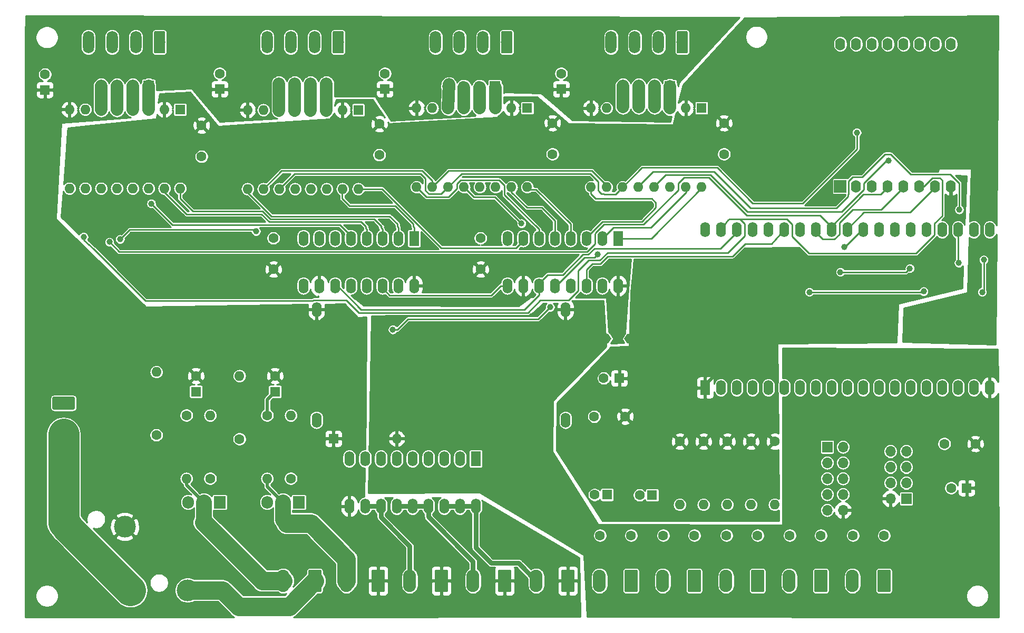
<source format=gbr>
G04 #@! TF.GenerationSoftware,KiCad,Pcbnew,(5.1.2)-2*
G04 #@! TF.CreationDate,2020-02-28T11:58:50-10:00*
G04 #@! TF.ProjectId,Esp32PrinterController,45737033-3250-4726-996e-746572436f6e,rev?*
G04 #@! TF.SameCoordinates,Original*
G04 #@! TF.FileFunction,Copper,L1,Top*
G04 #@! TF.FilePolarity,Positive*
%FSLAX46Y46*%
G04 Gerber Fmt 4.6, Leading zero omitted, Abs format (unit mm)*
G04 Created by KiCad (PCBNEW (5.1.2)-2) date 2020-02-28 11:58:50*
%MOMM*%
%LPD*%
G04 APERTURE LIST*
%ADD10C,0.100000*%
%ADD11C,2.080000*%
%ADD12O,2.080000X3.600000*%
%ADD13O,3.600000X2.080000*%
%ADD14O,1.600000X2.400000*%
%ADD15R,1.600000X2.400000*%
%ADD16O,1.700000X1.700000*%
%ADD17R,1.700000X1.700000*%
%ADD18O,1.905000X2.000000*%
%ADD19R,1.905000X2.000000*%
%ADD20R,1.600000X1.600000*%
%ADD21O,1.600000X1.600000*%
%ADD22C,1.600000*%
%ADD23C,1.800000*%
%ADD24O,1.800000X3.600000*%
%ADD25C,0.300000*%
%ADD26O,1.600000X2.000000*%
%ADD27R,2.000000X2.000000*%
%ADD28C,3.500000*%
%ADD29C,1.000000*%
%ADD30C,0.254000*%
%ADD31C,2.000000*%
%ADD32C,3.000000*%
%ADD33C,0.500000*%
%ADD34C,2.500000*%
%ADD35C,0.762000*%
%ADD36C,5.000000*%
G04 APERTURE END LIST*
D10*
G36*
X73265505Y-118787704D02*
G01*
X73289773Y-118791304D01*
X73313572Y-118797265D01*
X73336671Y-118805530D01*
X73358850Y-118816020D01*
X73379893Y-118828632D01*
X73399599Y-118843247D01*
X73417777Y-118859723D01*
X73434253Y-118877901D01*
X73448868Y-118897607D01*
X73461480Y-118918650D01*
X73471970Y-118940829D01*
X73480235Y-118963928D01*
X73486196Y-118987727D01*
X73489796Y-119011995D01*
X73491000Y-119036499D01*
X73491000Y-122136501D01*
X73489796Y-122161005D01*
X73486196Y-122185273D01*
X73480235Y-122209072D01*
X73471970Y-122232171D01*
X73461480Y-122254350D01*
X73448868Y-122275393D01*
X73434253Y-122295099D01*
X73417777Y-122313277D01*
X73399599Y-122329753D01*
X73379893Y-122344368D01*
X73358850Y-122356980D01*
X73336671Y-122367470D01*
X73313572Y-122375735D01*
X73289773Y-122381696D01*
X73265505Y-122385296D01*
X73241001Y-122386500D01*
X71660999Y-122386500D01*
X71636495Y-122385296D01*
X71612227Y-122381696D01*
X71588428Y-122375735D01*
X71565329Y-122367470D01*
X71543150Y-122356980D01*
X71522107Y-122344368D01*
X71502401Y-122329753D01*
X71484223Y-122313277D01*
X71467747Y-122295099D01*
X71453132Y-122275393D01*
X71440520Y-122254350D01*
X71430030Y-122232171D01*
X71421765Y-122209072D01*
X71415804Y-122185273D01*
X71412204Y-122161005D01*
X71411000Y-122136501D01*
X71411000Y-119036499D01*
X71412204Y-119011995D01*
X71415804Y-118987727D01*
X71421765Y-118963928D01*
X71430030Y-118940829D01*
X71440520Y-118918650D01*
X71453132Y-118897607D01*
X71467747Y-118877901D01*
X71484223Y-118859723D01*
X71502401Y-118843247D01*
X71522107Y-118828632D01*
X71543150Y-118816020D01*
X71565329Y-118805530D01*
X71588428Y-118797265D01*
X71612227Y-118791304D01*
X71636495Y-118787704D01*
X71660999Y-118786500D01*
X73241001Y-118786500D01*
X73265505Y-118787704D01*
X73265505Y-118787704D01*
G37*
D11*
X72451000Y-120586500D03*
D12*
X67371000Y-120586500D03*
D10*
G36*
X33642005Y-90972704D02*
G01*
X33666273Y-90976304D01*
X33690072Y-90982265D01*
X33713171Y-90990530D01*
X33735350Y-91001020D01*
X33756393Y-91013632D01*
X33776099Y-91028247D01*
X33794277Y-91044723D01*
X33810753Y-91062901D01*
X33825368Y-91082607D01*
X33837980Y-91103650D01*
X33848470Y-91125829D01*
X33856735Y-91148928D01*
X33862696Y-91172727D01*
X33866296Y-91196995D01*
X33867500Y-91221499D01*
X33867500Y-92801501D01*
X33866296Y-92826005D01*
X33862696Y-92850273D01*
X33856735Y-92874072D01*
X33848470Y-92897171D01*
X33837980Y-92919350D01*
X33825368Y-92940393D01*
X33810753Y-92960099D01*
X33794277Y-92978277D01*
X33776099Y-92994753D01*
X33756393Y-93009368D01*
X33735350Y-93021980D01*
X33713171Y-93032470D01*
X33690072Y-93040735D01*
X33666273Y-93046696D01*
X33642005Y-93050296D01*
X33617501Y-93051500D01*
X30517499Y-93051500D01*
X30492995Y-93050296D01*
X30468727Y-93046696D01*
X30444928Y-93040735D01*
X30421829Y-93032470D01*
X30399650Y-93021980D01*
X30378607Y-93009368D01*
X30358901Y-92994753D01*
X30340723Y-92978277D01*
X30324247Y-92960099D01*
X30309632Y-92940393D01*
X30297020Y-92919350D01*
X30286530Y-92897171D01*
X30278265Y-92874072D01*
X30272304Y-92850273D01*
X30268704Y-92826005D01*
X30267500Y-92801501D01*
X30267500Y-91221499D01*
X30268704Y-91196995D01*
X30272304Y-91172727D01*
X30278265Y-91148928D01*
X30286530Y-91125829D01*
X30297020Y-91103650D01*
X30309632Y-91082607D01*
X30324247Y-91062901D01*
X30340723Y-91044723D01*
X30358901Y-91028247D01*
X30378607Y-91013632D01*
X30399650Y-91001020D01*
X30421829Y-90990530D01*
X30444928Y-90982265D01*
X30468727Y-90976304D01*
X30492995Y-90972704D01*
X30517499Y-90971500D01*
X33617501Y-90971500D01*
X33642005Y-90972704D01*
X33642005Y-90972704D01*
G37*
D11*
X32067500Y-92011500D03*
D13*
X32067500Y-97091500D03*
D10*
G36*
X124065505Y-118787704D02*
G01*
X124089773Y-118791304D01*
X124113572Y-118797265D01*
X124136671Y-118805530D01*
X124158850Y-118816020D01*
X124179893Y-118828632D01*
X124199599Y-118843247D01*
X124217777Y-118859723D01*
X124234253Y-118877901D01*
X124248868Y-118897607D01*
X124261480Y-118918650D01*
X124271970Y-118940829D01*
X124280235Y-118963928D01*
X124286196Y-118987727D01*
X124289796Y-119011995D01*
X124291000Y-119036499D01*
X124291000Y-122136501D01*
X124289796Y-122161005D01*
X124286196Y-122185273D01*
X124280235Y-122209072D01*
X124271970Y-122232171D01*
X124261480Y-122254350D01*
X124248868Y-122275393D01*
X124234253Y-122295099D01*
X124217777Y-122313277D01*
X124199599Y-122329753D01*
X124179893Y-122344368D01*
X124158850Y-122356980D01*
X124136671Y-122367470D01*
X124113572Y-122375735D01*
X124089773Y-122381696D01*
X124065505Y-122385296D01*
X124041001Y-122386500D01*
X122460999Y-122386500D01*
X122436495Y-122385296D01*
X122412227Y-122381696D01*
X122388428Y-122375735D01*
X122365329Y-122367470D01*
X122343150Y-122356980D01*
X122322107Y-122344368D01*
X122302401Y-122329753D01*
X122284223Y-122313277D01*
X122267747Y-122295099D01*
X122253132Y-122275393D01*
X122240520Y-122254350D01*
X122230030Y-122232171D01*
X122221765Y-122209072D01*
X122215804Y-122185273D01*
X122212204Y-122161005D01*
X122211000Y-122136501D01*
X122211000Y-119036499D01*
X122212204Y-119011995D01*
X122215804Y-118987727D01*
X122221765Y-118963928D01*
X122230030Y-118940829D01*
X122240520Y-118918650D01*
X122253132Y-118897607D01*
X122267747Y-118877901D01*
X122284223Y-118859723D01*
X122302401Y-118843247D01*
X122322107Y-118828632D01*
X122343150Y-118816020D01*
X122365329Y-118805530D01*
X122388428Y-118797265D01*
X122412227Y-118791304D01*
X122436495Y-118787704D01*
X122460999Y-118786500D01*
X124041001Y-118786500D01*
X124065505Y-118787704D01*
X124065505Y-118787704D01*
G37*
D11*
X123251000Y-120586500D03*
D12*
X118171000Y-120586500D03*
D10*
G36*
X134225505Y-118787704D02*
G01*
X134249773Y-118791304D01*
X134273572Y-118797265D01*
X134296671Y-118805530D01*
X134318850Y-118816020D01*
X134339893Y-118828632D01*
X134359599Y-118843247D01*
X134377777Y-118859723D01*
X134394253Y-118877901D01*
X134408868Y-118897607D01*
X134421480Y-118918650D01*
X134431970Y-118940829D01*
X134440235Y-118963928D01*
X134446196Y-118987727D01*
X134449796Y-119011995D01*
X134451000Y-119036499D01*
X134451000Y-122136501D01*
X134449796Y-122161005D01*
X134446196Y-122185273D01*
X134440235Y-122209072D01*
X134431970Y-122232171D01*
X134421480Y-122254350D01*
X134408868Y-122275393D01*
X134394253Y-122295099D01*
X134377777Y-122313277D01*
X134359599Y-122329753D01*
X134339893Y-122344368D01*
X134318850Y-122356980D01*
X134296671Y-122367470D01*
X134273572Y-122375735D01*
X134249773Y-122381696D01*
X134225505Y-122385296D01*
X134201001Y-122386500D01*
X132620999Y-122386500D01*
X132596495Y-122385296D01*
X132572227Y-122381696D01*
X132548428Y-122375735D01*
X132525329Y-122367470D01*
X132503150Y-122356980D01*
X132482107Y-122344368D01*
X132462401Y-122329753D01*
X132444223Y-122313277D01*
X132427747Y-122295099D01*
X132413132Y-122275393D01*
X132400520Y-122254350D01*
X132390030Y-122232171D01*
X132381765Y-122209072D01*
X132375804Y-122185273D01*
X132372204Y-122161005D01*
X132371000Y-122136501D01*
X132371000Y-119036499D01*
X132372204Y-119011995D01*
X132375804Y-118987727D01*
X132381765Y-118963928D01*
X132390030Y-118940829D01*
X132400520Y-118918650D01*
X132413132Y-118897607D01*
X132427747Y-118877901D01*
X132444223Y-118859723D01*
X132462401Y-118843247D01*
X132482107Y-118828632D01*
X132503150Y-118816020D01*
X132525329Y-118805530D01*
X132548428Y-118797265D01*
X132572227Y-118791304D01*
X132596495Y-118787704D01*
X132620999Y-118786500D01*
X134201001Y-118786500D01*
X134225505Y-118787704D01*
X134225505Y-118787704D01*
G37*
D11*
X133411000Y-120586500D03*
D12*
X128331000Y-120586500D03*
D10*
G36*
X144385505Y-118787704D02*
G01*
X144409773Y-118791304D01*
X144433572Y-118797265D01*
X144456671Y-118805530D01*
X144478850Y-118816020D01*
X144499893Y-118828632D01*
X144519599Y-118843247D01*
X144537777Y-118859723D01*
X144554253Y-118877901D01*
X144568868Y-118897607D01*
X144581480Y-118918650D01*
X144591970Y-118940829D01*
X144600235Y-118963928D01*
X144606196Y-118987727D01*
X144609796Y-119011995D01*
X144611000Y-119036499D01*
X144611000Y-122136501D01*
X144609796Y-122161005D01*
X144606196Y-122185273D01*
X144600235Y-122209072D01*
X144591970Y-122232171D01*
X144581480Y-122254350D01*
X144568868Y-122275393D01*
X144554253Y-122295099D01*
X144537777Y-122313277D01*
X144519599Y-122329753D01*
X144499893Y-122344368D01*
X144478850Y-122356980D01*
X144456671Y-122367470D01*
X144433572Y-122375735D01*
X144409773Y-122381696D01*
X144385505Y-122385296D01*
X144361001Y-122386500D01*
X142780999Y-122386500D01*
X142756495Y-122385296D01*
X142732227Y-122381696D01*
X142708428Y-122375735D01*
X142685329Y-122367470D01*
X142663150Y-122356980D01*
X142642107Y-122344368D01*
X142622401Y-122329753D01*
X142604223Y-122313277D01*
X142587747Y-122295099D01*
X142573132Y-122275393D01*
X142560520Y-122254350D01*
X142550030Y-122232171D01*
X142541765Y-122209072D01*
X142535804Y-122185273D01*
X142532204Y-122161005D01*
X142531000Y-122136501D01*
X142531000Y-119036499D01*
X142532204Y-119011995D01*
X142535804Y-118987727D01*
X142541765Y-118963928D01*
X142550030Y-118940829D01*
X142560520Y-118918650D01*
X142573132Y-118897607D01*
X142587747Y-118877901D01*
X142604223Y-118859723D01*
X142622401Y-118843247D01*
X142642107Y-118828632D01*
X142663150Y-118816020D01*
X142685329Y-118805530D01*
X142708428Y-118797265D01*
X142732227Y-118791304D01*
X142756495Y-118787704D01*
X142780999Y-118786500D01*
X144361001Y-118786500D01*
X144385505Y-118787704D01*
X144385505Y-118787704D01*
G37*
D11*
X143571000Y-120586500D03*
D12*
X138491000Y-120586500D03*
D10*
G36*
X154545505Y-118787704D02*
G01*
X154569773Y-118791304D01*
X154593572Y-118797265D01*
X154616671Y-118805530D01*
X154638850Y-118816020D01*
X154659893Y-118828632D01*
X154679599Y-118843247D01*
X154697777Y-118859723D01*
X154714253Y-118877901D01*
X154728868Y-118897607D01*
X154741480Y-118918650D01*
X154751970Y-118940829D01*
X154760235Y-118963928D01*
X154766196Y-118987727D01*
X154769796Y-119011995D01*
X154771000Y-119036499D01*
X154771000Y-122136501D01*
X154769796Y-122161005D01*
X154766196Y-122185273D01*
X154760235Y-122209072D01*
X154751970Y-122232171D01*
X154741480Y-122254350D01*
X154728868Y-122275393D01*
X154714253Y-122295099D01*
X154697777Y-122313277D01*
X154679599Y-122329753D01*
X154659893Y-122344368D01*
X154638850Y-122356980D01*
X154616671Y-122367470D01*
X154593572Y-122375735D01*
X154569773Y-122381696D01*
X154545505Y-122385296D01*
X154521001Y-122386500D01*
X152940999Y-122386500D01*
X152916495Y-122385296D01*
X152892227Y-122381696D01*
X152868428Y-122375735D01*
X152845329Y-122367470D01*
X152823150Y-122356980D01*
X152802107Y-122344368D01*
X152782401Y-122329753D01*
X152764223Y-122313277D01*
X152747747Y-122295099D01*
X152733132Y-122275393D01*
X152720520Y-122254350D01*
X152710030Y-122232171D01*
X152701765Y-122209072D01*
X152695804Y-122185273D01*
X152692204Y-122161005D01*
X152691000Y-122136501D01*
X152691000Y-119036499D01*
X152692204Y-119011995D01*
X152695804Y-118987727D01*
X152701765Y-118963928D01*
X152710030Y-118940829D01*
X152720520Y-118918650D01*
X152733132Y-118897607D01*
X152747747Y-118877901D01*
X152764223Y-118859723D01*
X152782401Y-118843247D01*
X152802107Y-118828632D01*
X152823150Y-118816020D01*
X152845329Y-118805530D01*
X152868428Y-118797265D01*
X152892227Y-118791304D01*
X152916495Y-118787704D01*
X152940999Y-118786500D01*
X154521001Y-118786500D01*
X154545505Y-118787704D01*
X154545505Y-118787704D01*
G37*
D11*
X153731000Y-120586500D03*
D12*
X148651000Y-120586500D03*
D10*
G36*
X164705505Y-118787704D02*
G01*
X164729773Y-118791304D01*
X164753572Y-118797265D01*
X164776671Y-118805530D01*
X164798850Y-118816020D01*
X164819893Y-118828632D01*
X164839599Y-118843247D01*
X164857777Y-118859723D01*
X164874253Y-118877901D01*
X164888868Y-118897607D01*
X164901480Y-118918650D01*
X164911970Y-118940829D01*
X164920235Y-118963928D01*
X164926196Y-118987727D01*
X164929796Y-119011995D01*
X164931000Y-119036499D01*
X164931000Y-122136501D01*
X164929796Y-122161005D01*
X164926196Y-122185273D01*
X164920235Y-122209072D01*
X164911970Y-122232171D01*
X164901480Y-122254350D01*
X164888868Y-122275393D01*
X164874253Y-122295099D01*
X164857777Y-122313277D01*
X164839599Y-122329753D01*
X164819893Y-122344368D01*
X164798850Y-122356980D01*
X164776671Y-122367470D01*
X164753572Y-122375735D01*
X164729773Y-122381696D01*
X164705505Y-122385296D01*
X164681001Y-122386500D01*
X163100999Y-122386500D01*
X163076495Y-122385296D01*
X163052227Y-122381696D01*
X163028428Y-122375735D01*
X163005329Y-122367470D01*
X162983150Y-122356980D01*
X162962107Y-122344368D01*
X162942401Y-122329753D01*
X162924223Y-122313277D01*
X162907747Y-122295099D01*
X162893132Y-122275393D01*
X162880520Y-122254350D01*
X162870030Y-122232171D01*
X162861765Y-122209072D01*
X162855804Y-122185273D01*
X162852204Y-122161005D01*
X162851000Y-122136501D01*
X162851000Y-119036499D01*
X162852204Y-119011995D01*
X162855804Y-118987727D01*
X162861765Y-118963928D01*
X162870030Y-118940829D01*
X162880520Y-118918650D01*
X162893132Y-118897607D01*
X162907747Y-118877901D01*
X162924223Y-118859723D01*
X162942401Y-118843247D01*
X162962107Y-118828632D01*
X162983150Y-118816020D01*
X163005329Y-118805530D01*
X163028428Y-118797265D01*
X163052227Y-118791304D01*
X163076495Y-118787704D01*
X163100999Y-118786500D01*
X164681001Y-118786500D01*
X164705505Y-118787704D01*
X164705505Y-118787704D01*
G37*
D11*
X163891000Y-120586500D03*
D12*
X158811000Y-120586500D03*
D10*
G36*
X83425505Y-118787704D02*
G01*
X83449773Y-118791304D01*
X83473572Y-118797265D01*
X83496671Y-118805530D01*
X83518850Y-118816020D01*
X83539893Y-118828632D01*
X83559599Y-118843247D01*
X83577777Y-118859723D01*
X83594253Y-118877901D01*
X83608868Y-118897607D01*
X83621480Y-118918650D01*
X83631970Y-118940829D01*
X83640235Y-118963928D01*
X83646196Y-118987727D01*
X83649796Y-119011995D01*
X83651000Y-119036499D01*
X83651000Y-122136501D01*
X83649796Y-122161005D01*
X83646196Y-122185273D01*
X83640235Y-122209072D01*
X83631970Y-122232171D01*
X83621480Y-122254350D01*
X83608868Y-122275393D01*
X83594253Y-122295099D01*
X83577777Y-122313277D01*
X83559599Y-122329753D01*
X83539893Y-122344368D01*
X83518850Y-122356980D01*
X83496671Y-122367470D01*
X83473572Y-122375735D01*
X83449773Y-122381696D01*
X83425505Y-122385296D01*
X83401001Y-122386500D01*
X81820999Y-122386500D01*
X81796495Y-122385296D01*
X81772227Y-122381696D01*
X81748428Y-122375735D01*
X81725329Y-122367470D01*
X81703150Y-122356980D01*
X81682107Y-122344368D01*
X81662401Y-122329753D01*
X81644223Y-122313277D01*
X81627747Y-122295099D01*
X81613132Y-122275393D01*
X81600520Y-122254350D01*
X81590030Y-122232171D01*
X81581765Y-122209072D01*
X81575804Y-122185273D01*
X81572204Y-122161005D01*
X81571000Y-122136501D01*
X81571000Y-119036499D01*
X81572204Y-119011995D01*
X81575804Y-118987727D01*
X81581765Y-118963928D01*
X81590030Y-118940829D01*
X81600520Y-118918650D01*
X81613132Y-118897607D01*
X81627747Y-118877901D01*
X81644223Y-118859723D01*
X81662401Y-118843247D01*
X81682107Y-118828632D01*
X81703150Y-118816020D01*
X81725329Y-118805530D01*
X81748428Y-118797265D01*
X81772227Y-118791304D01*
X81796495Y-118787704D01*
X81820999Y-118786500D01*
X83401001Y-118786500D01*
X83425505Y-118787704D01*
X83425505Y-118787704D01*
G37*
D11*
X82611000Y-120586500D03*
D12*
X77531000Y-120586500D03*
D10*
G36*
X113905505Y-118787704D02*
G01*
X113929773Y-118791304D01*
X113953572Y-118797265D01*
X113976671Y-118805530D01*
X113998850Y-118816020D01*
X114019893Y-118828632D01*
X114039599Y-118843247D01*
X114057777Y-118859723D01*
X114074253Y-118877901D01*
X114088868Y-118897607D01*
X114101480Y-118918650D01*
X114111970Y-118940829D01*
X114120235Y-118963928D01*
X114126196Y-118987727D01*
X114129796Y-119011995D01*
X114131000Y-119036499D01*
X114131000Y-122136501D01*
X114129796Y-122161005D01*
X114126196Y-122185273D01*
X114120235Y-122209072D01*
X114111970Y-122232171D01*
X114101480Y-122254350D01*
X114088868Y-122275393D01*
X114074253Y-122295099D01*
X114057777Y-122313277D01*
X114039599Y-122329753D01*
X114019893Y-122344368D01*
X113998850Y-122356980D01*
X113976671Y-122367470D01*
X113953572Y-122375735D01*
X113929773Y-122381696D01*
X113905505Y-122385296D01*
X113881001Y-122386500D01*
X112300999Y-122386500D01*
X112276495Y-122385296D01*
X112252227Y-122381696D01*
X112228428Y-122375735D01*
X112205329Y-122367470D01*
X112183150Y-122356980D01*
X112162107Y-122344368D01*
X112142401Y-122329753D01*
X112124223Y-122313277D01*
X112107747Y-122295099D01*
X112093132Y-122275393D01*
X112080520Y-122254350D01*
X112070030Y-122232171D01*
X112061765Y-122209072D01*
X112055804Y-122185273D01*
X112052204Y-122161005D01*
X112051000Y-122136501D01*
X112051000Y-119036499D01*
X112052204Y-119011995D01*
X112055804Y-118987727D01*
X112061765Y-118963928D01*
X112070030Y-118940829D01*
X112080520Y-118918650D01*
X112093132Y-118897607D01*
X112107747Y-118877901D01*
X112124223Y-118859723D01*
X112142401Y-118843247D01*
X112162107Y-118828632D01*
X112183150Y-118816020D01*
X112205329Y-118805530D01*
X112228428Y-118797265D01*
X112252227Y-118791304D01*
X112276495Y-118787704D01*
X112300999Y-118786500D01*
X113881001Y-118786500D01*
X113905505Y-118787704D01*
X113905505Y-118787704D01*
G37*
D11*
X113091000Y-120586500D03*
D12*
X108011000Y-120586500D03*
D10*
G36*
X103745505Y-118787704D02*
G01*
X103769773Y-118791304D01*
X103793572Y-118797265D01*
X103816671Y-118805530D01*
X103838850Y-118816020D01*
X103859893Y-118828632D01*
X103879599Y-118843247D01*
X103897777Y-118859723D01*
X103914253Y-118877901D01*
X103928868Y-118897607D01*
X103941480Y-118918650D01*
X103951970Y-118940829D01*
X103960235Y-118963928D01*
X103966196Y-118987727D01*
X103969796Y-119011995D01*
X103971000Y-119036499D01*
X103971000Y-122136501D01*
X103969796Y-122161005D01*
X103966196Y-122185273D01*
X103960235Y-122209072D01*
X103951970Y-122232171D01*
X103941480Y-122254350D01*
X103928868Y-122275393D01*
X103914253Y-122295099D01*
X103897777Y-122313277D01*
X103879599Y-122329753D01*
X103859893Y-122344368D01*
X103838850Y-122356980D01*
X103816671Y-122367470D01*
X103793572Y-122375735D01*
X103769773Y-122381696D01*
X103745505Y-122385296D01*
X103721001Y-122386500D01*
X102140999Y-122386500D01*
X102116495Y-122385296D01*
X102092227Y-122381696D01*
X102068428Y-122375735D01*
X102045329Y-122367470D01*
X102023150Y-122356980D01*
X102002107Y-122344368D01*
X101982401Y-122329753D01*
X101964223Y-122313277D01*
X101947747Y-122295099D01*
X101933132Y-122275393D01*
X101920520Y-122254350D01*
X101910030Y-122232171D01*
X101901765Y-122209072D01*
X101895804Y-122185273D01*
X101892204Y-122161005D01*
X101891000Y-122136501D01*
X101891000Y-119036499D01*
X101892204Y-119011995D01*
X101895804Y-118987727D01*
X101901765Y-118963928D01*
X101910030Y-118940829D01*
X101920520Y-118918650D01*
X101933132Y-118897607D01*
X101947747Y-118877901D01*
X101964223Y-118859723D01*
X101982401Y-118843247D01*
X102002107Y-118828632D01*
X102023150Y-118816020D01*
X102045329Y-118805530D01*
X102068428Y-118797265D01*
X102092227Y-118791304D01*
X102116495Y-118787704D01*
X102140999Y-118786500D01*
X103721001Y-118786500D01*
X103745505Y-118787704D01*
X103745505Y-118787704D01*
G37*
D11*
X102931000Y-120586500D03*
D12*
X97851000Y-120586500D03*
D10*
G36*
X93585505Y-118787704D02*
G01*
X93609773Y-118791304D01*
X93633572Y-118797265D01*
X93656671Y-118805530D01*
X93678850Y-118816020D01*
X93699893Y-118828632D01*
X93719599Y-118843247D01*
X93737777Y-118859723D01*
X93754253Y-118877901D01*
X93768868Y-118897607D01*
X93781480Y-118918650D01*
X93791970Y-118940829D01*
X93800235Y-118963928D01*
X93806196Y-118987727D01*
X93809796Y-119011995D01*
X93811000Y-119036499D01*
X93811000Y-122136501D01*
X93809796Y-122161005D01*
X93806196Y-122185273D01*
X93800235Y-122209072D01*
X93791970Y-122232171D01*
X93781480Y-122254350D01*
X93768868Y-122275393D01*
X93754253Y-122295099D01*
X93737777Y-122313277D01*
X93719599Y-122329753D01*
X93699893Y-122344368D01*
X93678850Y-122356980D01*
X93656671Y-122367470D01*
X93633572Y-122375735D01*
X93609773Y-122381696D01*
X93585505Y-122385296D01*
X93561001Y-122386500D01*
X91980999Y-122386500D01*
X91956495Y-122385296D01*
X91932227Y-122381696D01*
X91908428Y-122375735D01*
X91885329Y-122367470D01*
X91863150Y-122356980D01*
X91842107Y-122344368D01*
X91822401Y-122329753D01*
X91804223Y-122313277D01*
X91787747Y-122295099D01*
X91773132Y-122275393D01*
X91760520Y-122254350D01*
X91750030Y-122232171D01*
X91741765Y-122209072D01*
X91735804Y-122185273D01*
X91732204Y-122161005D01*
X91731000Y-122136501D01*
X91731000Y-119036499D01*
X91732204Y-119011995D01*
X91735804Y-118987727D01*
X91741765Y-118963928D01*
X91750030Y-118940829D01*
X91760520Y-118918650D01*
X91773132Y-118897607D01*
X91787747Y-118877901D01*
X91804223Y-118859723D01*
X91822401Y-118843247D01*
X91842107Y-118828632D01*
X91863150Y-118816020D01*
X91885329Y-118805530D01*
X91908428Y-118797265D01*
X91932227Y-118791304D01*
X91956495Y-118787704D01*
X91980999Y-118786500D01*
X93561001Y-118786500D01*
X93585505Y-118787704D01*
X93585505Y-118787704D01*
G37*
D11*
X92771000Y-120586500D03*
D12*
X87691000Y-120586500D03*
D14*
X180859000Y-64135000D03*
X178319000Y-64135000D03*
X175779000Y-64135000D03*
X173239000Y-64135000D03*
X170699000Y-64135000D03*
X168159000Y-64135000D03*
X165619000Y-64135000D03*
X163079000Y-64135000D03*
X160539000Y-64135000D03*
X157999000Y-64135000D03*
X155459000Y-64135000D03*
X152919000Y-64135000D03*
X150379000Y-64135000D03*
X147839000Y-64135000D03*
X145299000Y-64135000D03*
X142759000Y-64135000D03*
X140219000Y-64135000D03*
X137679000Y-64135000D03*
X135139000Y-64135000D03*
X178319000Y-89535000D03*
X175779000Y-89535000D03*
X173239000Y-89535000D03*
X170699000Y-89535000D03*
X168159000Y-89535000D03*
X165619000Y-89535000D03*
X163079000Y-89535000D03*
X160539000Y-89535000D03*
X157999000Y-89535000D03*
X155459000Y-89535000D03*
X152919000Y-89535000D03*
X150379000Y-89535000D03*
X147839000Y-89535000D03*
X145299000Y-89535000D03*
X142759000Y-89535000D03*
X140219000Y-89535000D03*
X180859000Y-89535000D03*
X137679000Y-89535000D03*
D15*
X135139000Y-89535000D03*
D16*
X164909500Y-99758500D03*
X167449500Y-99758500D03*
X164909500Y-102298500D03*
X167449500Y-102298500D03*
X164909500Y-104838500D03*
X167449500Y-104838500D03*
X164909500Y-107378500D03*
D17*
X167449500Y-107378500D03*
D16*
X157289500Y-109220000D03*
X154749500Y-109220000D03*
X157289500Y-106680000D03*
X154749500Y-106680000D03*
X157289500Y-104140000D03*
X154749500Y-104140000D03*
X157289500Y-101600000D03*
X154749500Y-101600000D03*
X157289500Y-99060000D03*
D17*
X154749500Y-99060000D03*
D18*
X64770000Y-107950000D03*
X67310000Y-107950000D03*
D19*
X69850000Y-107950000D03*
D18*
X52070000Y-107950000D03*
X54610000Y-107950000D03*
D19*
X57150000Y-107950000D03*
D20*
X106553000Y-44577000D03*
D21*
X88773000Y-57277000D03*
X104013000Y-44577000D03*
X91313000Y-57277000D03*
X101473000Y-44577000D03*
X93853000Y-57277000D03*
X98933000Y-44577000D03*
X96393000Y-57277000D03*
X96393000Y-44577000D03*
X98933000Y-57277000D03*
X93853000Y-44577000D03*
X101473000Y-57277000D03*
X91313000Y-44577000D03*
X104013000Y-57277000D03*
X88773000Y-44577000D03*
X106553000Y-57277000D03*
D22*
X46990000Y-97155000D03*
D21*
X46990000Y-86995000D03*
D22*
X66040000Y-87630000D03*
D20*
X66040000Y-90170000D03*
X53340000Y-90170000D03*
D22*
X53340000Y-87630000D03*
D21*
X51816000Y-104140000D03*
D22*
X51816000Y-93980000D03*
X55626000Y-104140000D03*
D21*
X55626000Y-93980000D03*
D22*
X117301000Y-94170500D03*
X122301000Y-94170500D03*
X178562000Y-98552000D03*
X173562000Y-98552000D03*
X118251000Y-113284000D03*
X123251000Y-113284000D03*
X128411000Y-113284000D03*
X133411000Y-113284000D03*
X134874000Y-98171000D03*
D21*
X134874000Y-108331000D03*
X68580000Y-93980000D03*
D22*
X68580000Y-104140000D03*
D21*
X60325000Y-87630000D03*
D22*
X60325000Y-97790000D03*
D21*
X64770000Y-104140000D03*
D22*
X64770000Y-93980000D03*
D20*
X75438000Y-97726500D03*
D21*
X85598000Y-97726500D03*
D14*
X72710000Y-76962000D03*
X72710000Y-94742000D03*
X112710000Y-76962000D03*
X112710000Y-94742000D03*
D22*
X138571000Y-113284000D03*
X143571000Y-113284000D03*
X99060000Y-70485000D03*
X99060000Y-65485000D03*
X158891000Y-113284000D03*
X163891000Y-113284000D03*
X65786000Y-65485000D03*
X65786000Y-70485000D03*
X153731000Y-113284000D03*
X148731000Y-113284000D03*
X138684000Y-98171000D03*
D21*
X138684000Y-108331000D03*
D22*
X142494000Y-98171000D03*
D21*
X142494000Y-108331000D03*
D22*
X146304000Y-98171000D03*
D21*
X146304000Y-108331000D03*
X131064000Y-108331000D03*
D22*
X131064000Y-98171000D03*
D10*
G36*
X48172504Y-32201204D02*
G01*
X48196773Y-32204804D01*
X48220571Y-32210765D01*
X48243671Y-32219030D01*
X48265849Y-32229520D01*
X48286893Y-32242133D01*
X48306598Y-32256747D01*
X48324777Y-32273223D01*
X48341253Y-32291402D01*
X48355867Y-32311107D01*
X48368480Y-32332151D01*
X48378970Y-32354329D01*
X48387235Y-32377429D01*
X48393196Y-32401227D01*
X48396796Y-32425496D01*
X48398000Y-32450000D01*
X48398000Y-35550000D01*
X48396796Y-35574504D01*
X48393196Y-35598773D01*
X48387235Y-35622571D01*
X48378970Y-35645671D01*
X48368480Y-35667849D01*
X48355867Y-35688893D01*
X48341253Y-35708598D01*
X48324777Y-35726777D01*
X48306598Y-35743253D01*
X48286893Y-35757867D01*
X48265849Y-35770480D01*
X48243671Y-35780970D01*
X48220571Y-35789235D01*
X48196773Y-35795196D01*
X48172504Y-35798796D01*
X48148000Y-35800000D01*
X46848000Y-35800000D01*
X46823496Y-35798796D01*
X46799227Y-35795196D01*
X46775429Y-35789235D01*
X46752329Y-35780970D01*
X46730151Y-35770480D01*
X46709107Y-35757867D01*
X46689402Y-35743253D01*
X46671223Y-35726777D01*
X46654747Y-35708598D01*
X46640133Y-35688893D01*
X46627520Y-35667849D01*
X46617030Y-35645671D01*
X46608765Y-35622571D01*
X46602804Y-35598773D01*
X46599204Y-35574504D01*
X46598000Y-35550000D01*
X46598000Y-32450000D01*
X46599204Y-32425496D01*
X46602804Y-32401227D01*
X46608765Y-32377429D01*
X46617030Y-32354329D01*
X46627520Y-32332151D01*
X46640133Y-32311107D01*
X46654747Y-32291402D01*
X46671223Y-32273223D01*
X46689402Y-32256747D01*
X46709107Y-32242133D01*
X46730151Y-32229520D01*
X46752329Y-32219030D01*
X46775429Y-32210765D01*
X46799227Y-32204804D01*
X46823496Y-32201204D01*
X46848000Y-32200000D01*
X48148000Y-32200000D01*
X48172504Y-32201204D01*
X48172504Y-32201204D01*
G37*
D23*
X47498000Y-34000000D03*
D24*
X43688000Y-34000000D03*
X39878000Y-34000000D03*
X36068000Y-34000000D03*
X64770000Y-34000000D03*
X68580000Y-34000000D03*
X72390000Y-34000000D03*
D10*
G36*
X76874504Y-32201204D02*
G01*
X76898773Y-32204804D01*
X76922571Y-32210765D01*
X76945671Y-32219030D01*
X76967849Y-32229520D01*
X76988893Y-32242133D01*
X77008598Y-32256747D01*
X77026777Y-32273223D01*
X77043253Y-32291402D01*
X77057867Y-32311107D01*
X77070480Y-32332151D01*
X77080970Y-32354329D01*
X77089235Y-32377429D01*
X77095196Y-32401227D01*
X77098796Y-32425496D01*
X77100000Y-32450000D01*
X77100000Y-35550000D01*
X77098796Y-35574504D01*
X77095196Y-35598773D01*
X77089235Y-35622571D01*
X77080970Y-35645671D01*
X77070480Y-35667849D01*
X77057867Y-35688893D01*
X77043253Y-35708598D01*
X77026777Y-35726777D01*
X77008598Y-35743253D01*
X76988893Y-35757867D01*
X76967849Y-35770480D01*
X76945671Y-35780970D01*
X76922571Y-35789235D01*
X76898773Y-35795196D01*
X76874504Y-35798796D01*
X76850000Y-35800000D01*
X75550000Y-35800000D01*
X75525496Y-35798796D01*
X75501227Y-35795196D01*
X75477429Y-35789235D01*
X75454329Y-35780970D01*
X75432151Y-35770480D01*
X75411107Y-35757867D01*
X75391402Y-35743253D01*
X75373223Y-35726777D01*
X75356747Y-35708598D01*
X75342133Y-35688893D01*
X75329520Y-35667849D01*
X75319030Y-35645671D01*
X75310765Y-35622571D01*
X75304804Y-35598773D01*
X75301204Y-35574504D01*
X75300000Y-35550000D01*
X75300000Y-32450000D01*
X75301204Y-32425496D01*
X75304804Y-32401227D01*
X75310765Y-32377429D01*
X75319030Y-32354329D01*
X75329520Y-32332151D01*
X75342133Y-32311107D01*
X75356747Y-32291402D01*
X75373223Y-32273223D01*
X75391402Y-32256747D01*
X75411107Y-32242133D01*
X75432151Y-32229520D01*
X75454329Y-32219030D01*
X75477429Y-32210765D01*
X75501227Y-32204804D01*
X75525496Y-32201204D01*
X75550000Y-32200000D01*
X76850000Y-32200000D01*
X76874504Y-32201204D01*
X76874504Y-32201204D01*
G37*
D23*
X76200000Y-34000000D03*
D10*
G36*
X103925504Y-32201204D02*
G01*
X103949773Y-32204804D01*
X103973571Y-32210765D01*
X103996671Y-32219030D01*
X104018849Y-32229520D01*
X104039893Y-32242133D01*
X104059598Y-32256747D01*
X104077777Y-32273223D01*
X104094253Y-32291402D01*
X104108867Y-32311107D01*
X104121480Y-32332151D01*
X104131970Y-32354329D01*
X104140235Y-32377429D01*
X104146196Y-32401227D01*
X104149796Y-32425496D01*
X104151000Y-32450000D01*
X104151000Y-35550000D01*
X104149796Y-35574504D01*
X104146196Y-35598773D01*
X104140235Y-35622571D01*
X104131970Y-35645671D01*
X104121480Y-35667849D01*
X104108867Y-35688893D01*
X104094253Y-35708598D01*
X104077777Y-35726777D01*
X104059598Y-35743253D01*
X104039893Y-35757867D01*
X104018849Y-35770480D01*
X103996671Y-35780970D01*
X103973571Y-35789235D01*
X103949773Y-35795196D01*
X103925504Y-35798796D01*
X103901000Y-35800000D01*
X102601000Y-35800000D01*
X102576496Y-35798796D01*
X102552227Y-35795196D01*
X102528429Y-35789235D01*
X102505329Y-35780970D01*
X102483151Y-35770480D01*
X102462107Y-35757867D01*
X102442402Y-35743253D01*
X102424223Y-35726777D01*
X102407747Y-35708598D01*
X102393133Y-35688893D01*
X102380520Y-35667849D01*
X102370030Y-35645671D01*
X102361765Y-35622571D01*
X102355804Y-35598773D01*
X102352204Y-35574504D01*
X102351000Y-35550000D01*
X102351000Y-32450000D01*
X102352204Y-32425496D01*
X102355804Y-32401227D01*
X102361765Y-32377429D01*
X102370030Y-32354329D01*
X102380520Y-32332151D01*
X102393133Y-32311107D01*
X102407747Y-32291402D01*
X102424223Y-32273223D01*
X102442402Y-32256747D01*
X102462107Y-32242133D01*
X102483151Y-32229520D01*
X102505329Y-32219030D01*
X102528429Y-32210765D01*
X102552227Y-32204804D01*
X102576496Y-32201204D01*
X102601000Y-32200000D01*
X103901000Y-32200000D01*
X103925504Y-32201204D01*
X103925504Y-32201204D01*
G37*
D23*
X103251000Y-34000000D03*
D24*
X99441000Y-34000000D03*
X95631000Y-34000000D03*
X91821000Y-34000000D03*
X120015000Y-34000000D03*
X123825000Y-34000000D03*
X127635000Y-34000000D03*
D10*
G36*
X132119504Y-32201204D02*
G01*
X132143773Y-32204804D01*
X132167571Y-32210765D01*
X132190671Y-32219030D01*
X132212849Y-32229520D01*
X132233893Y-32242133D01*
X132253598Y-32256747D01*
X132271777Y-32273223D01*
X132288253Y-32291402D01*
X132302867Y-32311107D01*
X132315480Y-32332151D01*
X132325970Y-32354329D01*
X132334235Y-32377429D01*
X132340196Y-32401227D01*
X132343796Y-32425496D01*
X132345000Y-32450000D01*
X132345000Y-35550000D01*
X132343796Y-35574504D01*
X132340196Y-35598773D01*
X132334235Y-35622571D01*
X132325970Y-35645671D01*
X132315480Y-35667849D01*
X132302867Y-35688893D01*
X132288253Y-35708598D01*
X132271777Y-35726777D01*
X132253598Y-35743253D01*
X132233893Y-35757867D01*
X132212849Y-35770480D01*
X132190671Y-35780970D01*
X132167571Y-35789235D01*
X132143773Y-35795196D01*
X132119504Y-35798796D01*
X132095000Y-35800000D01*
X130795000Y-35800000D01*
X130770496Y-35798796D01*
X130746227Y-35795196D01*
X130722429Y-35789235D01*
X130699329Y-35780970D01*
X130677151Y-35770480D01*
X130656107Y-35757867D01*
X130636402Y-35743253D01*
X130618223Y-35726777D01*
X130601747Y-35708598D01*
X130587133Y-35688893D01*
X130574520Y-35667849D01*
X130564030Y-35645671D01*
X130555765Y-35622571D01*
X130549804Y-35598773D01*
X130546204Y-35574504D01*
X130545000Y-35550000D01*
X130545000Y-32450000D01*
X130546204Y-32425496D01*
X130549804Y-32401227D01*
X130555765Y-32377429D01*
X130564030Y-32354329D01*
X130574520Y-32332151D01*
X130587133Y-32311107D01*
X130601747Y-32291402D01*
X130618223Y-32273223D01*
X130636402Y-32256747D01*
X130656107Y-32242133D01*
X130677151Y-32229520D01*
X130699329Y-32219030D01*
X130722429Y-32210765D01*
X130746227Y-32204804D01*
X130770496Y-32201204D01*
X130795000Y-32200000D01*
X132095000Y-32200000D01*
X132119504Y-32201204D01*
X132119504Y-32201204D01*
G37*
D23*
X131445000Y-34000000D03*
D25*
X123094500Y-81661000D03*
D10*
G36*
X122094500Y-81661000D02*
G01*
X122594500Y-80911000D01*
X123594500Y-80911000D01*
X123594500Y-82411000D01*
X122594500Y-82411000D01*
X122094500Y-81661000D01*
X122094500Y-81661000D01*
G37*
D25*
X121094500Y-81661000D03*
D10*
G36*
X120394500Y-81661000D02*
G01*
X119894500Y-80911000D01*
X122294500Y-80911000D01*
X121794500Y-81661000D01*
X122294500Y-82411000D01*
X119894500Y-82411000D01*
X120394500Y-81661000D01*
X120394500Y-81661000D01*
G37*
D25*
X119094500Y-81661000D03*
D10*
G36*
X120094500Y-81661000D02*
G01*
X119594500Y-82411000D01*
X118594500Y-82411000D01*
X118594500Y-80911000D01*
X119594500Y-80911000D01*
X120094500Y-81661000D01*
X120094500Y-81661000D01*
G37*
D26*
X159385000Y-57150000D03*
D27*
X156845000Y-57150000D03*
D26*
X161925000Y-57150000D03*
X164465000Y-57150000D03*
X167005000Y-57150000D03*
X169545000Y-57150000D03*
X172085000Y-57150000D03*
X174625000Y-57150000D03*
X174625000Y-34290000D03*
X172085000Y-34290000D03*
X169545000Y-34290000D03*
X167005000Y-34290000D03*
X164465000Y-34290000D03*
X161925000Y-34290000D03*
X159385000Y-34290000D03*
X156845000Y-34290000D03*
D17*
X45720000Y-40995600D03*
D16*
X43180000Y-40995600D03*
X40640000Y-40995600D03*
X38100000Y-40995600D03*
X93726000Y-41097200D03*
X96266000Y-41097200D03*
X98806000Y-41097200D03*
D17*
X101346000Y-41097200D03*
X129476500Y-41084500D03*
D16*
X126936500Y-41084500D03*
X124396500Y-41084500D03*
X121856500Y-41084500D03*
D20*
X134556500Y-44577000D03*
D21*
X116776500Y-57277000D03*
X132016500Y-44577000D03*
X119316500Y-57277000D03*
X129476500Y-44577000D03*
X121856500Y-57277000D03*
X126936500Y-44577000D03*
X124396500Y-57277000D03*
X124396500Y-44577000D03*
X126936500Y-57277000D03*
X121856500Y-44577000D03*
X129476500Y-57277000D03*
X119316500Y-44577000D03*
X132016500Y-57277000D03*
X116776500Y-44577000D03*
X134556500Y-57277000D03*
X50800000Y-57505600D03*
X33020000Y-44805600D03*
X48260000Y-57505600D03*
X35560000Y-44805600D03*
X45720000Y-57505600D03*
X38100000Y-44805600D03*
X43180000Y-57505600D03*
X40640000Y-44805600D03*
X40640000Y-57505600D03*
X43180000Y-44805600D03*
X38100000Y-57505600D03*
X45720000Y-44805600D03*
X35560000Y-57505600D03*
X48260000Y-44805600D03*
X33020000Y-57505600D03*
D20*
X50800000Y-44805600D03*
X29083000Y-41656000D03*
D22*
X29083000Y-39156000D03*
X83693000Y-39029000D03*
D20*
X83693000Y-41529000D03*
X112014000Y-41529000D03*
D22*
X112014000Y-39029000D03*
D20*
X126619000Y-106807000D03*
D22*
X124619000Y-106807000D03*
D20*
X79425800Y-44881800D03*
D21*
X61645800Y-57581800D03*
X76885800Y-44881800D03*
X64185800Y-57581800D03*
X74345800Y-44881800D03*
X66725800Y-57581800D03*
X71805800Y-44881800D03*
X69265800Y-57581800D03*
X69265800Y-44881800D03*
X71805800Y-57581800D03*
X66725800Y-44881800D03*
X74345800Y-57581800D03*
X64185800Y-44881800D03*
X76885800Y-57581800D03*
X61645800Y-44881800D03*
X79425800Y-57581800D03*
D20*
X119380000Y-106743500D03*
D22*
X117380000Y-106743500D03*
D20*
X57150000Y-41529000D03*
D22*
X57150000Y-39029000D03*
D20*
X177165000Y-105664000D03*
D22*
X174665000Y-105664000D03*
D20*
X121348500Y-88011000D03*
D22*
X118848500Y-88011000D03*
D28*
X41910000Y-111887000D03*
X32710000Y-111887000D03*
X42806500Y-122110500D03*
X52006500Y-122110500D03*
D17*
X74295000Y-41000000D03*
D16*
X71755000Y-41000000D03*
X69215000Y-41000000D03*
X66675000Y-41000000D03*
D14*
X121158000Y-73152000D03*
X103378000Y-65532000D03*
X118618000Y-73152000D03*
X105918000Y-65532000D03*
X116078000Y-73152000D03*
X108458000Y-65532000D03*
X113538000Y-73152000D03*
X110998000Y-65532000D03*
X110998000Y-73152000D03*
X113538000Y-65532000D03*
X108458000Y-73152000D03*
X116078000Y-65532000D03*
X105918000Y-73152000D03*
X118618000Y-65532000D03*
X103378000Y-73152000D03*
D15*
X121158000Y-65532000D03*
X88392000Y-65532000D03*
D14*
X70612000Y-73152000D03*
X85852000Y-65532000D03*
X73152000Y-73152000D03*
X83312000Y-65532000D03*
X75692000Y-73152000D03*
X80772000Y-65532000D03*
X78232000Y-73152000D03*
X78232000Y-65532000D03*
X80772000Y-73152000D03*
X75692000Y-65532000D03*
X83312000Y-73152000D03*
X73152000Y-65532000D03*
X85852000Y-73152000D03*
X70612000Y-65532000D03*
X88392000Y-73152000D03*
D15*
X98298000Y-100965000D03*
D14*
X77978000Y-108585000D03*
X95758000Y-100965000D03*
X80518000Y-108585000D03*
X93218000Y-100965000D03*
X83058000Y-108585000D03*
X90678000Y-100965000D03*
X85598000Y-108585000D03*
X88138000Y-100965000D03*
X88138000Y-108585000D03*
X85598000Y-100965000D03*
X90678000Y-108585000D03*
X83058000Y-100965000D03*
X93218000Y-108585000D03*
X80518000Y-100965000D03*
X95758000Y-108585000D03*
X77978000Y-100965000D03*
X98298000Y-108585000D03*
D22*
X54229000Y-47371000D03*
X54229000Y-52371000D03*
X110617000Y-51990000D03*
X110617000Y-46990000D03*
X82804000Y-47117000D03*
X82804000Y-52117000D03*
X138176000Y-51990000D03*
X138176000Y-46990000D03*
D29*
X166878000Y-43942000D03*
X178244500Y-76962000D03*
X36576000Y-60706000D03*
X43018362Y-60701400D03*
X168529000Y-77025500D03*
X173164500Y-76962000D03*
X151892001Y-74168000D03*
X170243500Y-74041000D03*
X105625000Y-63125000D03*
X175958500Y-60896500D03*
X179895500Y-68961000D03*
X179641500Y-74168000D03*
X35306000Y-65278000D03*
X39433500Y-66103500D03*
X46167510Y-59942490D03*
X157480000Y-66929000D03*
X110236000Y-76581000D03*
X84963000Y-80200500D03*
X117856000Y-68072000D03*
X175895000Y-69469000D03*
X168021000Y-70358000D03*
X62992000Y-64389000D03*
X41148000Y-65659000D03*
X156850000Y-70949998D03*
X159512000Y-48514000D03*
X164592000Y-53022500D03*
D30*
X181986010Y-53736010D02*
X181900000Y-53650000D01*
X173101000Y-77025500D02*
X173164500Y-76962000D01*
D31*
X74295000Y-40640000D02*
X74295000Y-44958000D01*
X71755000Y-40640000D02*
X71755000Y-44958000D01*
X69215000Y-40640000D02*
X69215000Y-44958000D01*
X66675000Y-40640000D02*
X66675000Y-44958000D01*
X101473000Y-44577000D02*
X101473000Y-41224200D01*
X98933000Y-44577000D02*
X98933000Y-41224200D01*
D30*
X170116500Y-74168000D02*
X170243500Y-74041000D01*
X160782000Y-74168000D02*
X170116500Y-74168000D01*
X160782000Y-74168000D02*
X160909000Y-74168000D01*
X151892001Y-74168000D02*
X160782000Y-74168000D01*
X96393000Y-57277000D02*
X98016000Y-58900000D01*
X101400000Y-58900000D02*
X105625000Y-63125000D01*
X98016000Y-58900000D02*
X101400000Y-58900000D01*
D31*
X96393000Y-44577000D02*
X96393000Y-41224200D01*
X93853000Y-44577000D02*
X93980000Y-40779700D01*
X121920000Y-44386500D02*
X121920000Y-41000000D01*
X124460000Y-44386500D02*
X124460000Y-41000000D01*
D30*
X179895500Y-68961000D02*
X179895500Y-73914000D01*
X179895500Y-73914000D02*
X179641500Y-74168000D01*
X168195000Y-55245000D02*
X174513832Y-55245000D01*
X175958500Y-56689668D02*
X175958500Y-60896500D01*
X174513832Y-55245000D02*
X175958500Y-56689668D01*
X158850000Y-55650000D02*
X160400000Y-55650000D01*
X164950000Y-52000000D02*
X168195000Y-55245000D01*
X158172001Y-56327999D02*
X158850000Y-55650000D01*
X158172001Y-58411601D02*
X158172001Y-56327999D01*
X158106601Y-58477001D02*
X158172001Y-58411601D01*
X160400000Y-55650000D02*
X164050000Y-52000000D01*
X126746000Y-54800500D02*
X136599500Y-54800500D01*
X124460000Y-57086500D02*
X126746000Y-54800500D01*
X136599500Y-54800500D02*
X142449000Y-60650000D01*
X142449000Y-60650000D02*
X156250000Y-60650000D01*
X156250000Y-60650000D02*
X158106601Y-58793399D01*
X164050000Y-52000000D02*
X164950000Y-52000000D01*
X158106601Y-58793399D02*
X158106601Y-58477001D01*
D31*
X127000000Y-44386500D02*
X127000000Y-41000000D01*
X129476500Y-44577000D02*
X129476500Y-41084500D01*
X38100000Y-44805600D02*
X38100000Y-40995600D01*
X40640000Y-44805600D02*
X40640000Y-40995600D01*
X43180000Y-44805600D02*
X43180000Y-40995600D01*
X45720000Y-44805600D02*
X45720000Y-40995600D01*
D32*
X52006500Y-122110500D02*
X57594500Y-122110500D01*
X57594500Y-122110500D02*
X60198000Y-124714000D01*
X68323500Y-124714000D02*
X72451000Y-120586500D01*
X60198000Y-124714000D02*
X68323500Y-124714000D01*
D33*
X64770000Y-105410000D02*
X67310000Y-107950000D01*
X64770000Y-104140000D02*
X64770000Y-105410000D01*
D32*
X77531000Y-117091500D02*
X77531000Y-120586500D01*
X71789500Y-111350000D02*
X77531000Y-117091500D01*
X67910500Y-111350000D02*
X71789500Y-111350000D01*
D34*
X67310000Y-110749500D02*
X67910500Y-111350000D01*
X67310000Y-107950000D02*
X67310000Y-110749500D01*
D33*
X51816000Y-105156000D02*
X54610000Y-107950000D01*
X51816000Y-104140000D02*
X51816000Y-105156000D01*
D32*
X64008000Y-120586500D02*
X67371000Y-120586500D01*
X54610000Y-111188500D02*
X64008000Y-120586500D01*
D34*
X54610000Y-107950000D02*
X54610000Y-111188500D01*
D35*
X93218000Y-108585000D02*
X95758000Y-108585000D01*
X95758000Y-108585000D02*
X98298000Y-108585000D01*
X105153500Y-117729000D02*
X108011000Y-120586500D01*
X100774500Y-117729000D02*
X105153500Y-117729000D01*
X98298000Y-108585000D02*
X98298000Y-115252500D01*
X98298000Y-115252500D02*
X100774500Y-117729000D01*
D30*
X152919000Y-64535000D02*
X152919000Y-64135000D01*
X154046010Y-65662010D02*
X152919000Y-64535000D01*
X167005000Y-57350000D02*
X163468010Y-60886990D01*
X155925822Y-65662010D02*
X154046010Y-65662010D01*
X167005000Y-57150000D02*
X167005000Y-57350000D01*
X163468010Y-60886990D02*
X158813010Y-60886990D01*
X156700000Y-63000000D02*
X156700000Y-64887832D01*
X158813010Y-60886990D02*
X156700000Y-63000000D01*
X156700000Y-64887832D02*
X155925822Y-65662010D01*
X46782200Y-75565000D02*
X46863000Y-75565000D01*
X45212000Y-75565000D02*
X46863000Y-75565000D01*
X36821999Y-67174999D02*
X45212000Y-75565000D01*
X35306000Y-65278000D02*
X35306000Y-65786000D01*
X35306000Y-65786000D02*
X36821999Y-67174999D01*
X137679000Y-64135000D02*
X137668000Y-64135000D01*
X138795010Y-62607990D02*
X137679000Y-64135000D01*
X138795010Y-62607990D02*
X139003000Y-62400000D01*
X170291168Y-57150000D02*
X169545000Y-57150000D01*
X173212010Y-61887990D02*
X173212010Y-56197198D01*
X172000000Y-63100000D02*
X173212010Y-61887990D01*
X172000000Y-64964184D02*
X172000000Y-63100000D01*
X172837802Y-55822990D02*
X171618178Y-55822990D01*
X148252000Y-62400000D02*
X149100000Y-63248000D01*
X139003000Y-62400000D02*
X148252000Y-62400000D01*
X171618178Y-55822990D02*
X170291168Y-57150000D01*
X149100000Y-63248000D02*
X149100000Y-65200000D01*
X149100000Y-65200000D02*
X151845000Y-67945000D01*
X151845000Y-67945000D02*
X169019184Y-67945000D01*
X173212010Y-56197198D02*
X172837802Y-55822990D01*
X169019184Y-67945000D02*
X172000000Y-64964184D01*
X140700000Y-62400000D02*
X139003000Y-62400000D01*
X141500000Y-63200000D02*
X140700000Y-62400000D01*
X141500000Y-65100000D02*
X141500000Y-63200000D01*
X106707281Y-77470000D02*
X108675781Y-75501500D01*
X79502000Y-77470000D02*
X106707281Y-77470000D01*
X118225000Y-69050000D02*
X119450000Y-67825000D01*
X77466990Y-75434990D02*
X79502000Y-77470000D01*
X114750000Y-73933832D02*
X114750000Y-70750000D01*
X138775000Y-67825000D02*
X141500000Y-65100000D01*
X72243178Y-75434990D02*
X77466990Y-75434990D01*
X72113168Y-75565000D02*
X72243178Y-75434990D01*
X112176668Y-75501500D02*
X112243178Y-75434990D01*
X108675781Y-75501500D02*
X112176668Y-75501500D01*
X46863000Y-75565000D02*
X72113168Y-75565000D01*
X112243178Y-75434990D02*
X113176822Y-75434990D01*
X113176822Y-75434990D02*
X113212832Y-75471000D01*
X113212832Y-75471000D02*
X114750000Y-73933832D01*
X114750000Y-70750000D02*
X116450000Y-69050000D01*
X116450000Y-69050000D02*
X118225000Y-69050000D01*
X119450000Y-67825000D02*
X138775000Y-67825000D01*
X163337990Y-58477010D02*
X164465000Y-57350000D01*
X164465000Y-57350000D02*
X164465000Y-57150000D01*
X160580922Y-58477010D02*
X163337990Y-58477010D01*
X155448000Y-63609932D02*
X160580922Y-58477010D01*
X155448000Y-64135000D02*
X155448000Y-63609932D01*
X130810000Y-56688538D02*
X131748537Y-55750001D01*
X131748537Y-55750001D02*
X135765953Y-55750001D01*
X153578011Y-61854011D02*
X155459000Y-63735000D01*
X155459000Y-63735000D02*
X155459000Y-64135000D01*
X135765953Y-55750001D02*
X141869963Y-61854011D01*
X141869963Y-61854011D02*
X153578011Y-61854011D01*
X117490990Y-64761078D02*
X117554011Y-64698057D01*
X130810000Y-57770460D02*
X130810000Y-56688538D01*
X118856178Y-63299990D02*
X125280470Y-63299990D01*
X117554011Y-64602157D02*
X118856178Y-63299990D01*
X117554011Y-64698057D02*
X117554011Y-64602157D01*
X117490990Y-66398822D02*
X117490990Y-64761078D01*
X116201845Y-67687967D02*
X117490990Y-66398822D01*
X41017967Y-67687967D02*
X116201845Y-67687967D01*
X39433500Y-66103500D02*
X41017967Y-67687967D01*
X125280470Y-63299990D02*
X130810000Y-57770460D01*
X157988000Y-64135000D02*
X157999000Y-64135000D01*
X172085000Y-57350000D02*
X172085000Y-57150000D01*
X168094000Y-61341000D02*
X172085000Y-57350000D01*
X160659000Y-61341000D02*
X168094000Y-61341000D01*
X157999000Y-64135000D02*
X157999000Y-64001000D01*
X157999000Y-64001000D02*
X160659000Y-61341000D01*
X83312000Y-73152000D02*
X83312000Y-72752000D01*
X83312000Y-73552000D02*
X83312000Y-73152000D01*
X84439010Y-74679010D02*
X83312000Y-73552000D01*
X100796990Y-74679010D02*
X84439010Y-74679010D01*
X102324000Y-73152000D02*
X100796990Y-74679010D01*
X103378000Y-73152000D02*
X102324000Y-73152000D01*
D36*
X32067500Y-111244500D02*
X32710000Y-111887000D01*
X32067500Y-97011500D02*
X32067500Y-111244500D01*
X32710000Y-112014000D02*
X42806500Y-122110500D01*
X32710000Y-111887000D02*
X32710000Y-112014000D01*
D35*
X80518000Y-108585000D02*
X83058000Y-108585000D01*
X83058000Y-108585000D02*
X83058000Y-110363000D01*
X87691000Y-114996000D02*
X87691000Y-120586500D01*
X83058000Y-110363000D02*
X87691000Y-114996000D01*
X85598000Y-108585000D02*
X88138000Y-108585000D01*
X88138000Y-108585000D02*
X90678000Y-108585000D01*
X90678000Y-108585000D02*
X90678000Y-110299500D01*
X97851000Y-117472500D02*
X97851000Y-120586500D01*
X90678000Y-110299500D02*
X97851000Y-117472500D01*
D30*
X49563051Y-63338031D02*
X46167510Y-59942490D01*
X78232000Y-65532000D02*
X78232000Y-65132000D01*
X76438031Y-63338031D02*
X49563051Y-63338031D01*
X78232000Y-65132000D02*
X76438031Y-63338031D01*
X48260000Y-58100000D02*
X48260000Y-57700000D01*
X51805980Y-61645980D02*
X48260000Y-58100000D01*
X80772000Y-65532000D02*
X80772000Y-64078000D01*
X80772000Y-64078000D02*
X80645000Y-63951000D01*
X80645000Y-63951000D02*
X80645000Y-63627000D01*
X63856845Y-61645981D02*
X51805980Y-61645980D01*
X80645000Y-63627000D02*
X79902021Y-62884021D01*
X79902021Y-62884021D02*
X65094887Y-62884021D01*
X65094887Y-62884021D02*
X63856845Y-61645981D01*
X65282943Y-62430011D02*
X81988011Y-62430011D01*
X64044902Y-61191970D02*
X65282943Y-62430011D01*
X52837970Y-61191970D02*
X64044902Y-61191970D01*
X50800000Y-59154000D02*
X52837970Y-61191970D01*
X50800000Y-57700000D02*
X50800000Y-59154000D01*
X83312000Y-64078000D02*
X83058000Y-63824000D01*
X83312000Y-65532000D02*
X83312000Y-64078000D01*
X83058000Y-63824000D02*
X83058000Y-63500000D01*
X81988011Y-62430011D02*
X83058000Y-63500000D01*
X83058000Y-63500000D02*
X83185000Y-63627000D01*
X85725000Y-63227000D02*
X85725000Y-63627000D01*
X84474000Y-61976000D02*
X85725000Y-63227000D01*
X65471000Y-61976000D02*
X84474000Y-61976000D01*
X61595000Y-57700000D02*
X61595000Y-58100000D01*
X61595000Y-58100000D02*
X65471000Y-61976000D01*
X85852000Y-63754000D02*
X85852000Y-65532000D01*
X85725000Y-63627000D02*
X85852000Y-63754000D01*
X88265000Y-63227000D02*
X88265000Y-63627000D01*
X85321950Y-60283950D02*
X88265000Y-63227000D01*
X77964950Y-60283950D02*
X85321950Y-60283950D01*
X76835000Y-59154000D02*
X77964950Y-60283950D01*
X76835000Y-57700000D02*
X76835000Y-59154000D01*
X88392000Y-63754000D02*
X88392000Y-65532000D01*
X88265000Y-63627000D02*
X88392000Y-63754000D01*
X108458000Y-64078000D02*
X108458000Y-65532000D01*
X102885999Y-58505999D02*
X108458000Y-64078000D01*
X102013961Y-56149999D02*
X102885999Y-57022037D01*
X95265999Y-56736039D02*
X95852039Y-56149999D01*
X95265999Y-57531963D02*
X95265999Y-56736039D01*
X102885999Y-57022037D02*
X102885999Y-58505999D01*
X95852039Y-56149999D02*
X102013961Y-56149999D01*
X93939951Y-58858011D02*
X95265999Y-57531963D01*
X90354011Y-58858011D02*
X93939951Y-58858011D01*
X88773000Y-57277000D02*
X90354011Y-58858011D01*
X110998000Y-62648000D02*
X110998000Y-65532000D01*
X108929000Y-60579000D02*
X110998000Y-62648000D01*
X106492000Y-60579000D02*
X108929000Y-60579000D01*
X104013000Y-57700000D02*
X104013000Y-58100000D01*
X104013000Y-58100000D02*
X106492000Y-60579000D01*
X108011000Y-57700000D02*
X106553000Y-57700000D01*
X113538000Y-65532000D02*
X113538000Y-63227000D01*
X113538000Y-63227000D02*
X108011000Y-57700000D01*
X134620000Y-57388058D02*
X134620000Y-57086500D01*
X121158000Y-65532000D02*
X126476058Y-65532000D01*
X126476058Y-65532000D02*
X134620000Y-57388058D01*
X132080000Y-58100000D02*
X132080000Y-57086500D01*
X126426000Y-63754000D02*
X132080000Y-58100000D01*
X118618000Y-65532000D02*
X120396000Y-63754000D01*
X120396000Y-63754000D02*
X126426000Y-63754000D01*
X117518130Y-59150000D02*
X116776500Y-58408370D01*
X126575000Y-59150000D02*
X117518130Y-59150000D01*
X116078000Y-65436101D02*
X118668121Y-62845980D01*
X116776500Y-58408370D02*
X116776500Y-57277000D01*
X118668121Y-62845980D02*
X124979020Y-62845980D01*
X116078000Y-65532000D02*
X116078000Y-65436101D01*
X124979020Y-62845980D02*
X127225000Y-60600000D01*
X127225000Y-60600000D02*
X127225000Y-59800000D01*
X127225000Y-59800000D02*
X126575000Y-59150000D01*
X105918000Y-65932000D02*
X105918000Y-65532000D01*
X104790990Y-67059010D02*
X105918000Y-65932000D01*
X92739076Y-67059010D02*
X104790990Y-67059010D01*
X83261866Y-57581800D02*
X92739076Y-67059010D01*
X79425800Y-57581800D02*
X83261866Y-57581800D01*
X85670106Y-80200500D02*
X84963000Y-80200500D01*
X87384606Y-78486000D02*
X85670106Y-80200500D01*
X110236000Y-76581000D02*
X108331000Y-78486000D01*
X108331000Y-78486000D02*
X87384606Y-78486000D01*
X160539000Y-64135000D02*
X160528000Y-64135000D01*
X160384880Y-64135000D02*
X160539000Y-64135000D01*
X157480000Y-66929000D02*
X157590880Y-66929000D01*
X157590880Y-66929000D02*
X160384880Y-64135000D01*
X111188500Y-73152000D02*
X110998000Y-73152000D01*
X115744511Y-68595989D02*
X111188500Y-73152000D01*
X117332011Y-68595989D02*
X115744511Y-68595989D01*
X117856000Y-68072000D02*
X117332011Y-68595989D01*
D33*
X64770000Y-91440000D02*
X66040000Y-90170000D01*
X64770000Y-93980000D02*
X64770000Y-91440000D01*
D30*
X75692000Y-72752000D02*
X75692000Y-73152000D01*
X79902000Y-76962000D02*
X75692000Y-72752000D01*
X106102000Y-76962000D02*
X79902000Y-76962000D01*
X108458000Y-73152000D02*
X108458000Y-74606000D01*
X108458000Y-74606000D02*
X106102000Y-76962000D01*
X140219000Y-64135000D02*
X140208000Y-64135000D01*
X108458000Y-73152000D02*
X108458000Y-72752000D01*
X115500022Y-68141978D02*
X116389902Y-68141978D01*
X116389902Y-68141978D02*
X117348880Y-67183000D01*
X117348880Y-67183000D02*
X137571000Y-67183000D01*
X112268000Y-71374000D02*
X115500022Y-68141978D01*
X108458000Y-72752000D02*
X109836000Y-71374000D01*
X109836000Y-71374000D02*
X112268000Y-71374000D01*
X140219000Y-64535000D02*
X140219000Y-64135000D01*
X137571000Y-67183000D02*
X140219000Y-64535000D01*
X147839000Y-64135000D02*
X147828000Y-64135000D01*
X141563750Y-66398750D02*
X145791814Y-66398750D01*
X116078000Y-70572000D02*
X117012500Y-69637500D01*
X116078000Y-73152000D02*
X116078000Y-70572000D01*
X117012500Y-69637500D02*
X118287500Y-69637500D01*
X145791814Y-66398750D02*
X147839000Y-64135000D01*
X118287500Y-69637500D02*
X119525000Y-68400000D01*
X119525000Y-68400000D02*
X139562500Y-68400000D01*
X139562500Y-68400000D02*
X141563750Y-66398750D01*
X175768000Y-64135000D02*
X175768000Y-69342000D01*
X175768000Y-69342000D02*
X175895000Y-69469000D01*
X62738000Y-64135000D02*
X42672000Y-64135000D01*
X42672000Y-64135000D02*
X41148000Y-65659000D01*
X62992000Y-64389000D02*
X62738000Y-64135000D01*
X167429002Y-70949998D02*
X156850000Y-70949998D01*
X168021000Y-70358000D02*
X167429002Y-70949998D01*
X64185800Y-57581800D02*
X67103610Y-54663990D01*
X89715990Y-54663990D02*
X91313000Y-56261000D01*
X91313000Y-56261000D02*
X91313000Y-57277000D01*
X67103610Y-54663990D02*
X89715990Y-54663990D01*
X119380000Y-57086500D02*
X119430800Y-57810400D01*
X116957489Y-54663989D02*
X119380000Y-57086500D01*
X91313000Y-57277000D02*
X93926011Y-54663989D01*
X93926011Y-54663989D02*
X116957489Y-54663989D01*
X89408000Y-55118000D02*
X90185999Y-55895999D01*
X90185999Y-55895999D02*
X90185999Y-57817961D01*
X69189600Y-55118000D02*
X89408000Y-55118000D01*
X90185999Y-57817961D02*
X90772039Y-58404001D01*
X90772039Y-58404001D02*
X92725999Y-58404001D01*
X66725800Y-57581800D02*
X69189600Y-55118000D01*
X92725999Y-58404001D02*
X93853000Y-57277000D01*
X159550000Y-48552000D02*
X159512000Y-48514000D01*
X118013539Y-57817961D02*
X118013539Y-57942539D01*
X117983000Y-57848500D02*
X118013539Y-57817961D01*
X117983000Y-56430319D02*
X117983000Y-57848500D01*
X116670681Y-55118000D02*
X117983000Y-56430319D01*
X93853000Y-57277000D02*
X96012000Y-55118000D01*
X150800000Y-59900000D02*
X159550000Y-51150000D01*
X96012000Y-55118000D02*
X116670681Y-55118000D01*
X118856001Y-58404001D02*
X118872000Y-58420000D01*
X118013539Y-57942539D02*
X118475001Y-58404001D01*
X118475001Y-58404001D02*
X118856001Y-58404001D01*
X124968000Y-54165500D02*
X137065500Y-54165500D01*
X118872000Y-58420000D02*
X120713500Y-58420000D01*
X120713500Y-58420000D02*
X124968000Y-54165500D01*
X137065500Y-54165500D02*
X142800000Y-59900000D01*
X159550000Y-51150000D02*
X159550000Y-48552000D01*
X142800000Y-59900000D02*
X150800000Y-59900000D01*
X164258668Y-53022500D02*
X164592000Y-53022500D01*
X128790510Y-55295990D02*
X135954010Y-55295990D01*
X127000000Y-57086500D02*
X128790510Y-55295990D01*
X135954010Y-55295990D02*
X141908020Y-61250000D01*
X141908020Y-61250000D02*
X157078832Y-61250000D01*
X160650000Y-56631168D02*
X164258668Y-53022500D01*
X157078832Y-61250000D02*
X160650000Y-57678832D01*
X160650000Y-57678832D02*
X160650000Y-56631168D01*
D35*
X135350000Y-89757000D02*
X135128000Y-89535000D01*
D33*
X174528990Y-58746010D02*
X174625000Y-58650000D01*
X151912998Y-72350002D02*
X157406002Y-72350002D01*
X171069000Y-72326500D02*
X174528990Y-68866510D01*
X157429504Y-72326500D02*
X171069000Y-72326500D01*
X157406002Y-72350002D02*
X157429504Y-72326500D01*
X174625000Y-58650000D02*
X174625000Y-57150000D01*
X135128000Y-89135000D02*
X151912998Y-72350002D01*
X135128000Y-89535000D02*
X135128000Y-89135000D01*
X174528990Y-68866510D02*
X174528990Y-58746010D01*
D30*
G36*
X119220231Y-82901094D02*
G01*
X110716657Y-91605250D01*
X110701088Y-91624678D01*
X110689609Y-91646770D01*
X110682660Y-91670677D01*
X110680503Y-91693110D01*
X110623003Y-99899110D01*
X110625270Y-99923903D01*
X110632330Y-99947777D01*
X110642917Y-99968281D01*
X118002917Y-111510781D01*
X118018296Y-111530360D01*
X118037198Y-111546562D01*
X118058899Y-111558765D01*
X118082563Y-111566501D01*
X118109725Y-111569500D01*
X147446725Y-111633000D01*
X147471507Y-111630613D01*
X147495347Y-111623438D01*
X147517329Y-111611749D01*
X147536608Y-111595997D01*
X147552444Y-111576786D01*
X147564227Y-111554855D01*
X147571506Y-111531046D01*
X147574000Y-111506013D01*
X147574241Y-109220000D01*
X153566806Y-109220000D01*
X153589531Y-109450732D01*
X153656833Y-109672597D01*
X153766126Y-109877070D01*
X153913209Y-110056291D01*
X154092430Y-110203374D01*
X154296903Y-110312667D01*
X154518768Y-110379969D01*
X154691688Y-110397000D01*
X154807312Y-110397000D01*
X154980232Y-110379969D01*
X155202097Y-110312667D01*
X155406570Y-110203374D01*
X155585791Y-110056291D01*
X155732874Y-109877070D01*
X155842167Y-109672597D01*
X155859611Y-109615091D01*
X155892675Y-109724099D01*
X156017859Y-109986920D01*
X156191912Y-110220269D01*
X156408145Y-110415178D01*
X156658248Y-110564157D01*
X156932609Y-110661481D01*
X157162500Y-110540814D01*
X157162500Y-109347000D01*
X157416500Y-109347000D01*
X157416500Y-110540814D01*
X157646391Y-110661481D01*
X157920752Y-110564157D01*
X158170855Y-110415178D01*
X158387088Y-110220269D01*
X158561141Y-109986920D01*
X158686325Y-109724099D01*
X158730976Y-109576890D01*
X158609655Y-109347000D01*
X157416500Y-109347000D01*
X157162500Y-109347000D01*
X157142500Y-109347000D01*
X157142500Y-109093000D01*
X157162500Y-109093000D01*
X157162500Y-109073000D01*
X157416500Y-109073000D01*
X157416500Y-109093000D01*
X158609655Y-109093000D01*
X158730976Y-108863110D01*
X158686325Y-108715901D01*
X158561141Y-108453080D01*
X158387088Y-108219731D01*
X158170855Y-108024822D01*
X157920752Y-107875843D01*
X157681615Y-107791014D01*
X157742097Y-107772667D01*
X157811837Y-107735390D01*
X163468024Y-107735390D01*
X163512675Y-107882599D01*
X163637859Y-108145420D01*
X163811912Y-108378769D01*
X164028145Y-108573678D01*
X164278248Y-108722657D01*
X164552609Y-108819981D01*
X164782500Y-108699314D01*
X164782500Y-107505500D01*
X163589345Y-107505500D01*
X163468024Y-107735390D01*
X157811837Y-107735390D01*
X157946570Y-107663374D01*
X158125791Y-107516291D01*
X158272874Y-107337070D01*
X158382167Y-107132597D01*
X158415834Y-107021610D01*
X163468024Y-107021610D01*
X163589345Y-107251500D01*
X164782500Y-107251500D01*
X164782500Y-107231500D01*
X165036500Y-107231500D01*
X165036500Y-107251500D01*
X165056500Y-107251500D01*
X165056500Y-107505500D01*
X165036500Y-107505500D01*
X165036500Y-108699314D01*
X165266391Y-108819981D01*
X165540752Y-108722657D01*
X165790855Y-108573678D01*
X166007088Y-108378769D01*
X166181141Y-108145420D01*
X166270918Y-107956935D01*
X166270918Y-108228500D01*
X166277232Y-108292603D01*
X166295930Y-108354243D01*
X166326294Y-108411050D01*
X166367157Y-108460843D01*
X166416950Y-108501706D01*
X166473757Y-108532070D01*
X166535397Y-108550768D01*
X166599500Y-108557082D01*
X168299500Y-108557082D01*
X168363603Y-108550768D01*
X168425243Y-108532070D01*
X168482050Y-108501706D01*
X168531843Y-108460843D01*
X168572706Y-108411050D01*
X168603070Y-108354243D01*
X168621768Y-108292603D01*
X168628082Y-108228500D01*
X168628082Y-106528500D01*
X168621768Y-106464397D01*
X168603070Y-106402757D01*
X168572706Y-106345950D01*
X168531843Y-106296157D01*
X168482050Y-106255294D01*
X168425243Y-106224930D01*
X168363603Y-106206232D01*
X168299500Y-106199918D01*
X166599500Y-106199918D01*
X166535397Y-106206232D01*
X166473757Y-106224930D01*
X166416950Y-106255294D01*
X166367157Y-106296157D01*
X166326294Y-106345950D01*
X166295930Y-106402757D01*
X166277232Y-106464397D01*
X166270918Y-106528500D01*
X166270918Y-106800065D01*
X166181141Y-106611580D01*
X166007088Y-106378231D01*
X165790855Y-106183322D01*
X165540752Y-106034343D01*
X165301615Y-105949514D01*
X165362097Y-105931167D01*
X165566570Y-105821874D01*
X165745791Y-105674791D01*
X165892874Y-105495570D01*
X166002167Y-105291097D01*
X166069469Y-105069232D01*
X166092194Y-104838500D01*
X166266806Y-104838500D01*
X166289531Y-105069232D01*
X166356833Y-105291097D01*
X166466126Y-105495570D01*
X166613209Y-105674791D01*
X166792430Y-105821874D01*
X166996903Y-105931167D01*
X167218768Y-105998469D01*
X167391688Y-106015500D01*
X167507312Y-106015500D01*
X167680232Y-105998469D01*
X167902097Y-105931167D01*
X168106570Y-105821874D01*
X168285791Y-105674791D01*
X168385742Y-105553000D01*
X173538000Y-105553000D01*
X173538000Y-105775000D01*
X173581310Y-105992734D01*
X173666266Y-106197835D01*
X173789602Y-106382421D01*
X173946579Y-106539398D01*
X174131165Y-106662734D01*
X174336266Y-106747690D01*
X174554000Y-106791000D01*
X174776000Y-106791000D01*
X174993734Y-106747690D01*
X175198835Y-106662734D01*
X175383421Y-106539398D01*
X175540398Y-106382421D01*
X175663734Y-106197835D01*
X175729466Y-106039145D01*
X175726928Y-106464000D01*
X175739188Y-106588482D01*
X175775498Y-106708180D01*
X175834463Y-106818494D01*
X175913815Y-106915185D01*
X176010506Y-106994537D01*
X176120820Y-107053502D01*
X176240518Y-107089812D01*
X176365000Y-107102072D01*
X176879250Y-107099000D01*
X177038000Y-106940250D01*
X177038000Y-105791000D01*
X177292000Y-105791000D01*
X177292000Y-106940250D01*
X177450750Y-107099000D01*
X177965000Y-107102072D01*
X178089482Y-107089812D01*
X178209180Y-107053502D01*
X178319494Y-106994537D01*
X178416185Y-106915185D01*
X178495537Y-106818494D01*
X178554502Y-106708180D01*
X178590812Y-106588482D01*
X178603072Y-106464000D01*
X178600000Y-105949750D01*
X178441250Y-105791000D01*
X177292000Y-105791000D01*
X177038000Y-105791000D01*
X177018000Y-105791000D01*
X177018000Y-105537000D01*
X177038000Y-105537000D01*
X177038000Y-104387750D01*
X177292000Y-104387750D01*
X177292000Y-105537000D01*
X178441250Y-105537000D01*
X178600000Y-105378250D01*
X178603072Y-104864000D01*
X178590812Y-104739518D01*
X178554502Y-104619820D01*
X178495537Y-104509506D01*
X178416185Y-104412815D01*
X178319494Y-104333463D01*
X178209180Y-104274498D01*
X178089482Y-104238188D01*
X177965000Y-104225928D01*
X177450750Y-104229000D01*
X177292000Y-104387750D01*
X177038000Y-104387750D01*
X176879250Y-104229000D01*
X176365000Y-104225928D01*
X176240518Y-104238188D01*
X176120820Y-104274498D01*
X176010506Y-104333463D01*
X175913815Y-104412815D01*
X175834463Y-104509506D01*
X175775498Y-104619820D01*
X175739188Y-104739518D01*
X175726928Y-104864000D01*
X175729466Y-105288855D01*
X175663734Y-105130165D01*
X175540398Y-104945579D01*
X175383421Y-104788602D01*
X175198835Y-104665266D01*
X174993734Y-104580310D01*
X174776000Y-104537000D01*
X174554000Y-104537000D01*
X174336266Y-104580310D01*
X174131165Y-104665266D01*
X173946579Y-104788602D01*
X173789602Y-104945579D01*
X173666266Y-105130165D01*
X173581310Y-105335266D01*
X173538000Y-105553000D01*
X168385742Y-105553000D01*
X168432874Y-105495570D01*
X168542167Y-105291097D01*
X168609469Y-105069232D01*
X168632194Y-104838500D01*
X168609469Y-104607768D01*
X168542167Y-104385903D01*
X168432874Y-104181430D01*
X168285791Y-104002209D01*
X168106570Y-103855126D01*
X167902097Y-103745833D01*
X167680232Y-103678531D01*
X167507312Y-103661500D01*
X167391688Y-103661500D01*
X167218768Y-103678531D01*
X166996903Y-103745833D01*
X166792430Y-103855126D01*
X166613209Y-104002209D01*
X166466126Y-104181430D01*
X166356833Y-104385903D01*
X166289531Y-104607768D01*
X166266806Y-104838500D01*
X166092194Y-104838500D01*
X166069469Y-104607768D01*
X166002167Y-104385903D01*
X165892874Y-104181430D01*
X165745791Y-104002209D01*
X165566570Y-103855126D01*
X165362097Y-103745833D01*
X165140232Y-103678531D01*
X164967312Y-103661500D01*
X164851688Y-103661500D01*
X164678768Y-103678531D01*
X164456903Y-103745833D01*
X164252430Y-103855126D01*
X164073209Y-104002209D01*
X163926126Y-104181430D01*
X163816833Y-104385903D01*
X163749531Y-104607768D01*
X163726806Y-104838500D01*
X163749531Y-105069232D01*
X163816833Y-105291097D01*
X163926126Y-105495570D01*
X164073209Y-105674791D01*
X164252430Y-105821874D01*
X164456903Y-105931167D01*
X164517385Y-105949514D01*
X164278248Y-106034343D01*
X164028145Y-106183322D01*
X163811912Y-106378231D01*
X163637859Y-106611580D01*
X163512675Y-106874401D01*
X163468024Y-107021610D01*
X158415834Y-107021610D01*
X158449469Y-106910732D01*
X158472194Y-106680000D01*
X158449469Y-106449268D01*
X158382167Y-106227403D01*
X158272874Y-106022930D01*
X158125791Y-105843709D01*
X157946570Y-105696626D01*
X157742097Y-105587333D01*
X157520232Y-105520031D01*
X157347312Y-105503000D01*
X157231688Y-105503000D01*
X157058768Y-105520031D01*
X156836903Y-105587333D01*
X156632430Y-105696626D01*
X156453209Y-105843709D01*
X156306126Y-106022930D01*
X156196833Y-106227403D01*
X156129531Y-106449268D01*
X156106806Y-106680000D01*
X156129531Y-106910732D01*
X156196833Y-107132597D01*
X156306126Y-107337070D01*
X156453209Y-107516291D01*
X156632430Y-107663374D01*
X156836903Y-107772667D01*
X156897385Y-107791014D01*
X156658248Y-107875843D01*
X156408145Y-108024822D01*
X156191912Y-108219731D01*
X156017859Y-108453080D01*
X155892675Y-108715901D01*
X155859611Y-108824909D01*
X155842167Y-108767403D01*
X155732874Y-108562930D01*
X155585791Y-108383709D01*
X155406570Y-108236626D01*
X155202097Y-108127333D01*
X154980232Y-108060031D01*
X154807312Y-108043000D01*
X154691688Y-108043000D01*
X154518768Y-108060031D01*
X154296903Y-108127333D01*
X154092430Y-108236626D01*
X153913209Y-108383709D01*
X153766126Y-108562930D01*
X153656833Y-108767403D01*
X153589531Y-108989268D01*
X153566806Y-109220000D01*
X147574241Y-109220000D01*
X147574508Y-106680000D01*
X153566806Y-106680000D01*
X153589531Y-106910732D01*
X153656833Y-107132597D01*
X153766126Y-107337070D01*
X153913209Y-107516291D01*
X154092430Y-107663374D01*
X154296903Y-107772667D01*
X154518768Y-107839969D01*
X154691688Y-107857000D01*
X154807312Y-107857000D01*
X154980232Y-107839969D01*
X155202097Y-107772667D01*
X155406570Y-107663374D01*
X155585791Y-107516291D01*
X155732874Y-107337070D01*
X155842167Y-107132597D01*
X155909469Y-106910732D01*
X155932194Y-106680000D01*
X155909469Y-106449268D01*
X155842167Y-106227403D01*
X155732874Y-106022930D01*
X155585791Y-105843709D01*
X155406570Y-105696626D01*
X155202097Y-105587333D01*
X154980232Y-105520031D01*
X154807312Y-105503000D01*
X154691688Y-105503000D01*
X154518768Y-105520031D01*
X154296903Y-105587333D01*
X154092430Y-105696626D01*
X153913209Y-105843709D01*
X153766126Y-106022930D01*
X153656833Y-106227403D01*
X153589531Y-106449268D01*
X153566806Y-106680000D01*
X147574508Y-106680000D01*
X147574776Y-104140000D01*
X153566806Y-104140000D01*
X153589531Y-104370732D01*
X153656833Y-104592597D01*
X153766126Y-104797070D01*
X153913209Y-104976291D01*
X154092430Y-105123374D01*
X154296903Y-105232667D01*
X154518768Y-105299969D01*
X154691688Y-105317000D01*
X154807312Y-105317000D01*
X154980232Y-105299969D01*
X155202097Y-105232667D01*
X155406570Y-105123374D01*
X155585791Y-104976291D01*
X155732874Y-104797070D01*
X155842167Y-104592597D01*
X155909469Y-104370732D01*
X155932194Y-104140000D01*
X156106806Y-104140000D01*
X156129531Y-104370732D01*
X156196833Y-104592597D01*
X156306126Y-104797070D01*
X156453209Y-104976291D01*
X156632430Y-105123374D01*
X156836903Y-105232667D01*
X157058768Y-105299969D01*
X157231688Y-105317000D01*
X157347312Y-105317000D01*
X157520232Y-105299969D01*
X157742097Y-105232667D01*
X157946570Y-105123374D01*
X158125791Y-104976291D01*
X158272874Y-104797070D01*
X158382167Y-104592597D01*
X158449469Y-104370732D01*
X158472194Y-104140000D01*
X158449469Y-103909268D01*
X158382167Y-103687403D01*
X158272874Y-103482930D01*
X158125791Y-103303709D01*
X157946570Y-103156626D01*
X157742097Y-103047333D01*
X157520232Y-102980031D01*
X157347312Y-102963000D01*
X157231688Y-102963000D01*
X157058768Y-102980031D01*
X156836903Y-103047333D01*
X156632430Y-103156626D01*
X156453209Y-103303709D01*
X156306126Y-103482930D01*
X156196833Y-103687403D01*
X156129531Y-103909268D01*
X156106806Y-104140000D01*
X155932194Y-104140000D01*
X155909469Y-103909268D01*
X155842167Y-103687403D01*
X155732874Y-103482930D01*
X155585791Y-103303709D01*
X155406570Y-103156626D01*
X155202097Y-103047333D01*
X154980232Y-102980031D01*
X154807312Y-102963000D01*
X154691688Y-102963000D01*
X154518768Y-102980031D01*
X154296903Y-103047333D01*
X154092430Y-103156626D01*
X153913209Y-103303709D01*
X153766126Y-103482930D01*
X153656833Y-103687403D01*
X153589531Y-103909268D01*
X153566806Y-104140000D01*
X147574776Y-104140000D01*
X147575044Y-101600000D01*
X153566806Y-101600000D01*
X153589531Y-101830732D01*
X153656833Y-102052597D01*
X153766126Y-102257070D01*
X153913209Y-102436291D01*
X154092430Y-102583374D01*
X154296903Y-102692667D01*
X154518768Y-102759969D01*
X154691688Y-102777000D01*
X154807312Y-102777000D01*
X154980232Y-102759969D01*
X155202097Y-102692667D01*
X155406570Y-102583374D01*
X155585791Y-102436291D01*
X155732874Y-102257070D01*
X155842167Y-102052597D01*
X155909469Y-101830732D01*
X155932194Y-101600000D01*
X156106806Y-101600000D01*
X156129531Y-101830732D01*
X156196833Y-102052597D01*
X156306126Y-102257070D01*
X156453209Y-102436291D01*
X156632430Y-102583374D01*
X156836903Y-102692667D01*
X157058768Y-102759969D01*
X157231688Y-102777000D01*
X157347312Y-102777000D01*
X157520232Y-102759969D01*
X157742097Y-102692667D01*
X157946570Y-102583374D01*
X158125791Y-102436291D01*
X158238873Y-102298500D01*
X163726806Y-102298500D01*
X163749531Y-102529232D01*
X163816833Y-102751097D01*
X163926126Y-102955570D01*
X164073209Y-103134791D01*
X164252430Y-103281874D01*
X164456903Y-103391167D01*
X164678768Y-103458469D01*
X164851688Y-103475500D01*
X164967312Y-103475500D01*
X165140232Y-103458469D01*
X165362097Y-103391167D01*
X165566570Y-103281874D01*
X165745791Y-103134791D01*
X165892874Y-102955570D01*
X166002167Y-102751097D01*
X166069469Y-102529232D01*
X166092194Y-102298500D01*
X166266806Y-102298500D01*
X166289531Y-102529232D01*
X166356833Y-102751097D01*
X166466126Y-102955570D01*
X166613209Y-103134791D01*
X166792430Y-103281874D01*
X166996903Y-103391167D01*
X167218768Y-103458469D01*
X167391688Y-103475500D01*
X167507312Y-103475500D01*
X167680232Y-103458469D01*
X167902097Y-103391167D01*
X168106570Y-103281874D01*
X168285791Y-103134791D01*
X168432874Y-102955570D01*
X168542167Y-102751097D01*
X168609469Y-102529232D01*
X168632194Y-102298500D01*
X168609469Y-102067768D01*
X168542167Y-101845903D01*
X168432874Y-101641430D01*
X168285791Y-101462209D01*
X168106570Y-101315126D01*
X167902097Y-101205833D01*
X167680232Y-101138531D01*
X167507312Y-101121500D01*
X167391688Y-101121500D01*
X167218768Y-101138531D01*
X166996903Y-101205833D01*
X166792430Y-101315126D01*
X166613209Y-101462209D01*
X166466126Y-101641430D01*
X166356833Y-101845903D01*
X166289531Y-102067768D01*
X166266806Y-102298500D01*
X166092194Y-102298500D01*
X166069469Y-102067768D01*
X166002167Y-101845903D01*
X165892874Y-101641430D01*
X165745791Y-101462209D01*
X165566570Y-101315126D01*
X165362097Y-101205833D01*
X165140232Y-101138531D01*
X164967312Y-101121500D01*
X164851688Y-101121500D01*
X164678768Y-101138531D01*
X164456903Y-101205833D01*
X164252430Y-101315126D01*
X164073209Y-101462209D01*
X163926126Y-101641430D01*
X163816833Y-101845903D01*
X163749531Y-102067768D01*
X163726806Y-102298500D01*
X158238873Y-102298500D01*
X158272874Y-102257070D01*
X158382167Y-102052597D01*
X158449469Y-101830732D01*
X158472194Y-101600000D01*
X158449469Y-101369268D01*
X158382167Y-101147403D01*
X158272874Y-100942930D01*
X158125791Y-100763709D01*
X157946570Y-100616626D01*
X157742097Y-100507333D01*
X157520232Y-100440031D01*
X157347312Y-100423000D01*
X157231688Y-100423000D01*
X157058768Y-100440031D01*
X156836903Y-100507333D01*
X156632430Y-100616626D01*
X156453209Y-100763709D01*
X156306126Y-100942930D01*
X156196833Y-101147403D01*
X156129531Y-101369268D01*
X156106806Y-101600000D01*
X155932194Y-101600000D01*
X155909469Y-101369268D01*
X155842167Y-101147403D01*
X155732874Y-100942930D01*
X155585791Y-100763709D01*
X155406570Y-100616626D01*
X155202097Y-100507333D01*
X154980232Y-100440031D01*
X154807312Y-100423000D01*
X154691688Y-100423000D01*
X154518768Y-100440031D01*
X154296903Y-100507333D01*
X154092430Y-100616626D01*
X153913209Y-100763709D01*
X153766126Y-100942930D01*
X153656833Y-101147403D01*
X153589531Y-101369268D01*
X153566806Y-101600000D01*
X147575044Y-101600000D01*
X147575401Y-98210000D01*
X153570918Y-98210000D01*
X153570918Y-99910000D01*
X153577232Y-99974103D01*
X153595930Y-100035743D01*
X153626294Y-100092550D01*
X153667157Y-100142343D01*
X153716950Y-100183206D01*
X153773757Y-100213570D01*
X153835397Y-100232268D01*
X153899500Y-100238582D01*
X155599500Y-100238582D01*
X155663603Y-100232268D01*
X155725243Y-100213570D01*
X155782050Y-100183206D01*
X155831843Y-100142343D01*
X155872706Y-100092550D01*
X155903070Y-100035743D01*
X155921768Y-99974103D01*
X155928082Y-99910000D01*
X155928082Y-99060000D01*
X156106806Y-99060000D01*
X156129531Y-99290732D01*
X156196833Y-99512597D01*
X156306126Y-99717070D01*
X156453209Y-99896291D01*
X156632430Y-100043374D01*
X156836903Y-100152667D01*
X157058768Y-100219969D01*
X157231688Y-100237000D01*
X157347312Y-100237000D01*
X157520232Y-100219969D01*
X157742097Y-100152667D01*
X157946570Y-100043374D01*
X158125791Y-99896291D01*
X158238873Y-99758500D01*
X163726806Y-99758500D01*
X163749531Y-99989232D01*
X163816833Y-100211097D01*
X163926126Y-100415570D01*
X164073209Y-100594791D01*
X164252430Y-100741874D01*
X164456903Y-100851167D01*
X164678768Y-100918469D01*
X164851688Y-100935500D01*
X164967312Y-100935500D01*
X165140232Y-100918469D01*
X165362097Y-100851167D01*
X165566570Y-100741874D01*
X165745791Y-100594791D01*
X165892874Y-100415570D01*
X166002167Y-100211097D01*
X166069469Y-99989232D01*
X166092194Y-99758500D01*
X166266806Y-99758500D01*
X166289531Y-99989232D01*
X166356833Y-100211097D01*
X166466126Y-100415570D01*
X166613209Y-100594791D01*
X166792430Y-100741874D01*
X166996903Y-100851167D01*
X167218768Y-100918469D01*
X167391688Y-100935500D01*
X167507312Y-100935500D01*
X167680232Y-100918469D01*
X167902097Y-100851167D01*
X168106570Y-100741874D01*
X168285791Y-100594791D01*
X168432874Y-100415570D01*
X168542167Y-100211097D01*
X168609469Y-99989232D01*
X168632194Y-99758500D01*
X168609469Y-99527768D01*
X168542167Y-99305903D01*
X168432874Y-99101430D01*
X168285791Y-98922209D01*
X168106570Y-98775126D01*
X167902097Y-98665833D01*
X167680232Y-98598531D01*
X167507312Y-98581500D01*
X167391688Y-98581500D01*
X167218768Y-98598531D01*
X166996903Y-98665833D01*
X166792430Y-98775126D01*
X166613209Y-98922209D01*
X166466126Y-99101430D01*
X166356833Y-99305903D01*
X166289531Y-99527768D01*
X166266806Y-99758500D01*
X166092194Y-99758500D01*
X166069469Y-99527768D01*
X166002167Y-99305903D01*
X165892874Y-99101430D01*
X165745791Y-98922209D01*
X165566570Y-98775126D01*
X165362097Y-98665833D01*
X165140232Y-98598531D01*
X164967312Y-98581500D01*
X164851688Y-98581500D01*
X164678768Y-98598531D01*
X164456903Y-98665833D01*
X164252430Y-98775126D01*
X164073209Y-98922209D01*
X163926126Y-99101430D01*
X163816833Y-99305903D01*
X163749531Y-99527768D01*
X163726806Y-99758500D01*
X158238873Y-99758500D01*
X158272874Y-99717070D01*
X158382167Y-99512597D01*
X158449469Y-99290732D01*
X158472194Y-99060000D01*
X158449469Y-98829268D01*
X158382167Y-98607403D01*
X158293223Y-98441000D01*
X172435000Y-98441000D01*
X172435000Y-98663000D01*
X172478310Y-98880734D01*
X172563266Y-99085835D01*
X172686602Y-99270421D01*
X172843579Y-99427398D01*
X173028165Y-99550734D01*
X173233266Y-99635690D01*
X173451000Y-99679000D01*
X173673000Y-99679000D01*
X173890734Y-99635690D01*
X174095835Y-99550734D01*
X174104862Y-99544702D01*
X177748903Y-99544702D01*
X177820486Y-99788671D01*
X178075996Y-99909571D01*
X178350184Y-99978300D01*
X178632512Y-99992217D01*
X178912130Y-99950787D01*
X179178292Y-99855603D01*
X179303514Y-99788671D01*
X179375097Y-99544702D01*
X178562000Y-98731605D01*
X177748903Y-99544702D01*
X174104862Y-99544702D01*
X174280421Y-99427398D01*
X174437398Y-99270421D01*
X174560734Y-99085835D01*
X174645690Y-98880734D01*
X174689000Y-98663000D01*
X174689000Y-98622512D01*
X177121783Y-98622512D01*
X177163213Y-98902130D01*
X177258397Y-99168292D01*
X177325329Y-99293514D01*
X177569298Y-99365097D01*
X178382395Y-98552000D01*
X178741605Y-98552000D01*
X179554702Y-99365097D01*
X179798671Y-99293514D01*
X179919571Y-99038004D01*
X179988300Y-98763816D01*
X180002217Y-98481488D01*
X179960787Y-98201870D01*
X179865603Y-97935708D01*
X179798671Y-97810486D01*
X179554702Y-97738903D01*
X178741605Y-98552000D01*
X178382395Y-98552000D01*
X177569298Y-97738903D01*
X177325329Y-97810486D01*
X177204429Y-98065996D01*
X177135700Y-98340184D01*
X177121783Y-98622512D01*
X174689000Y-98622512D01*
X174689000Y-98441000D01*
X174645690Y-98223266D01*
X174560734Y-98018165D01*
X174437398Y-97833579D01*
X174280421Y-97676602D01*
X174104863Y-97559298D01*
X177748903Y-97559298D01*
X178562000Y-98372395D01*
X179375097Y-97559298D01*
X179303514Y-97315329D01*
X179048004Y-97194429D01*
X178773816Y-97125700D01*
X178491488Y-97111783D01*
X178211870Y-97153213D01*
X177945708Y-97248397D01*
X177820486Y-97315329D01*
X177748903Y-97559298D01*
X174104863Y-97559298D01*
X174095835Y-97553266D01*
X173890734Y-97468310D01*
X173673000Y-97425000D01*
X173451000Y-97425000D01*
X173233266Y-97468310D01*
X173028165Y-97553266D01*
X172843579Y-97676602D01*
X172686602Y-97833579D01*
X172563266Y-98018165D01*
X172478310Y-98223266D01*
X172435000Y-98441000D01*
X158293223Y-98441000D01*
X158272874Y-98402930D01*
X158125791Y-98223709D01*
X157946570Y-98076626D01*
X157742097Y-97967333D01*
X157520232Y-97900031D01*
X157347312Y-97883000D01*
X157231688Y-97883000D01*
X157058768Y-97900031D01*
X156836903Y-97967333D01*
X156632430Y-98076626D01*
X156453209Y-98223709D01*
X156306126Y-98402930D01*
X156196833Y-98607403D01*
X156129531Y-98829268D01*
X156106806Y-99060000D01*
X155928082Y-99060000D01*
X155928082Y-98210000D01*
X155921768Y-98145897D01*
X155903070Y-98084257D01*
X155872706Y-98027450D01*
X155831843Y-97977657D01*
X155782050Y-97936794D01*
X155725243Y-97906430D01*
X155663603Y-97887732D01*
X155599500Y-97881418D01*
X153899500Y-97881418D01*
X153835397Y-97887732D01*
X153773757Y-97906430D01*
X153716950Y-97936794D01*
X153667157Y-97977657D01*
X153626294Y-98027450D01*
X153595930Y-98084257D01*
X153577232Y-98145897D01*
X153570918Y-98210000D01*
X147575401Y-98210000D01*
X147576159Y-91032979D01*
X147618070Y-91045693D01*
X147839000Y-91067453D01*
X148059931Y-91045693D01*
X148272371Y-90981250D01*
X148468157Y-90876600D01*
X148639765Y-90735765D01*
X148780600Y-90564157D01*
X148885250Y-90368371D01*
X148949693Y-90155930D01*
X148966000Y-89990364D01*
X148966000Y-89079636D01*
X149252000Y-89079636D01*
X149252000Y-89990365D01*
X149268307Y-90155931D01*
X149332751Y-90368371D01*
X149437401Y-90564157D01*
X149578236Y-90735765D01*
X149749844Y-90876600D01*
X149945630Y-90981250D01*
X150158070Y-91045693D01*
X150379000Y-91067453D01*
X150599931Y-91045693D01*
X150812371Y-90981250D01*
X151008157Y-90876600D01*
X151179765Y-90735765D01*
X151320600Y-90564157D01*
X151425250Y-90368371D01*
X151489693Y-90155930D01*
X151506000Y-89990364D01*
X151506000Y-89079636D01*
X151792000Y-89079636D01*
X151792000Y-89990365D01*
X151808307Y-90155931D01*
X151872751Y-90368371D01*
X151977401Y-90564157D01*
X152118236Y-90735765D01*
X152289844Y-90876600D01*
X152485630Y-90981250D01*
X152698070Y-91045693D01*
X152919000Y-91067453D01*
X153139931Y-91045693D01*
X153352371Y-90981250D01*
X153548157Y-90876600D01*
X153719765Y-90735765D01*
X153860600Y-90564157D01*
X153965250Y-90368371D01*
X154029693Y-90155930D01*
X154046000Y-89990364D01*
X154046000Y-89079636D01*
X154332000Y-89079636D01*
X154332000Y-89990365D01*
X154348307Y-90155931D01*
X154412751Y-90368371D01*
X154517401Y-90564157D01*
X154658236Y-90735765D01*
X154829844Y-90876600D01*
X155025630Y-90981250D01*
X155238070Y-91045693D01*
X155459000Y-91067453D01*
X155679931Y-91045693D01*
X155892371Y-90981250D01*
X156088157Y-90876600D01*
X156259765Y-90735765D01*
X156400600Y-90564157D01*
X156505250Y-90368371D01*
X156569693Y-90155930D01*
X156586000Y-89990364D01*
X156586000Y-89079636D01*
X156872000Y-89079636D01*
X156872000Y-89990365D01*
X156888307Y-90155931D01*
X156952751Y-90368371D01*
X157057401Y-90564157D01*
X157198236Y-90735765D01*
X157369844Y-90876600D01*
X157565630Y-90981250D01*
X157778070Y-91045693D01*
X157999000Y-91067453D01*
X158219931Y-91045693D01*
X158432371Y-90981250D01*
X158628157Y-90876600D01*
X158799765Y-90735765D01*
X158940600Y-90564157D01*
X159045250Y-90368371D01*
X159109693Y-90155930D01*
X159126000Y-89990364D01*
X159126000Y-89079636D01*
X159412000Y-89079636D01*
X159412000Y-89990365D01*
X159428307Y-90155931D01*
X159492751Y-90368371D01*
X159597401Y-90564157D01*
X159738236Y-90735765D01*
X159909844Y-90876600D01*
X160105630Y-90981250D01*
X160318070Y-91045693D01*
X160539000Y-91067453D01*
X160759931Y-91045693D01*
X160972371Y-90981250D01*
X161168157Y-90876600D01*
X161339765Y-90735765D01*
X161480600Y-90564157D01*
X161585250Y-90368371D01*
X161649693Y-90155930D01*
X161666000Y-89990364D01*
X161666000Y-89079636D01*
X161952000Y-89079636D01*
X161952000Y-89990365D01*
X161968307Y-90155931D01*
X162032751Y-90368371D01*
X162137401Y-90564157D01*
X162278236Y-90735765D01*
X162449844Y-90876600D01*
X162645630Y-90981250D01*
X162858070Y-91045693D01*
X163079000Y-91067453D01*
X163299931Y-91045693D01*
X163512371Y-90981250D01*
X163708157Y-90876600D01*
X163879765Y-90735765D01*
X164020600Y-90564157D01*
X164125250Y-90368371D01*
X164189693Y-90155930D01*
X164206000Y-89990364D01*
X164206000Y-89079636D01*
X164492000Y-89079636D01*
X164492000Y-89990365D01*
X164508307Y-90155931D01*
X164572751Y-90368371D01*
X164677401Y-90564157D01*
X164818236Y-90735765D01*
X164989844Y-90876600D01*
X165185630Y-90981250D01*
X165398070Y-91045693D01*
X165619000Y-91067453D01*
X165839931Y-91045693D01*
X166052371Y-90981250D01*
X166248157Y-90876600D01*
X166419765Y-90735765D01*
X166560600Y-90564157D01*
X166665250Y-90368371D01*
X166729693Y-90155930D01*
X166746000Y-89990364D01*
X166746000Y-89079636D01*
X167032000Y-89079636D01*
X167032000Y-89990365D01*
X167048307Y-90155931D01*
X167112751Y-90368371D01*
X167217401Y-90564157D01*
X167358236Y-90735765D01*
X167529844Y-90876600D01*
X167725630Y-90981250D01*
X167938070Y-91045693D01*
X168159000Y-91067453D01*
X168379931Y-91045693D01*
X168592371Y-90981250D01*
X168788157Y-90876600D01*
X168959765Y-90735765D01*
X169100600Y-90564157D01*
X169205250Y-90368371D01*
X169269693Y-90155930D01*
X169286000Y-89990364D01*
X169286000Y-89079636D01*
X169572000Y-89079636D01*
X169572000Y-89990365D01*
X169588307Y-90155931D01*
X169652751Y-90368371D01*
X169757401Y-90564157D01*
X169898236Y-90735765D01*
X170069844Y-90876600D01*
X170265630Y-90981250D01*
X170478070Y-91045693D01*
X170699000Y-91067453D01*
X170919931Y-91045693D01*
X171132371Y-90981250D01*
X171328157Y-90876600D01*
X171499765Y-90735765D01*
X171640600Y-90564157D01*
X171745250Y-90368371D01*
X171809693Y-90155930D01*
X171826000Y-89990364D01*
X171826000Y-89079636D01*
X172112000Y-89079636D01*
X172112000Y-89990365D01*
X172128307Y-90155931D01*
X172192751Y-90368371D01*
X172297401Y-90564157D01*
X172438236Y-90735765D01*
X172609844Y-90876600D01*
X172805630Y-90981250D01*
X173018070Y-91045693D01*
X173239000Y-91067453D01*
X173459931Y-91045693D01*
X173672371Y-90981250D01*
X173868157Y-90876600D01*
X174039765Y-90735765D01*
X174180600Y-90564157D01*
X174285250Y-90368371D01*
X174349693Y-90155930D01*
X174366000Y-89990364D01*
X174366000Y-89079636D01*
X174652000Y-89079636D01*
X174652000Y-89990365D01*
X174668307Y-90155931D01*
X174732751Y-90368371D01*
X174837401Y-90564157D01*
X174978236Y-90735765D01*
X175149844Y-90876600D01*
X175345630Y-90981250D01*
X175558070Y-91045693D01*
X175779000Y-91067453D01*
X175999931Y-91045693D01*
X176212371Y-90981250D01*
X176408157Y-90876600D01*
X176579765Y-90735765D01*
X176720600Y-90564157D01*
X176825250Y-90368371D01*
X176889693Y-90155930D01*
X176906000Y-89990364D01*
X176906000Y-89079636D01*
X177192000Y-89079636D01*
X177192000Y-89990365D01*
X177208307Y-90155931D01*
X177272751Y-90368371D01*
X177377401Y-90564157D01*
X177518236Y-90735765D01*
X177689844Y-90876600D01*
X177885630Y-90981250D01*
X178098070Y-91045693D01*
X178319000Y-91067453D01*
X178539931Y-91045693D01*
X178752371Y-90981250D01*
X178948157Y-90876600D01*
X179119765Y-90735765D01*
X179260600Y-90564157D01*
X179365250Y-90368371D01*
X179429693Y-90155930D01*
X179433818Y-90114047D01*
X179476350Y-90339514D01*
X179581834Y-90601483D01*
X179736399Y-90837839D01*
X179934105Y-91039500D01*
X180167354Y-91198715D01*
X180427182Y-91309367D01*
X180509961Y-91326904D01*
X180732000Y-91204915D01*
X180732000Y-89662000D01*
X180712000Y-89662000D01*
X180712000Y-89408000D01*
X180732000Y-89408000D01*
X180732000Y-87865085D01*
X180509961Y-87743096D01*
X180427182Y-87760633D01*
X180167354Y-87871285D01*
X179934105Y-88030500D01*
X179736399Y-88232161D01*
X179581834Y-88468517D01*
X179476350Y-88730486D01*
X179433818Y-88955952D01*
X179429693Y-88914069D01*
X179365250Y-88701629D01*
X179260600Y-88505843D01*
X179119765Y-88334235D01*
X178948157Y-88193400D01*
X178752370Y-88088750D01*
X178539930Y-88024307D01*
X178319000Y-88002547D01*
X178098069Y-88024307D01*
X177885629Y-88088750D01*
X177689843Y-88193400D01*
X177518235Y-88334235D01*
X177377400Y-88505843D01*
X177272750Y-88701630D01*
X177208307Y-88914070D01*
X177192000Y-89079636D01*
X176906000Y-89079636D01*
X176906000Y-89079635D01*
X176889693Y-88914069D01*
X176825250Y-88701629D01*
X176720600Y-88505843D01*
X176579765Y-88334235D01*
X176408157Y-88193400D01*
X176212370Y-88088750D01*
X175999930Y-88024307D01*
X175779000Y-88002547D01*
X175558069Y-88024307D01*
X175345629Y-88088750D01*
X175149843Y-88193400D01*
X174978235Y-88334235D01*
X174837400Y-88505843D01*
X174732750Y-88701630D01*
X174668307Y-88914070D01*
X174652000Y-89079636D01*
X174366000Y-89079636D01*
X174366000Y-89079635D01*
X174349693Y-88914069D01*
X174285250Y-88701629D01*
X174180600Y-88505843D01*
X174039765Y-88334235D01*
X173868157Y-88193400D01*
X173672370Y-88088750D01*
X173459930Y-88024307D01*
X173239000Y-88002547D01*
X173018069Y-88024307D01*
X172805629Y-88088750D01*
X172609843Y-88193400D01*
X172438235Y-88334235D01*
X172297400Y-88505843D01*
X172192750Y-88701630D01*
X172128307Y-88914070D01*
X172112000Y-89079636D01*
X171826000Y-89079636D01*
X171826000Y-89079635D01*
X171809693Y-88914069D01*
X171745250Y-88701629D01*
X171640600Y-88505843D01*
X171499765Y-88334235D01*
X171328157Y-88193400D01*
X171132370Y-88088750D01*
X170919930Y-88024307D01*
X170699000Y-88002547D01*
X170478069Y-88024307D01*
X170265629Y-88088750D01*
X170069843Y-88193400D01*
X169898235Y-88334235D01*
X169757400Y-88505843D01*
X169652750Y-88701630D01*
X169588307Y-88914070D01*
X169572000Y-89079636D01*
X169286000Y-89079636D01*
X169286000Y-89079635D01*
X169269693Y-88914069D01*
X169205250Y-88701629D01*
X169100600Y-88505843D01*
X168959765Y-88334235D01*
X168788157Y-88193400D01*
X168592370Y-88088750D01*
X168379930Y-88024307D01*
X168159000Y-88002547D01*
X167938069Y-88024307D01*
X167725629Y-88088750D01*
X167529843Y-88193400D01*
X167358235Y-88334235D01*
X167217400Y-88505843D01*
X167112750Y-88701630D01*
X167048307Y-88914070D01*
X167032000Y-89079636D01*
X166746000Y-89079636D01*
X166746000Y-89079635D01*
X166729693Y-88914069D01*
X166665250Y-88701629D01*
X166560600Y-88505843D01*
X166419765Y-88334235D01*
X166248157Y-88193400D01*
X166052370Y-88088750D01*
X165839930Y-88024307D01*
X165619000Y-88002547D01*
X165398069Y-88024307D01*
X165185629Y-88088750D01*
X164989843Y-88193400D01*
X164818235Y-88334235D01*
X164677400Y-88505843D01*
X164572750Y-88701630D01*
X164508307Y-88914070D01*
X164492000Y-89079636D01*
X164206000Y-89079636D01*
X164206000Y-89079635D01*
X164189693Y-88914069D01*
X164125250Y-88701629D01*
X164020600Y-88505843D01*
X163879765Y-88334235D01*
X163708157Y-88193400D01*
X163512370Y-88088750D01*
X163299930Y-88024307D01*
X163079000Y-88002547D01*
X162858069Y-88024307D01*
X162645629Y-88088750D01*
X162449843Y-88193400D01*
X162278235Y-88334235D01*
X162137400Y-88505843D01*
X162032750Y-88701630D01*
X161968307Y-88914070D01*
X161952000Y-89079636D01*
X161666000Y-89079636D01*
X161666000Y-89079635D01*
X161649693Y-88914069D01*
X161585250Y-88701629D01*
X161480600Y-88505843D01*
X161339765Y-88334235D01*
X161168157Y-88193400D01*
X160972370Y-88088750D01*
X160759930Y-88024307D01*
X160539000Y-88002547D01*
X160318069Y-88024307D01*
X160105629Y-88088750D01*
X159909843Y-88193400D01*
X159738235Y-88334235D01*
X159597400Y-88505843D01*
X159492750Y-88701630D01*
X159428307Y-88914070D01*
X159412000Y-89079636D01*
X159126000Y-89079636D01*
X159126000Y-89079635D01*
X159109693Y-88914069D01*
X159045250Y-88701629D01*
X158940600Y-88505843D01*
X158799765Y-88334235D01*
X158628157Y-88193400D01*
X158432370Y-88088750D01*
X158219930Y-88024307D01*
X157999000Y-88002547D01*
X157778069Y-88024307D01*
X157565629Y-88088750D01*
X157369843Y-88193400D01*
X157198235Y-88334235D01*
X157057400Y-88505843D01*
X156952750Y-88701630D01*
X156888307Y-88914070D01*
X156872000Y-89079636D01*
X156586000Y-89079636D01*
X156586000Y-89079635D01*
X156569693Y-88914069D01*
X156505250Y-88701629D01*
X156400600Y-88505843D01*
X156259765Y-88334235D01*
X156088157Y-88193400D01*
X155892370Y-88088750D01*
X155679930Y-88024307D01*
X155459000Y-88002547D01*
X155238069Y-88024307D01*
X155025629Y-88088750D01*
X154829843Y-88193400D01*
X154658235Y-88334235D01*
X154517400Y-88505843D01*
X154412750Y-88701630D01*
X154348307Y-88914070D01*
X154332000Y-89079636D01*
X154046000Y-89079636D01*
X154046000Y-89079635D01*
X154029693Y-88914069D01*
X153965250Y-88701629D01*
X153860600Y-88505843D01*
X153719765Y-88334235D01*
X153548157Y-88193400D01*
X153352370Y-88088750D01*
X153139930Y-88024307D01*
X152919000Y-88002547D01*
X152698069Y-88024307D01*
X152485629Y-88088750D01*
X152289843Y-88193400D01*
X152118235Y-88334235D01*
X151977400Y-88505843D01*
X151872750Y-88701630D01*
X151808307Y-88914070D01*
X151792000Y-89079636D01*
X151506000Y-89079636D01*
X151506000Y-89079635D01*
X151489693Y-88914069D01*
X151425250Y-88701629D01*
X151320600Y-88505843D01*
X151179765Y-88334235D01*
X151008157Y-88193400D01*
X150812370Y-88088750D01*
X150599930Y-88024307D01*
X150379000Y-88002547D01*
X150158069Y-88024307D01*
X149945629Y-88088750D01*
X149749843Y-88193400D01*
X149578235Y-88334235D01*
X149437400Y-88505843D01*
X149332750Y-88701630D01*
X149268307Y-88914070D01*
X149252000Y-89079636D01*
X148966000Y-89079636D01*
X148966000Y-89079635D01*
X148949693Y-88914069D01*
X148885250Y-88701629D01*
X148780600Y-88505843D01*
X148639765Y-88334235D01*
X148468157Y-88193400D01*
X148272370Y-88088750D01*
X148059930Y-88024307D01*
X147839000Y-88002547D01*
X147618069Y-88024307D01*
X147576475Y-88036925D01*
X147576987Y-83177548D01*
X182173395Y-83326456D01*
X182189882Y-88601922D01*
X182136166Y-88468517D01*
X181981601Y-88232161D01*
X181783895Y-88030500D01*
X181550646Y-87871285D01*
X181290818Y-87760633D01*
X181208039Y-87743096D01*
X180986000Y-87865085D01*
X180986000Y-89408000D01*
X181006000Y-89408000D01*
X181006000Y-89662000D01*
X180986000Y-89662000D01*
X180986000Y-91204915D01*
X181208039Y-91326904D01*
X181290818Y-91309367D01*
X181550646Y-91198715D01*
X181783895Y-91039500D01*
X181981601Y-90837839D01*
X182136166Y-90601483D01*
X182195670Y-90453705D01*
X182308102Y-126428378D01*
X116198699Y-126365115D01*
X116018060Y-122820056D01*
X177053000Y-122820056D01*
X177053000Y-123179944D01*
X177123211Y-123532916D01*
X177260934Y-123865409D01*
X177460876Y-124164645D01*
X177715355Y-124419124D01*
X178014591Y-124619066D01*
X178347084Y-124756789D01*
X178700056Y-124827000D01*
X179059944Y-124827000D01*
X179412916Y-124756789D01*
X179745409Y-124619066D01*
X180044645Y-124419124D01*
X180299124Y-124164645D01*
X180499066Y-123865409D01*
X180636789Y-123532916D01*
X180707000Y-123179944D01*
X180707000Y-122820056D01*
X180636789Y-122467084D01*
X180499066Y-122134591D01*
X180299124Y-121835355D01*
X180044645Y-121580876D01*
X179745409Y-121380934D01*
X179412916Y-121243211D01*
X179059944Y-121173000D01*
X178700056Y-121173000D01*
X178347084Y-121243211D01*
X178014591Y-121380934D01*
X177715355Y-121580876D01*
X177460876Y-121835355D01*
X177260934Y-122134591D01*
X177123211Y-122467084D01*
X177053000Y-122820056D01*
X116018060Y-122820056D01*
X115862100Y-119759348D01*
X116804000Y-119759348D01*
X116804000Y-121413651D01*
X116823780Y-121614478D01*
X116901946Y-121872158D01*
X117028882Y-122109638D01*
X117199708Y-122317791D01*
X117407861Y-122488618D01*
X117645341Y-122615554D01*
X117903021Y-122693720D01*
X118171000Y-122720114D01*
X118438978Y-122693720D01*
X118696658Y-122615554D01*
X118934138Y-122488618D01*
X119142291Y-122317792D01*
X119313118Y-122109639D01*
X119440054Y-121872159D01*
X119518220Y-121614479D01*
X119538000Y-121413652D01*
X119538000Y-119759348D01*
X119518220Y-119558521D01*
X119440054Y-119300841D01*
X119313118Y-119063361D01*
X119291074Y-119036499D01*
X121882418Y-119036499D01*
X121882418Y-122136501D01*
X121893535Y-122249377D01*
X121926460Y-122357914D01*
X121979926Y-122457943D01*
X122051880Y-122545620D01*
X122139557Y-122617574D01*
X122239586Y-122671040D01*
X122348123Y-122703965D01*
X122460999Y-122715082D01*
X124041001Y-122715082D01*
X124153877Y-122703965D01*
X124262414Y-122671040D01*
X124362443Y-122617574D01*
X124450120Y-122545620D01*
X124522074Y-122457943D01*
X124575540Y-122357914D01*
X124608465Y-122249377D01*
X124619582Y-122136501D01*
X124619582Y-119759348D01*
X126964000Y-119759348D01*
X126964000Y-121413651D01*
X126983780Y-121614478D01*
X127061946Y-121872158D01*
X127188882Y-122109638D01*
X127359708Y-122317791D01*
X127567861Y-122488618D01*
X127805341Y-122615554D01*
X128063021Y-122693720D01*
X128331000Y-122720114D01*
X128598978Y-122693720D01*
X128856658Y-122615554D01*
X129094138Y-122488618D01*
X129302291Y-122317792D01*
X129473118Y-122109639D01*
X129600054Y-121872159D01*
X129678220Y-121614479D01*
X129698000Y-121413652D01*
X129698000Y-119759348D01*
X129678220Y-119558521D01*
X129600054Y-119300841D01*
X129473118Y-119063361D01*
X129451074Y-119036499D01*
X132042418Y-119036499D01*
X132042418Y-122136501D01*
X132053535Y-122249377D01*
X132086460Y-122357914D01*
X132139926Y-122457943D01*
X132211880Y-122545620D01*
X132299557Y-122617574D01*
X132399586Y-122671040D01*
X132508123Y-122703965D01*
X132620999Y-122715082D01*
X134201001Y-122715082D01*
X134313877Y-122703965D01*
X134422414Y-122671040D01*
X134522443Y-122617574D01*
X134610120Y-122545620D01*
X134682074Y-122457943D01*
X134735540Y-122357914D01*
X134768465Y-122249377D01*
X134779582Y-122136501D01*
X134779582Y-119759348D01*
X137124000Y-119759348D01*
X137124000Y-121413651D01*
X137143780Y-121614478D01*
X137221946Y-121872158D01*
X137348882Y-122109638D01*
X137519708Y-122317791D01*
X137727861Y-122488618D01*
X137965341Y-122615554D01*
X138223021Y-122693720D01*
X138491000Y-122720114D01*
X138758978Y-122693720D01*
X139016658Y-122615554D01*
X139254138Y-122488618D01*
X139462291Y-122317792D01*
X139633118Y-122109639D01*
X139760054Y-121872159D01*
X139838220Y-121614479D01*
X139858000Y-121413652D01*
X139858000Y-119759348D01*
X139838220Y-119558521D01*
X139760054Y-119300841D01*
X139633118Y-119063361D01*
X139611074Y-119036499D01*
X142202418Y-119036499D01*
X142202418Y-122136501D01*
X142213535Y-122249377D01*
X142246460Y-122357914D01*
X142299926Y-122457943D01*
X142371880Y-122545620D01*
X142459557Y-122617574D01*
X142559586Y-122671040D01*
X142668123Y-122703965D01*
X142780999Y-122715082D01*
X144361001Y-122715082D01*
X144473877Y-122703965D01*
X144582414Y-122671040D01*
X144682443Y-122617574D01*
X144770120Y-122545620D01*
X144842074Y-122457943D01*
X144895540Y-122357914D01*
X144928465Y-122249377D01*
X144939582Y-122136501D01*
X144939582Y-119759348D01*
X147284000Y-119759348D01*
X147284000Y-121413651D01*
X147303780Y-121614478D01*
X147381946Y-121872158D01*
X147508882Y-122109638D01*
X147679708Y-122317791D01*
X147887861Y-122488618D01*
X148125341Y-122615554D01*
X148383021Y-122693720D01*
X148651000Y-122720114D01*
X148918978Y-122693720D01*
X149176658Y-122615554D01*
X149414138Y-122488618D01*
X149622291Y-122317792D01*
X149793118Y-122109639D01*
X149920054Y-121872159D01*
X149998220Y-121614479D01*
X150018000Y-121413652D01*
X150018000Y-119759348D01*
X149998220Y-119558521D01*
X149920054Y-119300841D01*
X149793118Y-119063361D01*
X149771074Y-119036499D01*
X152362418Y-119036499D01*
X152362418Y-122136501D01*
X152373535Y-122249377D01*
X152406460Y-122357914D01*
X152459926Y-122457943D01*
X152531880Y-122545620D01*
X152619557Y-122617574D01*
X152719586Y-122671040D01*
X152828123Y-122703965D01*
X152940999Y-122715082D01*
X154521001Y-122715082D01*
X154633877Y-122703965D01*
X154742414Y-122671040D01*
X154842443Y-122617574D01*
X154930120Y-122545620D01*
X155002074Y-122457943D01*
X155055540Y-122357914D01*
X155088465Y-122249377D01*
X155099582Y-122136501D01*
X155099582Y-119759348D01*
X157444000Y-119759348D01*
X157444000Y-121413651D01*
X157463780Y-121614478D01*
X157541946Y-121872158D01*
X157668882Y-122109638D01*
X157839708Y-122317791D01*
X158047861Y-122488618D01*
X158285341Y-122615554D01*
X158543021Y-122693720D01*
X158811000Y-122720114D01*
X159078978Y-122693720D01*
X159336658Y-122615554D01*
X159574138Y-122488618D01*
X159782291Y-122317792D01*
X159953118Y-122109639D01*
X160080054Y-121872159D01*
X160158220Y-121614479D01*
X160178000Y-121413652D01*
X160178000Y-119759348D01*
X160158220Y-119558521D01*
X160080054Y-119300841D01*
X159953118Y-119063361D01*
X159931074Y-119036499D01*
X162522418Y-119036499D01*
X162522418Y-122136501D01*
X162533535Y-122249377D01*
X162566460Y-122357914D01*
X162619926Y-122457943D01*
X162691880Y-122545620D01*
X162779557Y-122617574D01*
X162879586Y-122671040D01*
X162988123Y-122703965D01*
X163100999Y-122715082D01*
X164681001Y-122715082D01*
X164793877Y-122703965D01*
X164902414Y-122671040D01*
X165002443Y-122617574D01*
X165090120Y-122545620D01*
X165162074Y-122457943D01*
X165215540Y-122357914D01*
X165248465Y-122249377D01*
X165259582Y-122136501D01*
X165259582Y-119036499D01*
X165248465Y-118923623D01*
X165215540Y-118815086D01*
X165162074Y-118715057D01*
X165090120Y-118627380D01*
X165002443Y-118555426D01*
X164902414Y-118501960D01*
X164793877Y-118469035D01*
X164681001Y-118457918D01*
X163100999Y-118457918D01*
X162988123Y-118469035D01*
X162879586Y-118501960D01*
X162779557Y-118555426D01*
X162691880Y-118627380D01*
X162619926Y-118715057D01*
X162566460Y-118815086D01*
X162533535Y-118923623D01*
X162522418Y-119036499D01*
X159931074Y-119036499D01*
X159782292Y-118855208D01*
X159574139Y-118684382D01*
X159336659Y-118557446D01*
X159078979Y-118479280D01*
X158811000Y-118452886D01*
X158543022Y-118479280D01*
X158285342Y-118557446D01*
X158047862Y-118684382D01*
X157839709Y-118855208D01*
X157668883Y-119063361D01*
X157541947Y-119300841D01*
X157463780Y-119558521D01*
X157444000Y-119759348D01*
X155099582Y-119759348D01*
X155099582Y-119036499D01*
X155088465Y-118923623D01*
X155055540Y-118815086D01*
X155002074Y-118715057D01*
X154930120Y-118627380D01*
X154842443Y-118555426D01*
X154742414Y-118501960D01*
X154633877Y-118469035D01*
X154521001Y-118457918D01*
X152940999Y-118457918D01*
X152828123Y-118469035D01*
X152719586Y-118501960D01*
X152619557Y-118555426D01*
X152531880Y-118627380D01*
X152459926Y-118715057D01*
X152406460Y-118815086D01*
X152373535Y-118923623D01*
X152362418Y-119036499D01*
X149771074Y-119036499D01*
X149622292Y-118855208D01*
X149414139Y-118684382D01*
X149176659Y-118557446D01*
X148918979Y-118479280D01*
X148651000Y-118452886D01*
X148383022Y-118479280D01*
X148125342Y-118557446D01*
X147887862Y-118684382D01*
X147679709Y-118855208D01*
X147508883Y-119063361D01*
X147381947Y-119300841D01*
X147303780Y-119558521D01*
X147284000Y-119759348D01*
X144939582Y-119759348D01*
X144939582Y-119036499D01*
X144928465Y-118923623D01*
X144895540Y-118815086D01*
X144842074Y-118715057D01*
X144770120Y-118627380D01*
X144682443Y-118555426D01*
X144582414Y-118501960D01*
X144473877Y-118469035D01*
X144361001Y-118457918D01*
X142780999Y-118457918D01*
X142668123Y-118469035D01*
X142559586Y-118501960D01*
X142459557Y-118555426D01*
X142371880Y-118627380D01*
X142299926Y-118715057D01*
X142246460Y-118815086D01*
X142213535Y-118923623D01*
X142202418Y-119036499D01*
X139611074Y-119036499D01*
X139462292Y-118855208D01*
X139254139Y-118684382D01*
X139016659Y-118557446D01*
X138758979Y-118479280D01*
X138491000Y-118452886D01*
X138223022Y-118479280D01*
X137965342Y-118557446D01*
X137727862Y-118684382D01*
X137519709Y-118855208D01*
X137348883Y-119063361D01*
X137221947Y-119300841D01*
X137143780Y-119558521D01*
X137124000Y-119759348D01*
X134779582Y-119759348D01*
X134779582Y-119036499D01*
X134768465Y-118923623D01*
X134735540Y-118815086D01*
X134682074Y-118715057D01*
X134610120Y-118627380D01*
X134522443Y-118555426D01*
X134422414Y-118501960D01*
X134313877Y-118469035D01*
X134201001Y-118457918D01*
X132620999Y-118457918D01*
X132508123Y-118469035D01*
X132399586Y-118501960D01*
X132299557Y-118555426D01*
X132211880Y-118627380D01*
X132139926Y-118715057D01*
X132086460Y-118815086D01*
X132053535Y-118923623D01*
X132042418Y-119036499D01*
X129451074Y-119036499D01*
X129302292Y-118855208D01*
X129094139Y-118684382D01*
X128856659Y-118557446D01*
X128598979Y-118479280D01*
X128331000Y-118452886D01*
X128063022Y-118479280D01*
X127805342Y-118557446D01*
X127567862Y-118684382D01*
X127359709Y-118855208D01*
X127188883Y-119063361D01*
X127061947Y-119300841D01*
X126983780Y-119558521D01*
X126964000Y-119759348D01*
X124619582Y-119759348D01*
X124619582Y-119036499D01*
X124608465Y-118923623D01*
X124575540Y-118815086D01*
X124522074Y-118715057D01*
X124450120Y-118627380D01*
X124362443Y-118555426D01*
X124262414Y-118501960D01*
X124153877Y-118469035D01*
X124041001Y-118457918D01*
X122460999Y-118457918D01*
X122348123Y-118469035D01*
X122239586Y-118501960D01*
X122139557Y-118555426D01*
X122051880Y-118627380D01*
X121979926Y-118715057D01*
X121926460Y-118815086D01*
X121893535Y-118923623D01*
X121882418Y-119036499D01*
X119291074Y-119036499D01*
X119142292Y-118855208D01*
X118934139Y-118684382D01*
X118696659Y-118557446D01*
X118438979Y-118479280D01*
X118171000Y-118452886D01*
X117903022Y-118479280D01*
X117645342Y-118557446D01*
X117407862Y-118684382D01*
X117199709Y-118855208D01*
X117028883Y-119063361D01*
X116901947Y-119300841D01*
X116823780Y-119558521D01*
X116804000Y-119759348D01*
X115862100Y-119759348D01*
X115696835Y-116516037D01*
X115693137Y-116491417D01*
X115684707Y-116467991D01*
X115671869Y-116446660D01*
X115655116Y-116428244D01*
X115635402Y-116413635D01*
X110241181Y-113173000D01*
X117124000Y-113173000D01*
X117124000Y-113395000D01*
X117167310Y-113612734D01*
X117252266Y-113817835D01*
X117375602Y-114002421D01*
X117532579Y-114159398D01*
X117717165Y-114282734D01*
X117922266Y-114367690D01*
X118140000Y-114411000D01*
X118362000Y-114411000D01*
X118579734Y-114367690D01*
X118784835Y-114282734D01*
X118969421Y-114159398D01*
X119126398Y-114002421D01*
X119249734Y-113817835D01*
X119334690Y-113612734D01*
X119378000Y-113395000D01*
X119378000Y-113173000D01*
X122124000Y-113173000D01*
X122124000Y-113395000D01*
X122167310Y-113612734D01*
X122252266Y-113817835D01*
X122375602Y-114002421D01*
X122532579Y-114159398D01*
X122717165Y-114282734D01*
X122922266Y-114367690D01*
X123140000Y-114411000D01*
X123362000Y-114411000D01*
X123579734Y-114367690D01*
X123784835Y-114282734D01*
X123969421Y-114159398D01*
X124126398Y-114002421D01*
X124249734Y-113817835D01*
X124334690Y-113612734D01*
X124378000Y-113395000D01*
X124378000Y-113173000D01*
X127284000Y-113173000D01*
X127284000Y-113395000D01*
X127327310Y-113612734D01*
X127412266Y-113817835D01*
X127535602Y-114002421D01*
X127692579Y-114159398D01*
X127877165Y-114282734D01*
X128082266Y-114367690D01*
X128300000Y-114411000D01*
X128522000Y-114411000D01*
X128739734Y-114367690D01*
X128944835Y-114282734D01*
X129129421Y-114159398D01*
X129286398Y-114002421D01*
X129409734Y-113817835D01*
X129494690Y-113612734D01*
X129538000Y-113395000D01*
X129538000Y-113173000D01*
X132284000Y-113173000D01*
X132284000Y-113395000D01*
X132327310Y-113612734D01*
X132412266Y-113817835D01*
X132535602Y-114002421D01*
X132692579Y-114159398D01*
X132877165Y-114282734D01*
X133082266Y-114367690D01*
X133300000Y-114411000D01*
X133522000Y-114411000D01*
X133739734Y-114367690D01*
X133944835Y-114282734D01*
X134129421Y-114159398D01*
X134286398Y-114002421D01*
X134409734Y-113817835D01*
X134494690Y-113612734D01*
X134538000Y-113395000D01*
X134538000Y-113173000D01*
X137444000Y-113173000D01*
X137444000Y-113395000D01*
X137487310Y-113612734D01*
X137572266Y-113817835D01*
X137695602Y-114002421D01*
X137852579Y-114159398D01*
X138037165Y-114282734D01*
X138242266Y-114367690D01*
X138460000Y-114411000D01*
X138682000Y-114411000D01*
X138899734Y-114367690D01*
X139104835Y-114282734D01*
X139289421Y-114159398D01*
X139446398Y-114002421D01*
X139569734Y-113817835D01*
X139654690Y-113612734D01*
X139698000Y-113395000D01*
X139698000Y-113173000D01*
X142444000Y-113173000D01*
X142444000Y-113395000D01*
X142487310Y-113612734D01*
X142572266Y-113817835D01*
X142695602Y-114002421D01*
X142852579Y-114159398D01*
X143037165Y-114282734D01*
X143242266Y-114367690D01*
X143460000Y-114411000D01*
X143682000Y-114411000D01*
X143899734Y-114367690D01*
X144104835Y-114282734D01*
X144289421Y-114159398D01*
X144446398Y-114002421D01*
X144569734Y-113817835D01*
X144654690Y-113612734D01*
X144698000Y-113395000D01*
X144698000Y-113173000D01*
X147604000Y-113173000D01*
X147604000Y-113395000D01*
X147647310Y-113612734D01*
X147732266Y-113817835D01*
X147855602Y-114002421D01*
X148012579Y-114159398D01*
X148197165Y-114282734D01*
X148402266Y-114367690D01*
X148620000Y-114411000D01*
X148842000Y-114411000D01*
X149059734Y-114367690D01*
X149264835Y-114282734D01*
X149449421Y-114159398D01*
X149606398Y-114002421D01*
X149729734Y-113817835D01*
X149814690Y-113612734D01*
X149858000Y-113395000D01*
X149858000Y-113173000D01*
X152604000Y-113173000D01*
X152604000Y-113395000D01*
X152647310Y-113612734D01*
X152732266Y-113817835D01*
X152855602Y-114002421D01*
X153012579Y-114159398D01*
X153197165Y-114282734D01*
X153402266Y-114367690D01*
X153620000Y-114411000D01*
X153842000Y-114411000D01*
X154059734Y-114367690D01*
X154264835Y-114282734D01*
X154449421Y-114159398D01*
X154606398Y-114002421D01*
X154729734Y-113817835D01*
X154814690Y-113612734D01*
X154858000Y-113395000D01*
X154858000Y-113173000D01*
X157764000Y-113173000D01*
X157764000Y-113395000D01*
X157807310Y-113612734D01*
X157892266Y-113817835D01*
X158015602Y-114002421D01*
X158172579Y-114159398D01*
X158357165Y-114282734D01*
X158562266Y-114367690D01*
X158780000Y-114411000D01*
X159002000Y-114411000D01*
X159219734Y-114367690D01*
X159424835Y-114282734D01*
X159609421Y-114159398D01*
X159766398Y-114002421D01*
X159889734Y-113817835D01*
X159974690Y-113612734D01*
X160018000Y-113395000D01*
X160018000Y-113173000D01*
X162764000Y-113173000D01*
X162764000Y-113395000D01*
X162807310Y-113612734D01*
X162892266Y-113817835D01*
X163015602Y-114002421D01*
X163172579Y-114159398D01*
X163357165Y-114282734D01*
X163562266Y-114367690D01*
X163780000Y-114411000D01*
X164002000Y-114411000D01*
X164219734Y-114367690D01*
X164424835Y-114282734D01*
X164609421Y-114159398D01*
X164766398Y-114002421D01*
X164889734Y-113817835D01*
X164974690Y-113612734D01*
X165018000Y-113395000D01*
X165018000Y-113173000D01*
X164974690Y-112955266D01*
X164889734Y-112750165D01*
X164766398Y-112565579D01*
X164609421Y-112408602D01*
X164424835Y-112285266D01*
X164219734Y-112200310D01*
X164002000Y-112157000D01*
X163780000Y-112157000D01*
X163562266Y-112200310D01*
X163357165Y-112285266D01*
X163172579Y-112408602D01*
X163015602Y-112565579D01*
X162892266Y-112750165D01*
X162807310Y-112955266D01*
X162764000Y-113173000D01*
X160018000Y-113173000D01*
X159974690Y-112955266D01*
X159889734Y-112750165D01*
X159766398Y-112565579D01*
X159609421Y-112408602D01*
X159424835Y-112285266D01*
X159219734Y-112200310D01*
X159002000Y-112157000D01*
X158780000Y-112157000D01*
X158562266Y-112200310D01*
X158357165Y-112285266D01*
X158172579Y-112408602D01*
X158015602Y-112565579D01*
X157892266Y-112750165D01*
X157807310Y-112955266D01*
X157764000Y-113173000D01*
X154858000Y-113173000D01*
X154814690Y-112955266D01*
X154729734Y-112750165D01*
X154606398Y-112565579D01*
X154449421Y-112408602D01*
X154264835Y-112285266D01*
X154059734Y-112200310D01*
X153842000Y-112157000D01*
X153620000Y-112157000D01*
X153402266Y-112200310D01*
X153197165Y-112285266D01*
X153012579Y-112408602D01*
X152855602Y-112565579D01*
X152732266Y-112750165D01*
X152647310Y-112955266D01*
X152604000Y-113173000D01*
X149858000Y-113173000D01*
X149814690Y-112955266D01*
X149729734Y-112750165D01*
X149606398Y-112565579D01*
X149449421Y-112408602D01*
X149264835Y-112285266D01*
X149059734Y-112200310D01*
X148842000Y-112157000D01*
X148620000Y-112157000D01*
X148402266Y-112200310D01*
X148197165Y-112285266D01*
X148012579Y-112408602D01*
X147855602Y-112565579D01*
X147732266Y-112750165D01*
X147647310Y-112955266D01*
X147604000Y-113173000D01*
X144698000Y-113173000D01*
X144654690Y-112955266D01*
X144569734Y-112750165D01*
X144446398Y-112565579D01*
X144289421Y-112408602D01*
X144104835Y-112285266D01*
X143899734Y-112200310D01*
X143682000Y-112157000D01*
X143460000Y-112157000D01*
X143242266Y-112200310D01*
X143037165Y-112285266D01*
X142852579Y-112408602D01*
X142695602Y-112565579D01*
X142572266Y-112750165D01*
X142487310Y-112955266D01*
X142444000Y-113173000D01*
X139698000Y-113173000D01*
X139654690Y-112955266D01*
X139569734Y-112750165D01*
X139446398Y-112565579D01*
X139289421Y-112408602D01*
X139104835Y-112285266D01*
X138899734Y-112200310D01*
X138682000Y-112157000D01*
X138460000Y-112157000D01*
X138242266Y-112200310D01*
X138037165Y-112285266D01*
X137852579Y-112408602D01*
X137695602Y-112565579D01*
X137572266Y-112750165D01*
X137487310Y-112955266D01*
X137444000Y-113173000D01*
X134538000Y-113173000D01*
X134494690Y-112955266D01*
X134409734Y-112750165D01*
X134286398Y-112565579D01*
X134129421Y-112408602D01*
X133944835Y-112285266D01*
X133739734Y-112200310D01*
X133522000Y-112157000D01*
X133300000Y-112157000D01*
X133082266Y-112200310D01*
X132877165Y-112285266D01*
X132692579Y-112408602D01*
X132535602Y-112565579D01*
X132412266Y-112750165D01*
X132327310Y-112955266D01*
X132284000Y-113173000D01*
X129538000Y-113173000D01*
X129494690Y-112955266D01*
X129409734Y-112750165D01*
X129286398Y-112565579D01*
X129129421Y-112408602D01*
X128944835Y-112285266D01*
X128739734Y-112200310D01*
X128522000Y-112157000D01*
X128300000Y-112157000D01*
X128082266Y-112200310D01*
X127877165Y-112285266D01*
X127692579Y-112408602D01*
X127535602Y-112565579D01*
X127412266Y-112750165D01*
X127327310Y-112955266D01*
X127284000Y-113173000D01*
X124378000Y-113173000D01*
X124334690Y-112955266D01*
X124249734Y-112750165D01*
X124126398Y-112565579D01*
X123969421Y-112408602D01*
X123784835Y-112285266D01*
X123579734Y-112200310D01*
X123362000Y-112157000D01*
X123140000Y-112157000D01*
X122922266Y-112200310D01*
X122717165Y-112285266D01*
X122532579Y-112408602D01*
X122375602Y-112565579D01*
X122252266Y-112750165D01*
X122167310Y-112955266D01*
X122124000Y-113173000D01*
X119378000Y-113173000D01*
X119334690Y-112955266D01*
X119249734Y-112750165D01*
X119126398Y-112565579D01*
X118969421Y-112408602D01*
X118784835Y-112285266D01*
X118579734Y-112200310D01*
X118362000Y-112157000D01*
X118140000Y-112157000D01*
X117922266Y-112200310D01*
X117717165Y-112285266D01*
X117532579Y-112408602D01*
X117375602Y-112565579D01*
X117252266Y-112750165D01*
X117167310Y-112955266D01*
X117124000Y-113173000D01*
X110241181Y-113173000D01*
X98934902Y-106380635D01*
X98912407Y-106369967D01*
X98888263Y-106363894D01*
X98869051Y-106362501D01*
X81028563Y-106425542D01*
X81110184Y-102326362D01*
X81147157Y-102306600D01*
X81318765Y-102165765D01*
X81459600Y-101994157D01*
X81564250Y-101798371D01*
X81628693Y-101585931D01*
X81645000Y-101420365D01*
X81645000Y-100509636D01*
X81645000Y-100509635D01*
X81931000Y-100509635D01*
X81931000Y-101420364D01*
X81947307Y-101585930D01*
X82011750Y-101798370D01*
X82116400Y-101994157D01*
X82257235Y-102165765D01*
X82428843Y-102306600D01*
X82624629Y-102411250D01*
X82837069Y-102475693D01*
X83058000Y-102497453D01*
X83278930Y-102475693D01*
X83491370Y-102411250D01*
X83687157Y-102306600D01*
X83858765Y-102165765D01*
X83999600Y-101994157D01*
X84104250Y-101798371D01*
X84168693Y-101585931D01*
X84185000Y-101420365D01*
X84185000Y-100509636D01*
X84185000Y-100509635D01*
X84471000Y-100509635D01*
X84471000Y-101420364D01*
X84487307Y-101585930D01*
X84551750Y-101798370D01*
X84656400Y-101994157D01*
X84797235Y-102165765D01*
X84968843Y-102306600D01*
X85164629Y-102411250D01*
X85377069Y-102475693D01*
X85598000Y-102497453D01*
X85818930Y-102475693D01*
X86031370Y-102411250D01*
X86227157Y-102306600D01*
X86398765Y-102165765D01*
X86539600Y-101994157D01*
X86644250Y-101798371D01*
X86708693Y-101585931D01*
X86725000Y-101420365D01*
X86725000Y-100509636D01*
X86725000Y-100509635D01*
X87011000Y-100509635D01*
X87011000Y-101420364D01*
X87027307Y-101585930D01*
X87091750Y-101798370D01*
X87196400Y-101994157D01*
X87337235Y-102165765D01*
X87508843Y-102306600D01*
X87704629Y-102411250D01*
X87917069Y-102475693D01*
X88138000Y-102497453D01*
X88358930Y-102475693D01*
X88571370Y-102411250D01*
X88767157Y-102306600D01*
X88938765Y-102165765D01*
X89079600Y-101994157D01*
X89184250Y-101798371D01*
X89248693Y-101585931D01*
X89265000Y-101420365D01*
X89265000Y-100509636D01*
X89265000Y-100509635D01*
X89551000Y-100509635D01*
X89551000Y-101420364D01*
X89567307Y-101585930D01*
X89631750Y-101798370D01*
X89736400Y-101994157D01*
X89877235Y-102165765D01*
X90048843Y-102306600D01*
X90244629Y-102411250D01*
X90457069Y-102475693D01*
X90678000Y-102497453D01*
X90898930Y-102475693D01*
X91111370Y-102411250D01*
X91307157Y-102306600D01*
X91478765Y-102165765D01*
X91619600Y-101994157D01*
X91724250Y-101798371D01*
X91788693Y-101585931D01*
X91805000Y-101420365D01*
X91805000Y-100509636D01*
X91805000Y-100509635D01*
X92091000Y-100509635D01*
X92091000Y-101420364D01*
X92107307Y-101585930D01*
X92171750Y-101798370D01*
X92276400Y-101994157D01*
X92417235Y-102165765D01*
X92588843Y-102306600D01*
X92784629Y-102411250D01*
X92997069Y-102475693D01*
X93218000Y-102497453D01*
X93438930Y-102475693D01*
X93651370Y-102411250D01*
X93847157Y-102306600D01*
X94018765Y-102165765D01*
X94159600Y-101994157D01*
X94264250Y-101798371D01*
X94328693Y-101585931D01*
X94345000Y-101420365D01*
X94345000Y-100509636D01*
X94345000Y-100509635D01*
X94631000Y-100509635D01*
X94631000Y-101420364D01*
X94647307Y-101585930D01*
X94711750Y-101798370D01*
X94816400Y-101994157D01*
X94957235Y-102165765D01*
X95128843Y-102306600D01*
X95324629Y-102411250D01*
X95537069Y-102475693D01*
X95758000Y-102497453D01*
X95978930Y-102475693D01*
X96191370Y-102411250D01*
X96387157Y-102306600D01*
X96558765Y-102165765D01*
X96699600Y-101994157D01*
X96804250Y-101798371D01*
X96868693Y-101585931D01*
X96885000Y-101420365D01*
X96885000Y-100509636D01*
X96868693Y-100344070D01*
X96804250Y-100131629D01*
X96699600Y-99935843D01*
X96559393Y-99765000D01*
X97169418Y-99765000D01*
X97169418Y-102165000D01*
X97175732Y-102229103D01*
X97194430Y-102290743D01*
X97224794Y-102347550D01*
X97265657Y-102397343D01*
X97315450Y-102438206D01*
X97372257Y-102468570D01*
X97433897Y-102487268D01*
X97498000Y-102493582D01*
X99098000Y-102493582D01*
X99162103Y-102487268D01*
X99223743Y-102468570D01*
X99280550Y-102438206D01*
X99330343Y-102397343D01*
X99371206Y-102347550D01*
X99401570Y-102290743D01*
X99420268Y-102229103D01*
X99426582Y-102165000D01*
X99426582Y-99765000D01*
X99420268Y-99700897D01*
X99401570Y-99639257D01*
X99371206Y-99582450D01*
X99330343Y-99532657D01*
X99280550Y-99491794D01*
X99223743Y-99461430D01*
X99162103Y-99442732D01*
X99098000Y-99436418D01*
X97498000Y-99436418D01*
X97433897Y-99442732D01*
X97372257Y-99461430D01*
X97315450Y-99491794D01*
X97265657Y-99532657D01*
X97224794Y-99582450D01*
X97194430Y-99639257D01*
X97175732Y-99700897D01*
X97169418Y-99765000D01*
X96559393Y-99765000D01*
X96558765Y-99764235D01*
X96387157Y-99623400D01*
X96191371Y-99518750D01*
X95978931Y-99454307D01*
X95758000Y-99432547D01*
X95537070Y-99454307D01*
X95324630Y-99518750D01*
X95128844Y-99623400D01*
X94957236Y-99764235D01*
X94816401Y-99935843D01*
X94711751Y-100131629D01*
X94647307Y-100344069D01*
X94631000Y-100509635D01*
X94345000Y-100509635D01*
X94328693Y-100344070D01*
X94264250Y-100131629D01*
X94159600Y-99935843D01*
X94018765Y-99764235D01*
X93847157Y-99623400D01*
X93651371Y-99518750D01*
X93438931Y-99454307D01*
X93218000Y-99432547D01*
X92997070Y-99454307D01*
X92784630Y-99518750D01*
X92588844Y-99623400D01*
X92417236Y-99764235D01*
X92276401Y-99935843D01*
X92171751Y-100131629D01*
X92107307Y-100344069D01*
X92091000Y-100509635D01*
X91805000Y-100509635D01*
X91788693Y-100344070D01*
X91724250Y-100131629D01*
X91619600Y-99935843D01*
X91478765Y-99764235D01*
X91307157Y-99623400D01*
X91111371Y-99518750D01*
X90898931Y-99454307D01*
X90678000Y-99432547D01*
X90457070Y-99454307D01*
X90244630Y-99518750D01*
X90048844Y-99623400D01*
X89877236Y-99764235D01*
X89736401Y-99935843D01*
X89631751Y-100131629D01*
X89567307Y-100344069D01*
X89551000Y-100509635D01*
X89265000Y-100509635D01*
X89248693Y-100344070D01*
X89184250Y-100131629D01*
X89079600Y-99935843D01*
X88938765Y-99764235D01*
X88767157Y-99623400D01*
X88571371Y-99518750D01*
X88358931Y-99454307D01*
X88138000Y-99432547D01*
X87917070Y-99454307D01*
X87704630Y-99518750D01*
X87508844Y-99623400D01*
X87337236Y-99764235D01*
X87196401Y-99935843D01*
X87091751Y-100131629D01*
X87027307Y-100344069D01*
X87011000Y-100509635D01*
X86725000Y-100509635D01*
X86708693Y-100344070D01*
X86644250Y-100131629D01*
X86539600Y-99935843D01*
X86398765Y-99764235D01*
X86227157Y-99623400D01*
X86031371Y-99518750D01*
X85818931Y-99454307D01*
X85598000Y-99432547D01*
X85377070Y-99454307D01*
X85164630Y-99518750D01*
X84968844Y-99623400D01*
X84797236Y-99764235D01*
X84656401Y-99935843D01*
X84551751Y-100131629D01*
X84487307Y-100344069D01*
X84471000Y-100509635D01*
X84185000Y-100509635D01*
X84168693Y-100344070D01*
X84104250Y-100131629D01*
X83999600Y-99935843D01*
X83858765Y-99764235D01*
X83687157Y-99623400D01*
X83491371Y-99518750D01*
X83278931Y-99454307D01*
X83058000Y-99432547D01*
X82837070Y-99454307D01*
X82624630Y-99518750D01*
X82428844Y-99623400D01*
X82257236Y-99764235D01*
X82116401Y-99935843D01*
X82011751Y-100131629D01*
X81947307Y-100344069D01*
X81931000Y-100509635D01*
X81645000Y-100509635D01*
X81628693Y-100344070D01*
X81564250Y-100131629D01*
X81459600Y-99935843D01*
X81318765Y-99764235D01*
X81163733Y-99637004D01*
X81194824Y-98075539D01*
X84206096Y-98075539D01*
X84246754Y-98209587D01*
X84366963Y-98463920D01*
X84534481Y-98689914D01*
X84742869Y-98878885D01*
X84984119Y-99023570D01*
X85248960Y-99118409D01*
X85471000Y-98997124D01*
X85471000Y-97853500D01*
X85725000Y-97853500D01*
X85725000Y-98997124D01*
X85947040Y-99118409D01*
X86211881Y-99023570D01*
X86453131Y-98878885D01*
X86661519Y-98689914D01*
X86829037Y-98463920D01*
X86949246Y-98209587D01*
X86989904Y-98075539D01*
X86867915Y-97853500D01*
X85725000Y-97853500D01*
X85471000Y-97853500D01*
X84328085Y-97853500D01*
X84206096Y-98075539D01*
X81194824Y-98075539D01*
X81208723Y-97377461D01*
X84206096Y-97377461D01*
X84328085Y-97599500D01*
X85471000Y-97599500D01*
X85471000Y-96455876D01*
X85725000Y-96455876D01*
X85725000Y-97599500D01*
X86867915Y-97599500D01*
X86989904Y-97377461D01*
X86949246Y-97243413D01*
X86829037Y-96989080D01*
X86661519Y-96763086D01*
X86453131Y-96574115D01*
X86211881Y-96429430D01*
X85947040Y-96334591D01*
X85725000Y-96455876D01*
X85471000Y-96455876D01*
X85248960Y-96334591D01*
X84984119Y-96429430D01*
X84742869Y-96574115D01*
X84534481Y-96763086D01*
X84366963Y-96989080D01*
X84246754Y-97243413D01*
X84206096Y-97377461D01*
X81208723Y-97377461D01*
X81595027Y-77976476D01*
X85856074Y-77924000D01*
X106684993Y-77924000D01*
X106707281Y-77926195D01*
X106729569Y-77924000D01*
X106729576Y-77924000D01*
X106796280Y-77917430D01*
X106881860Y-77891470D01*
X106960730Y-77849313D01*
X107029860Y-77792579D01*
X107044075Y-77775258D01*
X107157668Y-77661665D01*
X107253064Y-77660490D01*
X107277808Y-77657745D01*
X107301542Y-77650225D01*
X107323352Y-77638220D01*
X107338541Y-77625981D01*
X109113427Y-75955500D01*
X109691947Y-75955500D01*
X109593628Y-76053819D01*
X109503123Y-76189269D01*
X109440782Y-76339773D01*
X109409000Y-76499548D01*
X109409000Y-76662452D01*
X109426171Y-76748776D01*
X108142948Y-78032000D01*
X87406893Y-78032000D01*
X87384605Y-78029805D01*
X87362317Y-78032000D01*
X87362311Y-78032000D01*
X87304907Y-78037654D01*
X87295606Y-78038570D01*
X87210027Y-78064530D01*
X87131157Y-78106687D01*
X87062027Y-78163421D01*
X87047816Y-78180737D01*
X85580303Y-79648250D01*
X85490181Y-79558128D01*
X85354731Y-79467623D01*
X85204227Y-79405282D01*
X85044452Y-79373500D01*
X84881548Y-79373500D01*
X84721773Y-79405282D01*
X84571269Y-79467623D01*
X84435819Y-79558128D01*
X84320628Y-79673319D01*
X84230123Y-79808769D01*
X84167782Y-79959273D01*
X84136000Y-80119048D01*
X84136000Y-80281952D01*
X84167782Y-80441727D01*
X84230123Y-80592231D01*
X84320628Y-80727681D01*
X84435819Y-80842872D01*
X84571269Y-80933377D01*
X84721773Y-80995718D01*
X84881548Y-81027500D01*
X85044452Y-81027500D01*
X85204227Y-80995718D01*
X85354731Y-80933377D01*
X85490181Y-80842872D01*
X85605372Y-80727681D01*
X85653872Y-80655096D01*
X85670106Y-80656695D01*
X85692394Y-80654500D01*
X85692401Y-80654500D01*
X85759105Y-80647930D01*
X85844685Y-80621970D01*
X85923555Y-80579813D01*
X85992685Y-80523079D01*
X86006900Y-80505758D01*
X87572659Y-78940000D01*
X108308712Y-78940000D01*
X108331000Y-78942195D01*
X108353288Y-78940000D01*
X108353295Y-78940000D01*
X108419999Y-78933430D01*
X108505579Y-78907470D01*
X108584449Y-78865313D01*
X108653579Y-78808579D01*
X108667794Y-78791258D01*
X110068224Y-77390829D01*
X110154548Y-77408000D01*
X110317452Y-77408000D01*
X110477227Y-77376218D01*
X110627731Y-77313877D01*
X110763181Y-77223372D01*
X110878372Y-77108181D01*
X110891188Y-77089000D01*
X111275000Y-77089000D01*
X111275000Y-77489000D01*
X111327350Y-77766514D01*
X111432834Y-78028483D01*
X111587399Y-78264839D01*
X111785105Y-78466500D01*
X112018354Y-78625715D01*
X112278182Y-78736367D01*
X112360961Y-78753904D01*
X112583000Y-78631915D01*
X112583000Y-77089000D01*
X112837000Y-77089000D01*
X112837000Y-78631915D01*
X113059039Y-78753904D01*
X113141818Y-78736367D01*
X113401646Y-78625715D01*
X113634895Y-78466500D01*
X113832601Y-78264839D01*
X113987166Y-78028483D01*
X114092650Y-77766514D01*
X114145000Y-77489000D01*
X114145000Y-77089000D01*
X112837000Y-77089000D01*
X112583000Y-77089000D01*
X111275000Y-77089000D01*
X110891188Y-77089000D01*
X110968877Y-76972731D01*
X111031218Y-76822227D01*
X111063000Y-76662452D01*
X111063000Y-76499548D01*
X111031218Y-76339773D01*
X110968877Y-76189269D01*
X110878372Y-76053819D01*
X110780053Y-75955500D01*
X111408681Y-75955500D01*
X111327350Y-76157486D01*
X111275000Y-76435000D01*
X111275000Y-76835000D01*
X112583000Y-76835000D01*
X112583000Y-76815000D01*
X112837000Y-76815000D01*
X112837000Y-76835000D01*
X114145000Y-76835000D01*
X114145000Y-76435000D01*
X114092650Y-76157486D01*
X113987166Y-75895517D01*
X113832601Y-75659161D01*
X113757206Y-75582258D01*
X118829619Y-75528288D01*
X119220231Y-82901094D01*
X119220231Y-82901094D01*
G37*
X119220231Y-82901094D02*
X110716657Y-91605250D01*
X110701088Y-91624678D01*
X110689609Y-91646770D01*
X110682660Y-91670677D01*
X110680503Y-91693110D01*
X110623003Y-99899110D01*
X110625270Y-99923903D01*
X110632330Y-99947777D01*
X110642917Y-99968281D01*
X118002917Y-111510781D01*
X118018296Y-111530360D01*
X118037198Y-111546562D01*
X118058899Y-111558765D01*
X118082563Y-111566501D01*
X118109725Y-111569500D01*
X147446725Y-111633000D01*
X147471507Y-111630613D01*
X147495347Y-111623438D01*
X147517329Y-111611749D01*
X147536608Y-111595997D01*
X147552444Y-111576786D01*
X147564227Y-111554855D01*
X147571506Y-111531046D01*
X147574000Y-111506013D01*
X147574241Y-109220000D01*
X153566806Y-109220000D01*
X153589531Y-109450732D01*
X153656833Y-109672597D01*
X153766126Y-109877070D01*
X153913209Y-110056291D01*
X154092430Y-110203374D01*
X154296903Y-110312667D01*
X154518768Y-110379969D01*
X154691688Y-110397000D01*
X154807312Y-110397000D01*
X154980232Y-110379969D01*
X155202097Y-110312667D01*
X155406570Y-110203374D01*
X155585791Y-110056291D01*
X155732874Y-109877070D01*
X155842167Y-109672597D01*
X155859611Y-109615091D01*
X155892675Y-109724099D01*
X156017859Y-109986920D01*
X156191912Y-110220269D01*
X156408145Y-110415178D01*
X156658248Y-110564157D01*
X156932609Y-110661481D01*
X157162500Y-110540814D01*
X157162500Y-109347000D01*
X157416500Y-109347000D01*
X157416500Y-110540814D01*
X157646391Y-110661481D01*
X157920752Y-110564157D01*
X158170855Y-110415178D01*
X158387088Y-110220269D01*
X158561141Y-109986920D01*
X158686325Y-109724099D01*
X158730976Y-109576890D01*
X158609655Y-109347000D01*
X157416500Y-109347000D01*
X157162500Y-109347000D01*
X157142500Y-109347000D01*
X157142500Y-109093000D01*
X157162500Y-109093000D01*
X157162500Y-109073000D01*
X157416500Y-109073000D01*
X157416500Y-109093000D01*
X158609655Y-109093000D01*
X158730976Y-108863110D01*
X158686325Y-108715901D01*
X158561141Y-108453080D01*
X158387088Y-108219731D01*
X158170855Y-108024822D01*
X157920752Y-107875843D01*
X157681615Y-107791014D01*
X157742097Y-107772667D01*
X157811837Y-107735390D01*
X163468024Y-107735390D01*
X163512675Y-107882599D01*
X163637859Y-108145420D01*
X163811912Y-108378769D01*
X164028145Y-108573678D01*
X164278248Y-108722657D01*
X164552609Y-108819981D01*
X164782500Y-108699314D01*
X164782500Y-107505500D01*
X163589345Y-107505500D01*
X163468024Y-107735390D01*
X157811837Y-107735390D01*
X157946570Y-107663374D01*
X158125791Y-107516291D01*
X158272874Y-107337070D01*
X158382167Y-107132597D01*
X158415834Y-107021610D01*
X163468024Y-107021610D01*
X163589345Y-107251500D01*
X164782500Y-107251500D01*
X164782500Y-107231500D01*
X165036500Y-107231500D01*
X165036500Y-107251500D01*
X165056500Y-107251500D01*
X165056500Y-107505500D01*
X165036500Y-107505500D01*
X165036500Y-108699314D01*
X165266391Y-108819981D01*
X165540752Y-108722657D01*
X165790855Y-108573678D01*
X166007088Y-108378769D01*
X166181141Y-108145420D01*
X166270918Y-107956935D01*
X166270918Y-108228500D01*
X166277232Y-108292603D01*
X166295930Y-108354243D01*
X166326294Y-108411050D01*
X166367157Y-108460843D01*
X166416950Y-108501706D01*
X166473757Y-108532070D01*
X166535397Y-108550768D01*
X166599500Y-108557082D01*
X168299500Y-108557082D01*
X168363603Y-108550768D01*
X168425243Y-108532070D01*
X168482050Y-108501706D01*
X168531843Y-108460843D01*
X168572706Y-108411050D01*
X168603070Y-108354243D01*
X168621768Y-108292603D01*
X168628082Y-108228500D01*
X168628082Y-106528500D01*
X168621768Y-106464397D01*
X168603070Y-106402757D01*
X168572706Y-106345950D01*
X168531843Y-106296157D01*
X168482050Y-106255294D01*
X168425243Y-106224930D01*
X168363603Y-106206232D01*
X168299500Y-106199918D01*
X166599500Y-106199918D01*
X166535397Y-106206232D01*
X166473757Y-106224930D01*
X166416950Y-106255294D01*
X166367157Y-106296157D01*
X166326294Y-106345950D01*
X166295930Y-106402757D01*
X166277232Y-106464397D01*
X166270918Y-106528500D01*
X166270918Y-106800065D01*
X166181141Y-106611580D01*
X166007088Y-106378231D01*
X165790855Y-106183322D01*
X165540752Y-106034343D01*
X165301615Y-105949514D01*
X165362097Y-105931167D01*
X165566570Y-105821874D01*
X165745791Y-105674791D01*
X165892874Y-105495570D01*
X166002167Y-105291097D01*
X166069469Y-105069232D01*
X166092194Y-104838500D01*
X166266806Y-104838500D01*
X166289531Y-105069232D01*
X166356833Y-105291097D01*
X166466126Y-105495570D01*
X166613209Y-105674791D01*
X166792430Y-105821874D01*
X166996903Y-105931167D01*
X167218768Y-105998469D01*
X167391688Y-106015500D01*
X167507312Y-106015500D01*
X167680232Y-105998469D01*
X167902097Y-105931167D01*
X168106570Y-105821874D01*
X168285791Y-105674791D01*
X168385742Y-105553000D01*
X173538000Y-105553000D01*
X173538000Y-105775000D01*
X173581310Y-105992734D01*
X173666266Y-106197835D01*
X173789602Y-106382421D01*
X173946579Y-106539398D01*
X174131165Y-106662734D01*
X174336266Y-106747690D01*
X174554000Y-106791000D01*
X174776000Y-106791000D01*
X174993734Y-106747690D01*
X175198835Y-106662734D01*
X175383421Y-106539398D01*
X175540398Y-106382421D01*
X175663734Y-106197835D01*
X175729466Y-106039145D01*
X175726928Y-106464000D01*
X175739188Y-106588482D01*
X175775498Y-106708180D01*
X175834463Y-106818494D01*
X175913815Y-106915185D01*
X176010506Y-106994537D01*
X176120820Y-107053502D01*
X176240518Y-107089812D01*
X176365000Y-107102072D01*
X176879250Y-107099000D01*
X177038000Y-106940250D01*
X177038000Y-105791000D01*
X177292000Y-105791000D01*
X177292000Y-106940250D01*
X177450750Y-107099000D01*
X177965000Y-107102072D01*
X178089482Y-107089812D01*
X178209180Y-107053502D01*
X178319494Y-106994537D01*
X178416185Y-106915185D01*
X178495537Y-106818494D01*
X178554502Y-106708180D01*
X178590812Y-106588482D01*
X178603072Y-106464000D01*
X178600000Y-105949750D01*
X178441250Y-105791000D01*
X177292000Y-105791000D01*
X177038000Y-105791000D01*
X177018000Y-105791000D01*
X177018000Y-105537000D01*
X177038000Y-105537000D01*
X177038000Y-104387750D01*
X177292000Y-104387750D01*
X177292000Y-105537000D01*
X178441250Y-105537000D01*
X178600000Y-105378250D01*
X178603072Y-104864000D01*
X178590812Y-104739518D01*
X178554502Y-104619820D01*
X178495537Y-104509506D01*
X178416185Y-104412815D01*
X178319494Y-104333463D01*
X178209180Y-104274498D01*
X178089482Y-104238188D01*
X177965000Y-104225928D01*
X177450750Y-104229000D01*
X177292000Y-104387750D01*
X177038000Y-104387750D01*
X176879250Y-104229000D01*
X176365000Y-104225928D01*
X176240518Y-104238188D01*
X176120820Y-104274498D01*
X176010506Y-104333463D01*
X175913815Y-104412815D01*
X175834463Y-104509506D01*
X175775498Y-104619820D01*
X175739188Y-104739518D01*
X175726928Y-104864000D01*
X175729466Y-105288855D01*
X175663734Y-105130165D01*
X175540398Y-104945579D01*
X175383421Y-104788602D01*
X175198835Y-104665266D01*
X174993734Y-104580310D01*
X174776000Y-104537000D01*
X174554000Y-104537000D01*
X174336266Y-104580310D01*
X174131165Y-104665266D01*
X173946579Y-104788602D01*
X173789602Y-104945579D01*
X173666266Y-105130165D01*
X173581310Y-105335266D01*
X173538000Y-105553000D01*
X168385742Y-105553000D01*
X168432874Y-105495570D01*
X168542167Y-105291097D01*
X168609469Y-105069232D01*
X168632194Y-104838500D01*
X168609469Y-104607768D01*
X168542167Y-104385903D01*
X168432874Y-104181430D01*
X168285791Y-104002209D01*
X168106570Y-103855126D01*
X167902097Y-103745833D01*
X167680232Y-103678531D01*
X167507312Y-103661500D01*
X167391688Y-103661500D01*
X167218768Y-103678531D01*
X166996903Y-103745833D01*
X166792430Y-103855126D01*
X166613209Y-104002209D01*
X166466126Y-104181430D01*
X166356833Y-104385903D01*
X166289531Y-104607768D01*
X166266806Y-104838500D01*
X166092194Y-104838500D01*
X166069469Y-104607768D01*
X166002167Y-104385903D01*
X165892874Y-104181430D01*
X165745791Y-104002209D01*
X165566570Y-103855126D01*
X165362097Y-103745833D01*
X165140232Y-103678531D01*
X164967312Y-103661500D01*
X164851688Y-103661500D01*
X164678768Y-103678531D01*
X164456903Y-103745833D01*
X164252430Y-103855126D01*
X164073209Y-104002209D01*
X163926126Y-104181430D01*
X163816833Y-104385903D01*
X163749531Y-104607768D01*
X163726806Y-104838500D01*
X163749531Y-105069232D01*
X163816833Y-105291097D01*
X163926126Y-105495570D01*
X164073209Y-105674791D01*
X164252430Y-105821874D01*
X164456903Y-105931167D01*
X164517385Y-105949514D01*
X164278248Y-106034343D01*
X164028145Y-106183322D01*
X163811912Y-106378231D01*
X163637859Y-106611580D01*
X163512675Y-106874401D01*
X163468024Y-107021610D01*
X158415834Y-107021610D01*
X158449469Y-106910732D01*
X158472194Y-106680000D01*
X158449469Y-106449268D01*
X158382167Y-106227403D01*
X158272874Y-106022930D01*
X158125791Y-105843709D01*
X157946570Y-105696626D01*
X157742097Y-105587333D01*
X157520232Y-105520031D01*
X157347312Y-105503000D01*
X157231688Y-105503000D01*
X157058768Y-105520031D01*
X156836903Y-105587333D01*
X156632430Y-105696626D01*
X156453209Y-105843709D01*
X156306126Y-106022930D01*
X156196833Y-106227403D01*
X156129531Y-106449268D01*
X156106806Y-106680000D01*
X156129531Y-106910732D01*
X156196833Y-107132597D01*
X156306126Y-107337070D01*
X156453209Y-107516291D01*
X156632430Y-107663374D01*
X156836903Y-107772667D01*
X156897385Y-107791014D01*
X156658248Y-107875843D01*
X156408145Y-108024822D01*
X156191912Y-108219731D01*
X156017859Y-108453080D01*
X155892675Y-108715901D01*
X155859611Y-108824909D01*
X155842167Y-108767403D01*
X155732874Y-108562930D01*
X155585791Y-108383709D01*
X155406570Y-108236626D01*
X155202097Y-108127333D01*
X154980232Y-108060031D01*
X154807312Y-108043000D01*
X154691688Y-108043000D01*
X154518768Y-108060031D01*
X154296903Y-108127333D01*
X154092430Y-108236626D01*
X153913209Y-108383709D01*
X153766126Y-108562930D01*
X153656833Y-108767403D01*
X153589531Y-108989268D01*
X153566806Y-109220000D01*
X147574241Y-109220000D01*
X147574508Y-106680000D01*
X153566806Y-106680000D01*
X153589531Y-106910732D01*
X153656833Y-107132597D01*
X153766126Y-107337070D01*
X153913209Y-107516291D01*
X154092430Y-107663374D01*
X154296903Y-107772667D01*
X154518768Y-107839969D01*
X154691688Y-107857000D01*
X154807312Y-107857000D01*
X154980232Y-107839969D01*
X155202097Y-107772667D01*
X155406570Y-107663374D01*
X155585791Y-107516291D01*
X155732874Y-107337070D01*
X155842167Y-107132597D01*
X155909469Y-106910732D01*
X155932194Y-106680000D01*
X155909469Y-106449268D01*
X155842167Y-106227403D01*
X155732874Y-106022930D01*
X155585791Y-105843709D01*
X155406570Y-105696626D01*
X155202097Y-105587333D01*
X154980232Y-105520031D01*
X154807312Y-105503000D01*
X154691688Y-105503000D01*
X154518768Y-105520031D01*
X154296903Y-105587333D01*
X154092430Y-105696626D01*
X153913209Y-105843709D01*
X153766126Y-106022930D01*
X153656833Y-106227403D01*
X153589531Y-106449268D01*
X153566806Y-106680000D01*
X147574508Y-106680000D01*
X147574776Y-104140000D01*
X153566806Y-104140000D01*
X153589531Y-104370732D01*
X153656833Y-104592597D01*
X153766126Y-104797070D01*
X153913209Y-104976291D01*
X154092430Y-105123374D01*
X154296903Y-105232667D01*
X154518768Y-105299969D01*
X154691688Y-105317000D01*
X154807312Y-105317000D01*
X154980232Y-105299969D01*
X155202097Y-105232667D01*
X155406570Y-105123374D01*
X155585791Y-104976291D01*
X155732874Y-104797070D01*
X155842167Y-104592597D01*
X155909469Y-104370732D01*
X155932194Y-104140000D01*
X156106806Y-104140000D01*
X156129531Y-104370732D01*
X156196833Y-104592597D01*
X156306126Y-104797070D01*
X156453209Y-104976291D01*
X156632430Y-105123374D01*
X156836903Y-105232667D01*
X157058768Y-105299969D01*
X157231688Y-105317000D01*
X157347312Y-105317000D01*
X157520232Y-105299969D01*
X157742097Y-105232667D01*
X157946570Y-105123374D01*
X158125791Y-104976291D01*
X158272874Y-104797070D01*
X158382167Y-104592597D01*
X158449469Y-104370732D01*
X158472194Y-104140000D01*
X158449469Y-103909268D01*
X158382167Y-103687403D01*
X158272874Y-103482930D01*
X158125791Y-103303709D01*
X157946570Y-103156626D01*
X157742097Y-103047333D01*
X157520232Y-102980031D01*
X157347312Y-102963000D01*
X157231688Y-102963000D01*
X157058768Y-102980031D01*
X156836903Y-103047333D01*
X156632430Y-103156626D01*
X156453209Y-103303709D01*
X156306126Y-103482930D01*
X156196833Y-103687403D01*
X156129531Y-103909268D01*
X156106806Y-104140000D01*
X155932194Y-104140000D01*
X155909469Y-103909268D01*
X155842167Y-103687403D01*
X155732874Y-103482930D01*
X155585791Y-103303709D01*
X155406570Y-103156626D01*
X155202097Y-103047333D01*
X154980232Y-102980031D01*
X154807312Y-102963000D01*
X154691688Y-102963000D01*
X154518768Y-102980031D01*
X154296903Y-103047333D01*
X154092430Y-103156626D01*
X153913209Y-103303709D01*
X153766126Y-103482930D01*
X153656833Y-103687403D01*
X153589531Y-103909268D01*
X153566806Y-104140000D01*
X147574776Y-104140000D01*
X147575044Y-101600000D01*
X153566806Y-101600000D01*
X153589531Y-101830732D01*
X153656833Y-102052597D01*
X153766126Y-102257070D01*
X153913209Y-102436291D01*
X154092430Y-102583374D01*
X154296903Y-102692667D01*
X154518768Y-102759969D01*
X154691688Y-102777000D01*
X154807312Y-102777000D01*
X154980232Y-102759969D01*
X155202097Y-102692667D01*
X155406570Y-102583374D01*
X155585791Y-102436291D01*
X155732874Y-102257070D01*
X155842167Y-102052597D01*
X155909469Y-101830732D01*
X155932194Y-101600000D01*
X156106806Y-101600000D01*
X156129531Y-101830732D01*
X156196833Y-102052597D01*
X156306126Y-102257070D01*
X156453209Y-102436291D01*
X156632430Y-102583374D01*
X156836903Y-102692667D01*
X157058768Y-102759969D01*
X157231688Y-102777000D01*
X157347312Y-102777000D01*
X157520232Y-102759969D01*
X157742097Y-102692667D01*
X157946570Y-102583374D01*
X158125791Y-102436291D01*
X158238873Y-102298500D01*
X163726806Y-102298500D01*
X163749531Y-102529232D01*
X163816833Y-102751097D01*
X163926126Y-102955570D01*
X164073209Y-103134791D01*
X164252430Y-103281874D01*
X164456903Y-103391167D01*
X164678768Y-103458469D01*
X164851688Y-103475500D01*
X164967312Y-103475500D01*
X165140232Y-103458469D01*
X165362097Y-103391167D01*
X165566570Y-103281874D01*
X165745791Y-103134791D01*
X165892874Y-102955570D01*
X166002167Y-102751097D01*
X166069469Y-102529232D01*
X166092194Y-102298500D01*
X166266806Y-102298500D01*
X166289531Y-102529232D01*
X166356833Y-102751097D01*
X166466126Y-102955570D01*
X166613209Y-103134791D01*
X166792430Y-103281874D01*
X166996903Y-103391167D01*
X167218768Y-103458469D01*
X167391688Y-103475500D01*
X167507312Y-103475500D01*
X167680232Y-103458469D01*
X167902097Y-103391167D01*
X168106570Y-103281874D01*
X168285791Y-103134791D01*
X168432874Y-102955570D01*
X168542167Y-102751097D01*
X168609469Y-102529232D01*
X168632194Y-102298500D01*
X168609469Y-102067768D01*
X168542167Y-101845903D01*
X168432874Y-101641430D01*
X168285791Y-101462209D01*
X168106570Y-101315126D01*
X167902097Y-101205833D01*
X167680232Y-101138531D01*
X167507312Y-101121500D01*
X167391688Y-101121500D01*
X167218768Y-101138531D01*
X166996903Y-101205833D01*
X166792430Y-101315126D01*
X166613209Y-101462209D01*
X166466126Y-101641430D01*
X166356833Y-101845903D01*
X166289531Y-102067768D01*
X166266806Y-102298500D01*
X166092194Y-102298500D01*
X166069469Y-102067768D01*
X166002167Y-101845903D01*
X165892874Y-101641430D01*
X165745791Y-101462209D01*
X165566570Y-101315126D01*
X165362097Y-101205833D01*
X165140232Y-101138531D01*
X164967312Y-101121500D01*
X164851688Y-101121500D01*
X164678768Y-101138531D01*
X164456903Y-101205833D01*
X164252430Y-101315126D01*
X164073209Y-101462209D01*
X163926126Y-101641430D01*
X163816833Y-101845903D01*
X163749531Y-102067768D01*
X163726806Y-102298500D01*
X158238873Y-102298500D01*
X158272874Y-102257070D01*
X158382167Y-102052597D01*
X158449469Y-101830732D01*
X158472194Y-101600000D01*
X158449469Y-101369268D01*
X158382167Y-101147403D01*
X158272874Y-100942930D01*
X158125791Y-100763709D01*
X157946570Y-100616626D01*
X157742097Y-100507333D01*
X157520232Y-100440031D01*
X157347312Y-100423000D01*
X157231688Y-100423000D01*
X157058768Y-100440031D01*
X156836903Y-100507333D01*
X156632430Y-100616626D01*
X156453209Y-100763709D01*
X156306126Y-100942930D01*
X156196833Y-101147403D01*
X156129531Y-101369268D01*
X156106806Y-101600000D01*
X155932194Y-101600000D01*
X155909469Y-101369268D01*
X155842167Y-101147403D01*
X155732874Y-100942930D01*
X155585791Y-100763709D01*
X155406570Y-100616626D01*
X155202097Y-100507333D01*
X154980232Y-100440031D01*
X154807312Y-100423000D01*
X154691688Y-100423000D01*
X154518768Y-100440031D01*
X154296903Y-100507333D01*
X154092430Y-100616626D01*
X153913209Y-100763709D01*
X153766126Y-100942930D01*
X153656833Y-101147403D01*
X153589531Y-101369268D01*
X153566806Y-101600000D01*
X147575044Y-101600000D01*
X147575401Y-98210000D01*
X153570918Y-98210000D01*
X153570918Y-99910000D01*
X153577232Y-99974103D01*
X153595930Y-100035743D01*
X153626294Y-100092550D01*
X153667157Y-100142343D01*
X153716950Y-100183206D01*
X153773757Y-100213570D01*
X153835397Y-100232268D01*
X153899500Y-100238582D01*
X155599500Y-100238582D01*
X155663603Y-100232268D01*
X155725243Y-100213570D01*
X155782050Y-100183206D01*
X155831843Y-100142343D01*
X155872706Y-100092550D01*
X155903070Y-100035743D01*
X155921768Y-99974103D01*
X155928082Y-99910000D01*
X155928082Y-99060000D01*
X156106806Y-99060000D01*
X156129531Y-99290732D01*
X156196833Y-99512597D01*
X156306126Y-99717070D01*
X156453209Y-99896291D01*
X156632430Y-100043374D01*
X156836903Y-100152667D01*
X157058768Y-100219969D01*
X157231688Y-100237000D01*
X157347312Y-100237000D01*
X157520232Y-100219969D01*
X157742097Y-100152667D01*
X157946570Y-100043374D01*
X158125791Y-99896291D01*
X158238873Y-99758500D01*
X163726806Y-99758500D01*
X163749531Y-99989232D01*
X163816833Y-100211097D01*
X163926126Y-100415570D01*
X164073209Y-100594791D01*
X164252430Y-100741874D01*
X164456903Y-100851167D01*
X164678768Y-100918469D01*
X164851688Y-100935500D01*
X164967312Y-100935500D01*
X165140232Y-100918469D01*
X165362097Y-100851167D01*
X165566570Y-100741874D01*
X165745791Y-100594791D01*
X165892874Y-100415570D01*
X166002167Y-100211097D01*
X166069469Y-99989232D01*
X166092194Y-99758500D01*
X166266806Y-99758500D01*
X166289531Y-99989232D01*
X166356833Y-100211097D01*
X166466126Y-100415570D01*
X166613209Y-100594791D01*
X166792430Y-100741874D01*
X166996903Y-100851167D01*
X167218768Y-100918469D01*
X167391688Y-100935500D01*
X167507312Y-100935500D01*
X167680232Y-100918469D01*
X167902097Y-100851167D01*
X168106570Y-100741874D01*
X168285791Y-100594791D01*
X168432874Y-100415570D01*
X168542167Y-100211097D01*
X168609469Y-99989232D01*
X168632194Y-99758500D01*
X168609469Y-99527768D01*
X168542167Y-99305903D01*
X168432874Y-99101430D01*
X168285791Y-98922209D01*
X168106570Y-98775126D01*
X167902097Y-98665833D01*
X167680232Y-98598531D01*
X167507312Y-98581500D01*
X167391688Y-98581500D01*
X167218768Y-98598531D01*
X166996903Y-98665833D01*
X166792430Y-98775126D01*
X166613209Y-98922209D01*
X166466126Y-99101430D01*
X166356833Y-99305903D01*
X166289531Y-99527768D01*
X166266806Y-99758500D01*
X166092194Y-99758500D01*
X166069469Y-99527768D01*
X166002167Y-99305903D01*
X165892874Y-99101430D01*
X165745791Y-98922209D01*
X165566570Y-98775126D01*
X165362097Y-98665833D01*
X165140232Y-98598531D01*
X164967312Y-98581500D01*
X164851688Y-98581500D01*
X164678768Y-98598531D01*
X164456903Y-98665833D01*
X164252430Y-98775126D01*
X164073209Y-98922209D01*
X163926126Y-99101430D01*
X163816833Y-99305903D01*
X163749531Y-99527768D01*
X163726806Y-99758500D01*
X158238873Y-99758500D01*
X158272874Y-99717070D01*
X158382167Y-99512597D01*
X158449469Y-99290732D01*
X158472194Y-99060000D01*
X158449469Y-98829268D01*
X158382167Y-98607403D01*
X158293223Y-98441000D01*
X172435000Y-98441000D01*
X172435000Y-98663000D01*
X172478310Y-98880734D01*
X172563266Y-99085835D01*
X172686602Y-99270421D01*
X172843579Y-99427398D01*
X173028165Y-99550734D01*
X173233266Y-99635690D01*
X173451000Y-99679000D01*
X173673000Y-99679000D01*
X173890734Y-99635690D01*
X174095835Y-99550734D01*
X174104862Y-99544702D01*
X177748903Y-99544702D01*
X177820486Y-99788671D01*
X178075996Y-99909571D01*
X178350184Y-99978300D01*
X178632512Y-99992217D01*
X178912130Y-99950787D01*
X179178292Y-99855603D01*
X179303514Y-99788671D01*
X179375097Y-99544702D01*
X178562000Y-98731605D01*
X177748903Y-99544702D01*
X174104862Y-99544702D01*
X174280421Y-99427398D01*
X174437398Y-99270421D01*
X174560734Y-99085835D01*
X174645690Y-98880734D01*
X174689000Y-98663000D01*
X174689000Y-98622512D01*
X177121783Y-98622512D01*
X177163213Y-98902130D01*
X177258397Y-99168292D01*
X177325329Y-99293514D01*
X177569298Y-99365097D01*
X178382395Y-98552000D01*
X178741605Y-98552000D01*
X179554702Y-99365097D01*
X179798671Y-99293514D01*
X179919571Y-99038004D01*
X179988300Y-98763816D01*
X180002217Y-98481488D01*
X179960787Y-98201870D01*
X179865603Y-97935708D01*
X179798671Y-97810486D01*
X179554702Y-97738903D01*
X178741605Y-98552000D01*
X178382395Y-98552000D01*
X177569298Y-97738903D01*
X177325329Y-97810486D01*
X177204429Y-98065996D01*
X177135700Y-98340184D01*
X177121783Y-98622512D01*
X174689000Y-98622512D01*
X174689000Y-98441000D01*
X174645690Y-98223266D01*
X174560734Y-98018165D01*
X174437398Y-97833579D01*
X174280421Y-97676602D01*
X174104863Y-97559298D01*
X177748903Y-97559298D01*
X178562000Y-98372395D01*
X179375097Y-97559298D01*
X179303514Y-97315329D01*
X179048004Y-97194429D01*
X178773816Y-97125700D01*
X178491488Y-97111783D01*
X178211870Y-97153213D01*
X177945708Y-97248397D01*
X177820486Y-97315329D01*
X177748903Y-97559298D01*
X174104863Y-97559298D01*
X174095835Y-97553266D01*
X173890734Y-97468310D01*
X173673000Y-97425000D01*
X173451000Y-97425000D01*
X173233266Y-97468310D01*
X173028165Y-97553266D01*
X172843579Y-97676602D01*
X172686602Y-97833579D01*
X172563266Y-98018165D01*
X172478310Y-98223266D01*
X172435000Y-98441000D01*
X158293223Y-98441000D01*
X158272874Y-98402930D01*
X158125791Y-98223709D01*
X157946570Y-98076626D01*
X157742097Y-97967333D01*
X157520232Y-97900031D01*
X157347312Y-97883000D01*
X157231688Y-97883000D01*
X157058768Y-97900031D01*
X156836903Y-97967333D01*
X156632430Y-98076626D01*
X156453209Y-98223709D01*
X156306126Y-98402930D01*
X156196833Y-98607403D01*
X156129531Y-98829268D01*
X156106806Y-99060000D01*
X155928082Y-99060000D01*
X155928082Y-98210000D01*
X155921768Y-98145897D01*
X155903070Y-98084257D01*
X155872706Y-98027450D01*
X155831843Y-97977657D01*
X155782050Y-97936794D01*
X155725243Y-97906430D01*
X155663603Y-97887732D01*
X155599500Y-97881418D01*
X153899500Y-97881418D01*
X153835397Y-97887732D01*
X153773757Y-97906430D01*
X153716950Y-97936794D01*
X153667157Y-97977657D01*
X153626294Y-98027450D01*
X153595930Y-98084257D01*
X153577232Y-98145897D01*
X153570918Y-98210000D01*
X147575401Y-98210000D01*
X147576159Y-91032979D01*
X147618070Y-91045693D01*
X147839000Y-91067453D01*
X148059931Y-91045693D01*
X148272371Y-90981250D01*
X148468157Y-90876600D01*
X148639765Y-90735765D01*
X148780600Y-90564157D01*
X148885250Y-90368371D01*
X148949693Y-90155930D01*
X148966000Y-89990364D01*
X148966000Y-89079636D01*
X149252000Y-89079636D01*
X149252000Y-89990365D01*
X149268307Y-90155931D01*
X149332751Y-90368371D01*
X149437401Y-90564157D01*
X149578236Y-90735765D01*
X149749844Y-90876600D01*
X149945630Y-90981250D01*
X150158070Y-91045693D01*
X150379000Y-91067453D01*
X150599931Y-91045693D01*
X150812371Y-90981250D01*
X151008157Y-90876600D01*
X151179765Y-90735765D01*
X151320600Y-90564157D01*
X151425250Y-90368371D01*
X151489693Y-90155930D01*
X151506000Y-89990364D01*
X151506000Y-89079636D01*
X151792000Y-89079636D01*
X151792000Y-89990365D01*
X151808307Y-90155931D01*
X151872751Y-90368371D01*
X151977401Y-90564157D01*
X152118236Y-90735765D01*
X152289844Y-90876600D01*
X152485630Y-90981250D01*
X152698070Y-91045693D01*
X152919000Y-91067453D01*
X153139931Y-91045693D01*
X153352371Y-90981250D01*
X153548157Y-90876600D01*
X153719765Y-90735765D01*
X153860600Y-90564157D01*
X153965250Y-90368371D01*
X154029693Y-90155930D01*
X154046000Y-89990364D01*
X154046000Y-89079636D01*
X154332000Y-89079636D01*
X154332000Y-89990365D01*
X154348307Y-90155931D01*
X154412751Y-90368371D01*
X154517401Y-90564157D01*
X154658236Y-90735765D01*
X154829844Y-90876600D01*
X155025630Y-90981250D01*
X155238070Y-91045693D01*
X155459000Y-91067453D01*
X155679931Y-91045693D01*
X155892371Y-90981250D01*
X156088157Y-90876600D01*
X156259765Y-90735765D01*
X156400600Y-90564157D01*
X156505250Y-90368371D01*
X156569693Y-90155930D01*
X156586000Y-89990364D01*
X156586000Y-89079636D01*
X156872000Y-89079636D01*
X156872000Y-89990365D01*
X156888307Y-90155931D01*
X156952751Y-90368371D01*
X157057401Y-90564157D01*
X157198236Y-90735765D01*
X157369844Y-90876600D01*
X157565630Y-90981250D01*
X157778070Y-91045693D01*
X157999000Y-91067453D01*
X158219931Y-91045693D01*
X158432371Y-90981250D01*
X158628157Y-90876600D01*
X158799765Y-90735765D01*
X158940600Y-90564157D01*
X159045250Y-90368371D01*
X159109693Y-90155930D01*
X159126000Y-89990364D01*
X159126000Y-89079636D01*
X159412000Y-89079636D01*
X159412000Y-89990365D01*
X159428307Y-90155931D01*
X159492751Y-90368371D01*
X159597401Y-90564157D01*
X159738236Y-90735765D01*
X159909844Y-90876600D01*
X160105630Y-90981250D01*
X160318070Y-91045693D01*
X160539000Y-91067453D01*
X160759931Y-91045693D01*
X160972371Y-90981250D01*
X161168157Y-90876600D01*
X161339765Y-90735765D01*
X161480600Y-90564157D01*
X161585250Y-90368371D01*
X161649693Y-90155930D01*
X161666000Y-89990364D01*
X161666000Y-89079636D01*
X161952000Y-89079636D01*
X161952000Y-89990365D01*
X161968307Y-90155931D01*
X162032751Y-90368371D01*
X162137401Y-90564157D01*
X162278236Y-90735765D01*
X162449844Y-90876600D01*
X162645630Y-90981250D01*
X162858070Y-91045693D01*
X163079000Y-91067453D01*
X163299931Y-91045693D01*
X163512371Y-90981250D01*
X163708157Y-90876600D01*
X163879765Y-90735765D01*
X164020600Y-90564157D01*
X164125250Y-90368371D01*
X164189693Y-90155930D01*
X164206000Y-89990364D01*
X164206000Y-89079636D01*
X164492000Y-89079636D01*
X164492000Y-89990365D01*
X164508307Y-90155931D01*
X164572751Y-90368371D01*
X164677401Y-90564157D01*
X164818236Y-90735765D01*
X164989844Y-90876600D01*
X165185630Y-90981250D01*
X165398070Y-91045693D01*
X165619000Y-91067453D01*
X165839931Y-91045693D01*
X166052371Y-90981250D01*
X166248157Y-90876600D01*
X166419765Y-90735765D01*
X166560600Y-90564157D01*
X166665250Y-90368371D01*
X166729693Y-90155930D01*
X166746000Y-89990364D01*
X166746000Y-89079636D01*
X167032000Y-89079636D01*
X167032000Y-89990365D01*
X167048307Y-90155931D01*
X167112751Y-90368371D01*
X167217401Y-90564157D01*
X167358236Y-90735765D01*
X167529844Y-90876600D01*
X167725630Y-90981250D01*
X167938070Y-91045693D01*
X168159000Y-91067453D01*
X168379931Y-91045693D01*
X168592371Y-90981250D01*
X168788157Y-90876600D01*
X168959765Y-90735765D01*
X169100600Y-90564157D01*
X169205250Y-90368371D01*
X169269693Y-90155930D01*
X169286000Y-89990364D01*
X169286000Y-89079636D01*
X169572000Y-89079636D01*
X169572000Y-89990365D01*
X169588307Y-90155931D01*
X169652751Y-90368371D01*
X169757401Y-90564157D01*
X169898236Y-90735765D01*
X170069844Y-90876600D01*
X170265630Y-90981250D01*
X170478070Y-91045693D01*
X170699000Y-91067453D01*
X170919931Y-91045693D01*
X171132371Y-90981250D01*
X171328157Y-90876600D01*
X171499765Y-90735765D01*
X171640600Y-90564157D01*
X171745250Y-90368371D01*
X171809693Y-90155930D01*
X171826000Y-89990364D01*
X171826000Y-89079636D01*
X172112000Y-89079636D01*
X172112000Y-89990365D01*
X172128307Y-90155931D01*
X172192751Y-90368371D01*
X172297401Y-90564157D01*
X172438236Y-90735765D01*
X172609844Y-90876600D01*
X172805630Y-90981250D01*
X173018070Y-91045693D01*
X173239000Y-91067453D01*
X173459931Y-91045693D01*
X173672371Y-90981250D01*
X173868157Y-90876600D01*
X174039765Y-90735765D01*
X174180600Y-90564157D01*
X174285250Y-90368371D01*
X174349693Y-90155930D01*
X174366000Y-89990364D01*
X174366000Y-89079636D01*
X174652000Y-89079636D01*
X174652000Y-89990365D01*
X174668307Y-90155931D01*
X174732751Y-90368371D01*
X174837401Y-90564157D01*
X174978236Y-90735765D01*
X175149844Y-90876600D01*
X175345630Y-90981250D01*
X175558070Y-91045693D01*
X175779000Y-91067453D01*
X175999931Y-91045693D01*
X176212371Y-90981250D01*
X176408157Y-90876600D01*
X176579765Y-90735765D01*
X176720600Y-90564157D01*
X176825250Y-90368371D01*
X176889693Y-90155930D01*
X176906000Y-89990364D01*
X176906000Y-89079636D01*
X177192000Y-89079636D01*
X177192000Y-89990365D01*
X177208307Y-90155931D01*
X177272751Y-90368371D01*
X177377401Y-90564157D01*
X177518236Y-90735765D01*
X177689844Y-90876600D01*
X177885630Y-90981250D01*
X178098070Y-91045693D01*
X178319000Y-91067453D01*
X178539931Y-91045693D01*
X178752371Y-90981250D01*
X178948157Y-90876600D01*
X179119765Y-90735765D01*
X179260600Y-90564157D01*
X179365250Y-90368371D01*
X179429693Y-90155930D01*
X179433818Y-90114047D01*
X179476350Y-90339514D01*
X179581834Y-90601483D01*
X179736399Y-90837839D01*
X179934105Y-91039500D01*
X180167354Y-91198715D01*
X180427182Y-91309367D01*
X180509961Y-91326904D01*
X180732000Y-91204915D01*
X180732000Y-89662000D01*
X180712000Y-89662000D01*
X180712000Y-89408000D01*
X180732000Y-89408000D01*
X180732000Y-87865085D01*
X180509961Y-87743096D01*
X180427182Y-87760633D01*
X180167354Y-87871285D01*
X179934105Y-88030500D01*
X179736399Y-88232161D01*
X179581834Y-88468517D01*
X179476350Y-88730486D01*
X179433818Y-88955952D01*
X179429693Y-88914069D01*
X179365250Y-88701629D01*
X179260600Y-88505843D01*
X179119765Y-88334235D01*
X178948157Y-88193400D01*
X178752370Y-88088750D01*
X178539930Y-88024307D01*
X178319000Y-88002547D01*
X178098069Y-88024307D01*
X177885629Y-88088750D01*
X177689843Y-88193400D01*
X177518235Y-88334235D01*
X177377400Y-88505843D01*
X177272750Y-88701630D01*
X177208307Y-88914070D01*
X177192000Y-89079636D01*
X176906000Y-89079636D01*
X176906000Y-89079635D01*
X176889693Y-88914069D01*
X176825250Y-88701629D01*
X176720600Y-88505843D01*
X176579765Y-88334235D01*
X176408157Y-88193400D01*
X176212370Y-88088750D01*
X175999930Y-88024307D01*
X175779000Y-88002547D01*
X175558069Y-88024307D01*
X175345629Y-88088750D01*
X175149843Y-88193400D01*
X174978235Y-88334235D01*
X174837400Y-88505843D01*
X174732750Y-88701630D01*
X174668307Y-88914070D01*
X174652000Y-89079636D01*
X174366000Y-89079636D01*
X174366000Y-89079635D01*
X174349693Y-88914069D01*
X174285250Y-88701629D01*
X174180600Y-88505843D01*
X174039765Y-88334235D01*
X173868157Y-88193400D01*
X173672370Y-88088750D01*
X173459930Y-88024307D01*
X173239000Y-88002547D01*
X173018069Y-88024307D01*
X172805629Y-88088750D01*
X172609843Y-88193400D01*
X172438235Y-88334235D01*
X172297400Y-88505843D01*
X172192750Y-88701630D01*
X172128307Y-88914070D01*
X172112000Y-89079636D01*
X171826000Y-89079636D01*
X171826000Y-89079635D01*
X171809693Y-88914069D01*
X171745250Y-88701629D01*
X171640600Y-88505843D01*
X171499765Y-88334235D01*
X171328157Y-88193400D01*
X171132370Y-88088750D01*
X170919930Y-88024307D01*
X170699000Y-88002547D01*
X170478069Y-88024307D01*
X170265629Y-88088750D01*
X170069843Y-88193400D01*
X169898235Y-88334235D01*
X169757400Y-88505843D01*
X169652750Y-88701630D01*
X169588307Y-88914070D01*
X169572000Y-89079636D01*
X169286000Y-89079636D01*
X169286000Y-89079635D01*
X169269693Y-88914069D01*
X169205250Y-88701629D01*
X169100600Y-88505843D01*
X168959765Y-88334235D01*
X168788157Y-88193400D01*
X168592370Y-88088750D01*
X168379930Y-88024307D01*
X168159000Y-88002547D01*
X167938069Y-88024307D01*
X167725629Y-88088750D01*
X167529843Y-88193400D01*
X167358235Y-88334235D01*
X167217400Y-88505843D01*
X167112750Y-88701630D01*
X167048307Y-88914070D01*
X167032000Y-89079636D01*
X166746000Y-89079636D01*
X166746000Y-89079635D01*
X166729693Y-88914069D01*
X166665250Y-88701629D01*
X166560600Y-88505843D01*
X166419765Y-88334235D01*
X166248157Y-88193400D01*
X166052370Y-88088750D01*
X165839930Y-88024307D01*
X165619000Y-88002547D01*
X165398069Y-88024307D01*
X165185629Y-88088750D01*
X164989843Y-88193400D01*
X164818235Y-88334235D01*
X164677400Y-88505843D01*
X164572750Y-88701630D01*
X164508307Y-88914070D01*
X164492000Y-89079636D01*
X164206000Y-89079636D01*
X164206000Y-89079635D01*
X164189693Y-88914069D01*
X164125250Y-88701629D01*
X164020600Y-88505843D01*
X163879765Y-88334235D01*
X163708157Y-88193400D01*
X163512370Y-88088750D01*
X163299930Y-88024307D01*
X163079000Y-88002547D01*
X162858069Y-88024307D01*
X162645629Y-88088750D01*
X162449843Y-88193400D01*
X162278235Y-88334235D01*
X162137400Y-88505843D01*
X162032750Y-88701630D01*
X161968307Y-88914070D01*
X161952000Y-89079636D01*
X161666000Y-89079636D01*
X161666000Y-89079635D01*
X161649693Y-88914069D01*
X161585250Y-88701629D01*
X161480600Y-88505843D01*
X161339765Y-88334235D01*
X161168157Y-88193400D01*
X160972370Y-88088750D01*
X160759930Y-88024307D01*
X160539000Y-88002547D01*
X160318069Y-88024307D01*
X160105629Y-88088750D01*
X159909843Y-88193400D01*
X159738235Y-88334235D01*
X159597400Y-88505843D01*
X159492750Y-88701630D01*
X159428307Y-88914070D01*
X159412000Y-89079636D01*
X159126000Y-89079636D01*
X159126000Y-89079635D01*
X159109693Y-88914069D01*
X159045250Y-88701629D01*
X158940600Y-88505843D01*
X158799765Y-88334235D01*
X158628157Y-88193400D01*
X158432370Y-88088750D01*
X158219930Y-88024307D01*
X157999000Y-88002547D01*
X157778069Y-88024307D01*
X157565629Y-88088750D01*
X157369843Y-88193400D01*
X157198235Y-88334235D01*
X157057400Y-88505843D01*
X156952750Y-88701630D01*
X156888307Y-88914070D01*
X156872000Y-89079636D01*
X156586000Y-89079636D01*
X156586000Y-89079635D01*
X156569693Y-88914069D01*
X156505250Y-88701629D01*
X156400600Y-88505843D01*
X156259765Y-88334235D01*
X156088157Y-88193400D01*
X155892370Y-88088750D01*
X155679930Y-88024307D01*
X155459000Y-88002547D01*
X155238069Y-88024307D01*
X155025629Y-88088750D01*
X154829843Y-88193400D01*
X154658235Y-88334235D01*
X154517400Y-88505843D01*
X154412750Y-88701630D01*
X154348307Y-88914070D01*
X154332000Y-89079636D01*
X154046000Y-89079636D01*
X154046000Y-89079635D01*
X154029693Y-88914069D01*
X153965250Y-88701629D01*
X153860600Y-88505843D01*
X153719765Y-88334235D01*
X153548157Y-88193400D01*
X153352370Y-88088750D01*
X153139930Y-88024307D01*
X152919000Y-88002547D01*
X152698069Y-88024307D01*
X152485629Y-88088750D01*
X152289843Y-88193400D01*
X152118235Y-88334235D01*
X151977400Y-88505843D01*
X151872750Y-88701630D01*
X151808307Y-88914070D01*
X151792000Y-89079636D01*
X151506000Y-89079636D01*
X151506000Y-89079635D01*
X151489693Y-88914069D01*
X151425250Y-88701629D01*
X151320600Y-88505843D01*
X151179765Y-88334235D01*
X151008157Y-88193400D01*
X150812370Y-88088750D01*
X150599930Y-88024307D01*
X150379000Y-88002547D01*
X150158069Y-88024307D01*
X149945629Y-88088750D01*
X149749843Y-88193400D01*
X149578235Y-88334235D01*
X149437400Y-88505843D01*
X149332750Y-88701630D01*
X149268307Y-88914070D01*
X149252000Y-89079636D01*
X148966000Y-89079636D01*
X148966000Y-89079635D01*
X148949693Y-88914069D01*
X148885250Y-88701629D01*
X148780600Y-88505843D01*
X148639765Y-88334235D01*
X148468157Y-88193400D01*
X148272370Y-88088750D01*
X148059930Y-88024307D01*
X147839000Y-88002547D01*
X147618069Y-88024307D01*
X147576475Y-88036925D01*
X147576987Y-83177548D01*
X182173395Y-83326456D01*
X182189882Y-88601922D01*
X182136166Y-88468517D01*
X181981601Y-88232161D01*
X181783895Y-88030500D01*
X181550646Y-87871285D01*
X181290818Y-87760633D01*
X181208039Y-87743096D01*
X180986000Y-87865085D01*
X180986000Y-89408000D01*
X181006000Y-89408000D01*
X181006000Y-89662000D01*
X180986000Y-89662000D01*
X180986000Y-91204915D01*
X181208039Y-91326904D01*
X181290818Y-91309367D01*
X181550646Y-91198715D01*
X181783895Y-91039500D01*
X181981601Y-90837839D01*
X182136166Y-90601483D01*
X182195670Y-90453705D01*
X182308102Y-126428378D01*
X116198699Y-126365115D01*
X116018060Y-122820056D01*
X177053000Y-122820056D01*
X177053000Y-123179944D01*
X177123211Y-123532916D01*
X177260934Y-123865409D01*
X177460876Y-124164645D01*
X177715355Y-124419124D01*
X178014591Y-124619066D01*
X178347084Y-124756789D01*
X178700056Y-124827000D01*
X179059944Y-124827000D01*
X179412916Y-124756789D01*
X179745409Y-124619066D01*
X180044645Y-124419124D01*
X180299124Y-124164645D01*
X180499066Y-123865409D01*
X180636789Y-123532916D01*
X180707000Y-123179944D01*
X180707000Y-122820056D01*
X180636789Y-122467084D01*
X180499066Y-122134591D01*
X180299124Y-121835355D01*
X180044645Y-121580876D01*
X179745409Y-121380934D01*
X179412916Y-121243211D01*
X179059944Y-121173000D01*
X178700056Y-121173000D01*
X178347084Y-121243211D01*
X178014591Y-121380934D01*
X177715355Y-121580876D01*
X177460876Y-121835355D01*
X177260934Y-122134591D01*
X177123211Y-122467084D01*
X177053000Y-122820056D01*
X116018060Y-122820056D01*
X115862100Y-119759348D01*
X116804000Y-119759348D01*
X116804000Y-121413651D01*
X116823780Y-121614478D01*
X116901946Y-121872158D01*
X117028882Y-122109638D01*
X117199708Y-122317791D01*
X117407861Y-122488618D01*
X117645341Y-122615554D01*
X117903021Y-122693720D01*
X118171000Y-122720114D01*
X118438978Y-122693720D01*
X118696658Y-122615554D01*
X118934138Y-122488618D01*
X119142291Y-122317792D01*
X119313118Y-122109639D01*
X119440054Y-121872159D01*
X119518220Y-121614479D01*
X119538000Y-121413652D01*
X119538000Y-119759348D01*
X119518220Y-119558521D01*
X119440054Y-119300841D01*
X119313118Y-119063361D01*
X119291074Y-119036499D01*
X121882418Y-119036499D01*
X121882418Y-122136501D01*
X121893535Y-122249377D01*
X121926460Y-122357914D01*
X121979926Y-122457943D01*
X122051880Y-122545620D01*
X122139557Y-122617574D01*
X122239586Y-122671040D01*
X122348123Y-122703965D01*
X122460999Y-122715082D01*
X124041001Y-122715082D01*
X124153877Y-122703965D01*
X124262414Y-122671040D01*
X124362443Y-122617574D01*
X124450120Y-122545620D01*
X124522074Y-122457943D01*
X124575540Y-122357914D01*
X124608465Y-122249377D01*
X124619582Y-122136501D01*
X124619582Y-119759348D01*
X126964000Y-119759348D01*
X126964000Y-121413651D01*
X126983780Y-121614478D01*
X127061946Y-121872158D01*
X127188882Y-122109638D01*
X127359708Y-122317791D01*
X127567861Y-122488618D01*
X127805341Y-122615554D01*
X128063021Y-122693720D01*
X128331000Y-122720114D01*
X128598978Y-122693720D01*
X128856658Y-122615554D01*
X129094138Y-122488618D01*
X129302291Y-122317792D01*
X129473118Y-122109639D01*
X129600054Y-121872159D01*
X129678220Y-121614479D01*
X129698000Y-121413652D01*
X129698000Y-119759348D01*
X129678220Y-119558521D01*
X129600054Y-119300841D01*
X129473118Y-119063361D01*
X129451074Y-119036499D01*
X132042418Y-119036499D01*
X132042418Y-122136501D01*
X132053535Y-122249377D01*
X132086460Y-122357914D01*
X132139926Y-122457943D01*
X132211880Y-122545620D01*
X132299557Y-122617574D01*
X132399586Y-122671040D01*
X132508123Y-122703965D01*
X132620999Y-122715082D01*
X134201001Y-122715082D01*
X134313877Y-122703965D01*
X134422414Y-122671040D01*
X134522443Y-122617574D01*
X134610120Y-122545620D01*
X134682074Y-122457943D01*
X134735540Y-122357914D01*
X134768465Y-122249377D01*
X134779582Y-122136501D01*
X134779582Y-119759348D01*
X137124000Y-119759348D01*
X137124000Y-121413651D01*
X137143780Y-121614478D01*
X137221946Y-121872158D01*
X137348882Y-122109638D01*
X137519708Y-122317791D01*
X137727861Y-122488618D01*
X137965341Y-122615554D01*
X138223021Y-122693720D01*
X138491000Y-122720114D01*
X138758978Y-122693720D01*
X139016658Y-122615554D01*
X139254138Y-122488618D01*
X139462291Y-122317792D01*
X139633118Y-122109639D01*
X139760054Y-121872159D01*
X139838220Y-121614479D01*
X139858000Y-121413652D01*
X139858000Y-119759348D01*
X139838220Y-119558521D01*
X139760054Y-119300841D01*
X139633118Y-119063361D01*
X139611074Y-119036499D01*
X142202418Y-119036499D01*
X142202418Y-122136501D01*
X142213535Y-122249377D01*
X142246460Y-122357914D01*
X142299926Y-122457943D01*
X142371880Y-122545620D01*
X142459557Y-122617574D01*
X142559586Y-122671040D01*
X142668123Y-122703965D01*
X142780999Y-122715082D01*
X144361001Y-122715082D01*
X144473877Y-122703965D01*
X144582414Y-122671040D01*
X144682443Y-122617574D01*
X144770120Y-122545620D01*
X144842074Y-122457943D01*
X144895540Y-122357914D01*
X144928465Y-122249377D01*
X144939582Y-122136501D01*
X144939582Y-119759348D01*
X147284000Y-119759348D01*
X147284000Y-121413651D01*
X147303780Y-121614478D01*
X147381946Y-121872158D01*
X147508882Y-122109638D01*
X147679708Y-122317791D01*
X147887861Y-122488618D01*
X148125341Y-122615554D01*
X148383021Y-122693720D01*
X148651000Y-122720114D01*
X148918978Y-122693720D01*
X149176658Y-122615554D01*
X149414138Y-122488618D01*
X149622291Y-122317792D01*
X149793118Y-122109639D01*
X149920054Y-121872159D01*
X149998220Y-121614479D01*
X150018000Y-121413652D01*
X150018000Y-119759348D01*
X149998220Y-119558521D01*
X149920054Y-119300841D01*
X149793118Y-119063361D01*
X149771074Y-119036499D01*
X152362418Y-119036499D01*
X152362418Y-122136501D01*
X152373535Y-122249377D01*
X152406460Y-122357914D01*
X152459926Y-122457943D01*
X152531880Y-122545620D01*
X152619557Y-122617574D01*
X152719586Y-122671040D01*
X152828123Y-122703965D01*
X152940999Y-122715082D01*
X154521001Y-122715082D01*
X154633877Y-122703965D01*
X154742414Y-122671040D01*
X154842443Y-122617574D01*
X154930120Y-122545620D01*
X155002074Y-122457943D01*
X155055540Y-122357914D01*
X155088465Y-122249377D01*
X155099582Y-122136501D01*
X155099582Y-119759348D01*
X157444000Y-119759348D01*
X157444000Y-121413651D01*
X157463780Y-121614478D01*
X157541946Y-121872158D01*
X157668882Y-122109638D01*
X157839708Y-122317791D01*
X158047861Y-122488618D01*
X158285341Y-122615554D01*
X158543021Y-122693720D01*
X158811000Y-122720114D01*
X159078978Y-122693720D01*
X159336658Y-122615554D01*
X159574138Y-122488618D01*
X159782291Y-122317792D01*
X159953118Y-122109639D01*
X160080054Y-121872159D01*
X160158220Y-121614479D01*
X160178000Y-121413652D01*
X160178000Y-119759348D01*
X160158220Y-119558521D01*
X160080054Y-119300841D01*
X159953118Y-119063361D01*
X159931074Y-119036499D01*
X162522418Y-119036499D01*
X162522418Y-122136501D01*
X162533535Y-122249377D01*
X162566460Y-122357914D01*
X162619926Y-122457943D01*
X162691880Y-122545620D01*
X162779557Y-122617574D01*
X162879586Y-122671040D01*
X162988123Y-122703965D01*
X163100999Y-122715082D01*
X164681001Y-122715082D01*
X164793877Y-122703965D01*
X164902414Y-122671040D01*
X165002443Y-122617574D01*
X165090120Y-122545620D01*
X165162074Y-122457943D01*
X165215540Y-122357914D01*
X165248465Y-122249377D01*
X165259582Y-122136501D01*
X165259582Y-119036499D01*
X165248465Y-118923623D01*
X165215540Y-118815086D01*
X165162074Y-118715057D01*
X165090120Y-118627380D01*
X165002443Y-118555426D01*
X164902414Y-118501960D01*
X164793877Y-118469035D01*
X164681001Y-118457918D01*
X163100999Y-118457918D01*
X162988123Y-118469035D01*
X162879586Y-118501960D01*
X162779557Y-118555426D01*
X162691880Y-118627380D01*
X162619926Y-118715057D01*
X162566460Y-118815086D01*
X162533535Y-118923623D01*
X162522418Y-119036499D01*
X159931074Y-119036499D01*
X159782292Y-118855208D01*
X159574139Y-118684382D01*
X159336659Y-118557446D01*
X159078979Y-118479280D01*
X158811000Y-118452886D01*
X158543022Y-118479280D01*
X158285342Y-118557446D01*
X158047862Y-118684382D01*
X157839709Y-118855208D01*
X157668883Y-119063361D01*
X157541947Y-119300841D01*
X157463780Y-119558521D01*
X157444000Y-119759348D01*
X155099582Y-119759348D01*
X155099582Y-119036499D01*
X155088465Y-118923623D01*
X155055540Y-118815086D01*
X155002074Y-118715057D01*
X154930120Y-118627380D01*
X154842443Y-118555426D01*
X154742414Y-118501960D01*
X154633877Y-118469035D01*
X154521001Y-118457918D01*
X152940999Y-118457918D01*
X152828123Y-118469035D01*
X152719586Y-118501960D01*
X152619557Y-118555426D01*
X152531880Y-118627380D01*
X152459926Y-118715057D01*
X152406460Y-118815086D01*
X152373535Y-118923623D01*
X152362418Y-119036499D01*
X149771074Y-119036499D01*
X149622292Y-118855208D01*
X149414139Y-118684382D01*
X149176659Y-118557446D01*
X148918979Y-118479280D01*
X148651000Y-118452886D01*
X148383022Y-118479280D01*
X148125342Y-118557446D01*
X147887862Y-118684382D01*
X147679709Y-118855208D01*
X147508883Y-119063361D01*
X147381947Y-119300841D01*
X147303780Y-119558521D01*
X147284000Y-119759348D01*
X144939582Y-119759348D01*
X144939582Y-119036499D01*
X144928465Y-118923623D01*
X144895540Y-118815086D01*
X144842074Y-118715057D01*
X144770120Y-118627380D01*
X144682443Y-118555426D01*
X144582414Y-118501960D01*
X144473877Y-118469035D01*
X144361001Y-118457918D01*
X142780999Y-118457918D01*
X142668123Y-118469035D01*
X142559586Y-118501960D01*
X142459557Y-118555426D01*
X142371880Y-118627380D01*
X142299926Y-118715057D01*
X142246460Y-118815086D01*
X142213535Y-118923623D01*
X142202418Y-119036499D01*
X139611074Y-119036499D01*
X139462292Y-118855208D01*
X139254139Y-118684382D01*
X139016659Y-118557446D01*
X138758979Y-118479280D01*
X138491000Y-118452886D01*
X138223022Y-118479280D01*
X137965342Y-118557446D01*
X137727862Y-118684382D01*
X137519709Y-118855208D01*
X137348883Y-119063361D01*
X137221947Y-119300841D01*
X137143780Y-119558521D01*
X137124000Y-119759348D01*
X134779582Y-119759348D01*
X134779582Y-119036499D01*
X134768465Y-118923623D01*
X134735540Y-118815086D01*
X134682074Y-118715057D01*
X134610120Y-118627380D01*
X134522443Y-118555426D01*
X134422414Y-118501960D01*
X134313877Y-118469035D01*
X134201001Y-118457918D01*
X132620999Y-118457918D01*
X132508123Y-118469035D01*
X132399586Y-118501960D01*
X132299557Y-118555426D01*
X132211880Y-118627380D01*
X132139926Y-118715057D01*
X132086460Y-118815086D01*
X132053535Y-118923623D01*
X132042418Y-119036499D01*
X129451074Y-119036499D01*
X129302292Y-118855208D01*
X129094139Y-118684382D01*
X128856659Y-118557446D01*
X128598979Y-118479280D01*
X128331000Y-118452886D01*
X128063022Y-118479280D01*
X127805342Y-118557446D01*
X127567862Y-118684382D01*
X127359709Y-118855208D01*
X127188883Y-119063361D01*
X127061947Y-119300841D01*
X126983780Y-119558521D01*
X126964000Y-119759348D01*
X124619582Y-119759348D01*
X124619582Y-119036499D01*
X124608465Y-118923623D01*
X124575540Y-118815086D01*
X124522074Y-118715057D01*
X124450120Y-118627380D01*
X124362443Y-118555426D01*
X124262414Y-118501960D01*
X124153877Y-118469035D01*
X124041001Y-118457918D01*
X122460999Y-118457918D01*
X122348123Y-118469035D01*
X122239586Y-118501960D01*
X122139557Y-118555426D01*
X122051880Y-118627380D01*
X121979926Y-118715057D01*
X121926460Y-118815086D01*
X121893535Y-118923623D01*
X121882418Y-119036499D01*
X119291074Y-119036499D01*
X119142292Y-118855208D01*
X118934139Y-118684382D01*
X118696659Y-118557446D01*
X118438979Y-118479280D01*
X118171000Y-118452886D01*
X117903022Y-118479280D01*
X117645342Y-118557446D01*
X117407862Y-118684382D01*
X117199709Y-118855208D01*
X117028883Y-119063361D01*
X116901947Y-119300841D01*
X116823780Y-119558521D01*
X116804000Y-119759348D01*
X115862100Y-119759348D01*
X115696835Y-116516037D01*
X115693137Y-116491417D01*
X115684707Y-116467991D01*
X115671869Y-116446660D01*
X115655116Y-116428244D01*
X115635402Y-116413635D01*
X110241181Y-113173000D01*
X117124000Y-113173000D01*
X117124000Y-113395000D01*
X117167310Y-113612734D01*
X117252266Y-113817835D01*
X117375602Y-114002421D01*
X117532579Y-114159398D01*
X117717165Y-114282734D01*
X117922266Y-114367690D01*
X118140000Y-114411000D01*
X118362000Y-114411000D01*
X118579734Y-114367690D01*
X118784835Y-114282734D01*
X118969421Y-114159398D01*
X119126398Y-114002421D01*
X119249734Y-113817835D01*
X119334690Y-113612734D01*
X119378000Y-113395000D01*
X119378000Y-113173000D01*
X122124000Y-113173000D01*
X122124000Y-113395000D01*
X122167310Y-113612734D01*
X122252266Y-113817835D01*
X122375602Y-114002421D01*
X122532579Y-114159398D01*
X122717165Y-114282734D01*
X122922266Y-114367690D01*
X123140000Y-114411000D01*
X123362000Y-114411000D01*
X123579734Y-114367690D01*
X123784835Y-114282734D01*
X123969421Y-114159398D01*
X124126398Y-114002421D01*
X124249734Y-113817835D01*
X124334690Y-113612734D01*
X124378000Y-113395000D01*
X124378000Y-113173000D01*
X127284000Y-113173000D01*
X127284000Y-113395000D01*
X127327310Y-113612734D01*
X127412266Y-113817835D01*
X127535602Y-114002421D01*
X127692579Y-114159398D01*
X127877165Y-114282734D01*
X128082266Y-114367690D01*
X128300000Y-114411000D01*
X128522000Y-114411000D01*
X128739734Y-114367690D01*
X128944835Y-114282734D01*
X129129421Y-114159398D01*
X129286398Y-114002421D01*
X129409734Y-113817835D01*
X129494690Y-113612734D01*
X129538000Y-113395000D01*
X129538000Y-113173000D01*
X132284000Y-113173000D01*
X132284000Y-113395000D01*
X132327310Y-113612734D01*
X132412266Y-113817835D01*
X132535602Y-114002421D01*
X132692579Y-114159398D01*
X132877165Y-114282734D01*
X133082266Y-114367690D01*
X133300000Y-114411000D01*
X133522000Y-114411000D01*
X133739734Y-114367690D01*
X133944835Y-114282734D01*
X134129421Y-114159398D01*
X134286398Y-114002421D01*
X134409734Y-113817835D01*
X134494690Y-113612734D01*
X134538000Y-113395000D01*
X134538000Y-113173000D01*
X137444000Y-113173000D01*
X137444000Y-113395000D01*
X137487310Y-113612734D01*
X137572266Y-113817835D01*
X137695602Y-114002421D01*
X137852579Y-114159398D01*
X138037165Y-114282734D01*
X138242266Y-114367690D01*
X138460000Y-114411000D01*
X138682000Y-114411000D01*
X138899734Y-114367690D01*
X139104835Y-114282734D01*
X139289421Y-114159398D01*
X139446398Y-114002421D01*
X139569734Y-113817835D01*
X139654690Y-113612734D01*
X139698000Y-113395000D01*
X139698000Y-113173000D01*
X142444000Y-113173000D01*
X142444000Y-113395000D01*
X142487310Y-113612734D01*
X142572266Y-113817835D01*
X142695602Y-114002421D01*
X142852579Y-114159398D01*
X143037165Y-114282734D01*
X143242266Y-114367690D01*
X143460000Y-114411000D01*
X143682000Y-114411000D01*
X143899734Y-114367690D01*
X144104835Y-114282734D01*
X144289421Y-114159398D01*
X144446398Y-114002421D01*
X144569734Y-113817835D01*
X144654690Y-113612734D01*
X144698000Y-113395000D01*
X144698000Y-113173000D01*
X147604000Y-113173000D01*
X147604000Y-113395000D01*
X147647310Y-113612734D01*
X147732266Y-113817835D01*
X147855602Y-114002421D01*
X148012579Y-114159398D01*
X148197165Y-114282734D01*
X148402266Y-114367690D01*
X148620000Y-114411000D01*
X148842000Y-114411000D01*
X149059734Y-114367690D01*
X149264835Y-114282734D01*
X149449421Y-114159398D01*
X149606398Y-114002421D01*
X149729734Y-113817835D01*
X149814690Y-113612734D01*
X149858000Y-113395000D01*
X149858000Y-113173000D01*
X152604000Y-113173000D01*
X152604000Y-113395000D01*
X152647310Y-113612734D01*
X152732266Y-113817835D01*
X152855602Y-114002421D01*
X153012579Y-114159398D01*
X153197165Y-114282734D01*
X153402266Y-114367690D01*
X153620000Y-114411000D01*
X153842000Y-114411000D01*
X154059734Y-114367690D01*
X154264835Y-114282734D01*
X154449421Y-114159398D01*
X154606398Y-114002421D01*
X154729734Y-113817835D01*
X154814690Y-113612734D01*
X154858000Y-113395000D01*
X154858000Y-113173000D01*
X157764000Y-113173000D01*
X157764000Y-113395000D01*
X157807310Y-113612734D01*
X157892266Y-113817835D01*
X158015602Y-114002421D01*
X158172579Y-114159398D01*
X158357165Y-114282734D01*
X158562266Y-114367690D01*
X158780000Y-114411000D01*
X159002000Y-114411000D01*
X159219734Y-114367690D01*
X159424835Y-114282734D01*
X159609421Y-114159398D01*
X159766398Y-114002421D01*
X159889734Y-113817835D01*
X159974690Y-113612734D01*
X160018000Y-113395000D01*
X160018000Y-113173000D01*
X162764000Y-113173000D01*
X162764000Y-113395000D01*
X162807310Y-113612734D01*
X162892266Y-113817835D01*
X163015602Y-114002421D01*
X163172579Y-114159398D01*
X163357165Y-114282734D01*
X163562266Y-114367690D01*
X163780000Y-114411000D01*
X164002000Y-114411000D01*
X164219734Y-114367690D01*
X164424835Y-114282734D01*
X164609421Y-114159398D01*
X164766398Y-114002421D01*
X164889734Y-113817835D01*
X164974690Y-113612734D01*
X165018000Y-113395000D01*
X165018000Y-113173000D01*
X164974690Y-112955266D01*
X164889734Y-112750165D01*
X164766398Y-112565579D01*
X164609421Y-112408602D01*
X164424835Y-112285266D01*
X164219734Y-112200310D01*
X164002000Y-112157000D01*
X163780000Y-112157000D01*
X163562266Y-112200310D01*
X163357165Y-112285266D01*
X163172579Y-112408602D01*
X163015602Y-112565579D01*
X162892266Y-112750165D01*
X162807310Y-112955266D01*
X162764000Y-113173000D01*
X160018000Y-113173000D01*
X159974690Y-112955266D01*
X159889734Y-112750165D01*
X159766398Y-112565579D01*
X159609421Y-112408602D01*
X159424835Y-112285266D01*
X159219734Y-112200310D01*
X159002000Y-112157000D01*
X158780000Y-112157000D01*
X158562266Y-112200310D01*
X158357165Y-112285266D01*
X158172579Y-112408602D01*
X158015602Y-112565579D01*
X157892266Y-112750165D01*
X157807310Y-112955266D01*
X157764000Y-113173000D01*
X154858000Y-113173000D01*
X154814690Y-112955266D01*
X154729734Y-112750165D01*
X154606398Y-112565579D01*
X154449421Y-112408602D01*
X154264835Y-112285266D01*
X154059734Y-112200310D01*
X153842000Y-112157000D01*
X153620000Y-112157000D01*
X153402266Y-112200310D01*
X153197165Y-112285266D01*
X153012579Y-112408602D01*
X152855602Y-112565579D01*
X152732266Y-112750165D01*
X152647310Y-112955266D01*
X152604000Y-113173000D01*
X149858000Y-113173000D01*
X149814690Y-112955266D01*
X149729734Y-112750165D01*
X149606398Y-112565579D01*
X149449421Y-112408602D01*
X149264835Y-112285266D01*
X149059734Y-112200310D01*
X148842000Y-112157000D01*
X148620000Y-112157000D01*
X148402266Y-112200310D01*
X148197165Y-112285266D01*
X148012579Y-112408602D01*
X147855602Y-112565579D01*
X147732266Y-112750165D01*
X147647310Y-112955266D01*
X147604000Y-113173000D01*
X144698000Y-113173000D01*
X144654690Y-112955266D01*
X144569734Y-112750165D01*
X144446398Y-112565579D01*
X144289421Y-112408602D01*
X144104835Y-112285266D01*
X143899734Y-112200310D01*
X143682000Y-112157000D01*
X143460000Y-112157000D01*
X143242266Y-112200310D01*
X143037165Y-112285266D01*
X142852579Y-112408602D01*
X142695602Y-112565579D01*
X142572266Y-112750165D01*
X142487310Y-112955266D01*
X142444000Y-113173000D01*
X139698000Y-113173000D01*
X139654690Y-112955266D01*
X139569734Y-112750165D01*
X139446398Y-112565579D01*
X139289421Y-112408602D01*
X139104835Y-112285266D01*
X138899734Y-112200310D01*
X138682000Y-112157000D01*
X138460000Y-112157000D01*
X138242266Y-112200310D01*
X138037165Y-112285266D01*
X137852579Y-112408602D01*
X137695602Y-112565579D01*
X137572266Y-112750165D01*
X137487310Y-112955266D01*
X137444000Y-113173000D01*
X134538000Y-113173000D01*
X134494690Y-112955266D01*
X134409734Y-112750165D01*
X134286398Y-112565579D01*
X134129421Y-112408602D01*
X133944835Y-112285266D01*
X133739734Y-112200310D01*
X133522000Y-112157000D01*
X133300000Y-112157000D01*
X133082266Y-112200310D01*
X132877165Y-112285266D01*
X132692579Y-112408602D01*
X132535602Y-112565579D01*
X132412266Y-112750165D01*
X132327310Y-112955266D01*
X132284000Y-113173000D01*
X129538000Y-113173000D01*
X129494690Y-112955266D01*
X129409734Y-112750165D01*
X129286398Y-112565579D01*
X129129421Y-112408602D01*
X128944835Y-112285266D01*
X128739734Y-112200310D01*
X128522000Y-112157000D01*
X128300000Y-112157000D01*
X128082266Y-112200310D01*
X127877165Y-112285266D01*
X127692579Y-112408602D01*
X127535602Y-112565579D01*
X127412266Y-112750165D01*
X127327310Y-112955266D01*
X127284000Y-113173000D01*
X124378000Y-113173000D01*
X124334690Y-112955266D01*
X124249734Y-112750165D01*
X124126398Y-112565579D01*
X123969421Y-112408602D01*
X123784835Y-112285266D01*
X123579734Y-112200310D01*
X123362000Y-112157000D01*
X123140000Y-112157000D01*
X122922266Y-112200310D01*
X122717165Y-112285266D01*
X122532579Y-112408602D01*
X122375602Y-112565579D01*
X122252266Y-112750165D01*
X122167310Y-112955266D01*
X122124000Y-113173000D01*
X119378000Y-113173000D01*
X119334690Y-112955266D01*
X119249734Y-112750165D01*
X119126398Y-112565579D01*
X118969421Y-112408602D01*
X118784835Y-112285266D01*
X118579734Y-112200310D01*
X118362000Y-112157000D01*
X118140000Y-112157000D01*
X117922266Y-112200310D01*
X117717165Y-112285266D01*
X117532579Y-112408602D01*
X117375602Y-112565579D01*
X117252266Y-112750165D01*
X117167310Y-112955266D01*
X117124000Y-113173000D01*
X110241181Y-113173000D01*
X98934902Y-106380635D01*
X98912407Y-106369967D01*
X98888263Y-106363894D01*
X98869051Y-106362501D01*
X81028563Y-106425542D01*
X81110184Y-102326362D01*
X81147157Y-102306600D01*
X81318765Y-102165765D01*
X81459600Y-101994157D01*
X81564250Y-101798371D01*
X81628693Y-101585931D01*
X81645000Y-101420365D01*
X81645000Y-100509636D01*
X81645000Y-100509635D01*
X81931000Y-100509635D01*
X81931000Y-101420364D01*
X81947307Y-101585930D01*
X82011750Y-101798370D01*
X82116400Y-101994157D01*
X82257235Y-102165765D01*
X82428843Y-102306600D01*
X82624629Y-102411250D01*
X82837069Y-102475693D01*
X83058000Y-102497453D01*
X83278930Y-102475693D01*
X83491370Y-102411250D01*
X83687157Y-102306600D01*
X83858765Y-102165765D01*
X83999600Y-101994157D01*
X84104250Y-101798371D01*
X84168693Y-101585931D01*
X84185000Y-101420365D01*
X84185000Y-100509636D01*
X84185000Y-100509635D01*
X84471000Y-100509635D01*
X84471000Y-101420364D01*
X84487307Y-101585930D01*
X84551750Y-101798370D01*
X84656400Y-101994157D01*
X84797235Y-102165765D01*
X84968843Y-102306600D01*
X85164629Y-102411250D01*
X85377069Y-102475693D01*
X85598000Y-102497453D01*
X85818930Y-102475693D01*
X86031370Y-102411250D01*
X86227157Y-102306600D01*
X86398765Y-102165765D01*
X86539600Y-101994157D01*
X86644250Y-101798371D01*
X86708693Y-101585931D01*
X86725000Y-101420365D01*
X86725000Y-100509636D01*
X86725000Y-100509635D01*
X87011000Y-100509635D01*
X87011000Y-101420364D01*
X87027307Y-101585930D01*
X87091750Y-101798370D01*
X87196400Y-101994157D01*
X87337235Y-102165765D01*
X87508843Y-102306600D01*
X87704629Y-102411250D01*
X87917069Y-102475693D01*
X88138000Y-102497453D01*
X88358930Y-102475693D01*
X88571370Y-102411250D01*
X88767157Y-102306600D01*
X88938765Y-102165765D01*
X89079600Y-101994157D01*
X89184250Y-101798371D01*
X89248693Y-101585931D01*
X89265000Y-101420365D01*
X89265000Y-100509636D01*
X89265000Y-100509635D01*
X89551000Y-100509635D01*
X89551000Y-101420364D01*
X89567307Y-101585930D01*
X89631750Y-101798370D01*
X89736400Y-101994157D01*
X89877235Y-102165765D01*
X90048843Y-102306600D01*
X90244629Y-102411250D01*
X90457069Y-102475693D01*
X90678000Y-102497453D01*
X90898930Y-102475693D01*
X91111370Y-102411250D01*
X91307157Y-102306600D01*
X91478765Y-102165765D01*
X91619600Y-101994157D01*
X91724250Y-101798371D01*
X91788693Y-101585931D01*
X91805000Y-101420365D01*
X91805000Y-100509636D01*
X91805000Y-100509635D01*
X92091000Y-100509635D01*
X92091000Y-101420364D01*
X92107307Y-101585930D01*
X92171750Y-101798370D01*
X92276400Y-101994157D01*
X92417235Y-102165765D01*
X92588843Y-102306600D01*
X92784629Y-102411250D01*
X92997069Y-102475693D01*
X93218000Y-102497453D01*
X93438930Y-102475693D01*
X93651370Y-102411250D01*
X93847157Y-102306600D01*
X94018765Y-102165765D01*
X94159600Y-101994157D01*
X94264250Y-101798371D01*
X94328693Y-101585931D01*
X94345000Y-101420365D01*
X94345000Y-100509636D01*
X94345000Y-100509635D01*
X94631000Y-100509635D01*
X94631000Y-101420364D01*
X94647307Y-101585930D01*
X94711750Y-101798370D01*
X94816400Y-101994157D01*
X94957235Y-102165765D01*
X95128843Y-102306600D01*
X95324629Y-102411250D01*
X95537069Y-102475693D01*
X95758000Y-102497453D01*
X95978930Y-102475693D01*
X96191370Y-102411250D01*
X96387157Y-102306600D01*
X96558765Y-102165765D01*
X96699600Y-101994157D01*
X96804250Y-101798371D01*
X96868693Y-101585931D01*
X96885000Y-101420365D01*
X96885000Y-100509636D01*
X96868693Y-100344070D01*
X96804250Y-100131629D01*
X96699600Y-99935843D01*
X96559393Y-99765000D01*
X97169418Y-99765000D01*
X97169418Y-102165000D01*
X97175732Y-102229103D01*
X97194430Y-102290743D01*
X97224794Y-102347550D01*
X97265657Y-102397343D01*
X97315450Y-102438206D01*
X97372257Y-102468570D01*
X97433897Y-102487268D01*
X97498000Y-102493582D01*
X99098000Y-102493582D01*
X99162103Y-102487268D01*
X99223743Y-102468570D01*
X99280550Y-102438206D01*
X99330343Y-102397343D01*
X99371206Y-102347550D01*
X99401570Y-102290743D01*
X99420268Y-102229103D01*
X99426582Y-102165000D01*
X99426582Y-99765000D01*
X99420268Y-99700897D01*
X99401570Y-99639257D01*
X99371206Y-99582450D01*
X99330343Y-99532657D01*
X99280550Y-99491794D01*
X99223743Y-99461430D01*
X99162103Y-99442732D01*
X99098000Y-99436418D01*
X97498000Y-99436418D01*
X97433897Y-99442732D01*
X97372257Y-99461430D01*
X97315450Y-99491794D01*
X97265657Y-99532657D01*
X97224794Y-99582450D01*
X97194430Y-99639257D01*
X97175732Y-99700897D01*
X97169418Y-99765000D01*
X96559393Y-99765000D01*
X96558765Y-99764235D01*
X96387157Y-99623400D01*
X96191371Y-99518750D01*
X95978931Y-99454307D01*
X95758000Y-99432547D01*
X95537070Y-99454307D01*
X95324630Y-99518750D01*
X95128844Y-99623400D01*
X94957236Y-99764235D01*
X94816401Y-99935843D01*
X94711751Y-100131629D01*
X94647307Y-100344069D01*
X94631000Y-100509635D01*
X94345000Y-100509635D01*
X94328693Y-100344070D01*
X94264250Y-100131629D01*
X94159600Y-99935843D01*
X94018765Y-99764235D01*
X93847157Y-99623400D01*
X93651371Y-99518750D01*
X93438931Y-99454307D01*
X93218000Y-99432547D01*
X92997070Y-99454307D01*
X92784630Y-99518750D01*
X92588844Y-99623400D01*
X92417236Y-99764235D01*
X92276401Y-99935843D01*
X92171751Y-100131629D01*
X92107307Y-100344069D01*
X92091000Y-100509635D01*
X91805000Y-100509635D01*
X91788693Y-100344070D01*
X91724250Y-100131629D01*
X91619600Y-99935843D01*
X91478765Y-99764235D01*
X91307157Y-99623400D01*
X91111371Y-99518750D01*
X90898931Y-99454307D01*
X90678000Y-99432547D01*
X90457070Y-99454307D01*
X90244630Y-99518750D01*
X90048844Y-99623400D01*
X89877236Y-99764235D01*
X89736401Y-99935843D01*
X89631751Y-100131629D01*
X89567307Y-100344069D01*
X89551000Y-100509635D01*
X89265000Y-100509635D01*
X89248693Y-100344070D01*
X89184250Y-100131629D01*
X89079600Y-99935843D01*
X88938765Y-99764235D01*
X88767157Y-99623400D01*
X88571371Y-99518750D01*
X88358931Y-99454307D01*
X88138000Y-99432547D01*
X87917070Y-99454307D01*
X87704630Y-99518750D01*
X87508844Y-99623400D01*
X87337236Y-99764235D01*
X87196401Y-99935843D01*
X87091751Y-100131629D01*
X87027307Y-100344069D01*
X87011000Y-100509635D01*
X86725000Y-100509635D01*
X86708693Y-100344070D01*
X86644250Y-100131629D01*
X86539600Y-99935843D01*
X86398765Y-99764235D01*
X86227157Y-99623400D01*
X86031371Y-99518750D01*
X85818931Y-99454307D01*
X85598000Y-99432547D01*
X85377070Y-99454307D01*
X85164630Y-99518750D01*
X84968844Y-99623400D01*
X84797236Y-99764235D01*
X84656401Y-99935843D01*
X84551751Y-100131629D01*
X84487307Y-100344069D01*
X84471000Y-100509635D01*
X84185000Y-100509635D01*
X84168693Y-100344070D01*
X84104250Y-100131629D01*
X83999600Y-99935843D01*
X83858765Y-99764235D01*
X83687157Y-99623400D01*
X83491371Y-99518750D01*
X83278931Y-99454307D01*
X83058000Y-99432547D01*
X82837070Y-99454307D01*
X82624630Y-99518750D01*
X82428844Y-99623400D01*
X82257236Y-99764235D01*
X82116401Y-99935843D01*
X82011751Y-100131629D01*
X81947307Y-100344069D01*
X81931000Y-100509635D01*
X81645000Y-100509635D01*
X81628693Y-100344070D01*
X81564250Y-100131629D01*
X81459600Y-99935843D01*
X81318765Y-99764235D01*
X81163733Y-99637004D01*
X81194824Y-98075539D01*
X84206096Y-98075539D01*
X84246754Y-98209587D01*
X84366963Y-98463920D01*
X84534481Y-98689914D01*
X84742869Y-98878885D01*
X84984119Y-99023570D01*
X85248960Y-99118409D01*
X85471000Y-98997124D01*
X85471000Y-97853500D01*
X85725000Y-97853500D01*
X85725000Y-98997124D01*
X85947040Y-99118409D01*
X86211881Y-99023570D01*
X86453131Y-98878885D01*
X86661519Y-98689914D01*
X86829037Y-98463920D01*
X86949246Y-98209587D01*
X86989904Y-98075539D01*
X86867915Y-97853500D01*
X85725000Y-97853500D01*
X85471000Y-97853500D01*
X84328085Y-97853500D01*
X84206096Y-98075539D01*
X81194824Y-98075539D01*
X81208723Y-97377461D01*
X84206096Y-97377461D01*
X84328085Y-97599500D01*
X85471000Y-97599500D01*
X85471000Y-96455876D01*
X85725000Y-96455876D01*
X85725000Y-97599500D01*
X86867915Y-97599500D01*
X86989904Y-97377461D01*
X86949246Y-97243413D01*
X86829037Y-96989080D01*
X86661519Y-96763086D01*
X86453131Y-96574115D01*
X86211881Y-96429430D01*
X85947040Y-96334591D01*
X85725000Y-96455876D01*
X85471000Y-96455876D01*
X85248960Y-96334591D01*
X84984119Y-96429430D01*
X84742869Y-96574115D01*
X84534481Y-96763086D01*
X84366963Y-96989080D01*
X84246754Y-97243413D01*
X84206096Y-97377461D01*
X81208723Y-97377461D01*
X81595027Y-77976476D01*
X85856074Y-77924000D01*
X106684993Y-77924000D01*
X106707281Y-77926195D01*
X106729569Y-77924000D01*
X106729576Y-77924000D01*
X106796280Y-77917430D01*
X106881860Y-77891470D01*
X106960730Y-77849313D01*
X107029860Y-77792579D01*
X107044075Y-77775258D01*
X107157668Y-77661665D01*
X107253064Y-77660490D01*
X107277808Y-77657745D01*
X107301542Y-77650225D01*
X107323352Y-77638220D01*
X107338541Y-77625981D01*
X109113427Y-75955500D01*
X109691947Y-75955500D01*
X109593628Y-76053819D01*
X109503123Y-76189269D01*
X109440782Y-76339773D01*
X109409000Y-76499548D01*
X109409000Y-76662452D01*
X109426171Y-76748776D01*
X108142948Y-78032000D01*
X87406893Y-78032000D01*
X87384605Y-78029805D01*
X87362317Y-78032000D01*
X87362311Y-78032000D01*
X87304907Y-78037654D01*
X87295606Y-78038570D01*
X87210027Y-78064530D01*
X87131157Y-78106687D01*
X87062027Y-78163421D01*
X87047816Y-78180737D01*
X85580303Y-79648250D01*
X85490181Y-79558128D01*
X85354731Y-79467623D01*
X85204227Y-79405282D01*
X85044452Y-79373500D01*
X84881548Y-79373500D01*
X84721773Y-79405282D01*
X84571269Y-79467623D01*
X84435819Y-79558128D01*
X84320628Y-79673319D01*
X84230123Y-79808769D01*
X84167782Y-79959273D01*
X84136000Y-80119048D01*
X84136000Y-80281952D01*
X84167782Y-80441727D01*
X84230123Y-80592231D01*
X84320628Y-80727681D01*
X84435819Y-80842872D01*
X84571269Y-80933377D01*
X84721773Y-80995718D01*
X84881548Y-81027500D01*
X85044452Y-81027500D01*
X85204227Y-80995718D01*
X85354731Y-80933377D01*
X85490181Y-80842872D01*
X85605372Y-80727681D01*
X85653872Y-80655096D01*
X85670106Y-80656695D01*
X85692394Y-80654500D01*
X85692401Y-80654500D01*
X85759105Y-80647930D01*
X85844685Y-80621970D01*
X85923555Y-80579813D01*
X85992685Y-80523079D01*
X86006900Y-80505758D01*
X87572659Y-78940000D01*
X108308712Y-78940000D01*
X108331000Y-78942195D01*
X108353288Y-78940000D01*
X108353295Y-78940000D01*
X108419999Y-78933430D01*
X108505579Y-78907470D01*
X108584449Y-78865313D01*
X108653579Y-78808579D01*
X108667794Y-78791258D01*
X110068224Y-77390829D01*
X110154548Y-77408000D01*
X110317452Y-77408000D01*
X110477227Y-77376218D01*
X110627731Y-77313877D01*
X110763181Y-77223372D01*
X110878372Y-77108181D01*
X110891188Y-77089000D01*
X111275000Y-77089000D01*
X111275000Y-77489000D01*
X111327350Y-77766514D01*
X111432834Y-78028483D01*
X111587399Y-78264839D01*
X111785105Y-78466500D01*
X112018354Y-78625715D01*
X112278182Y-78736367D01*
X112360961Y-78753904D01*
X112583000Y-78631915D01*
X112583000Y-77089000D01*
X112837000Y-77089000D01*
X112837000Y-78631915D01*
X113059039Y-78753904D01*
X113141818Y-78736367D01*
X113401646Y-78625715D01*
X113634895Y-78466500D01*
X113832601Y-78264839D01*
X113987166Y-78028483D01*
X114092650Y-77766514D01*
X114145000Y-77489000D01*
X114145000Y-77089000D01*
X112837000Y-77089000D01*
X112583000Y-77089000D01*
X111275000Y-77089000D01*
X110891188Y-77089000D01*
X110968877Y-76972731D01*
X111031218Y-76822227D01*
X111063000Y-76662452D01*
X111063000Y-76499548D01*
X111031218Y-76339773D01*
X110968877Y-76189269D01*
X110878372Y-76053819D01*
X110780053Y-75955500D01*
X111408681Y-75955500D01*
X111327350Y-76157486D01*
X111275000Y-76435000D01*
X111275000Y-76835000D01*
X112583000Y-76835000D01*
X112583000Y-76815000D01*
X112837000Y-76815000D01*
X112837000Y-76835000D01*
X114145000Y-76835000D01*
X114145000Y-76435000D01*
X114092650Y-76157486D01*
X113987166Y-75895517D01*
X113832601Y-75659161D01*
X113757206Y-75582258D01*
X118829619Y-75528288D01*
X119220231Y-82901094D01*
G36*
X140679209Y-29971519D02*
G01*
X130970935Y-40426583D01*
X130955864Y-40446399D01*
X130944949Y-40468775D01*
X130939966Y-40485713D01*
X130803500Y-41106013D01*
X130803500Y-41019316D01*
X130784299Y-40824363D01*
X130708419Y-40574222D01*
X130655082Y-40474436D01*
X130655082Y-40234500D01*
X130648768Y-40170397D01*
X130630070Y-40108757D01*
X130599706Y-40051950D01*
X130558843Y-40002157D01*
X130509050Y-39961294D01*
X130452243Y-39930930D01*
X130390603Y-39912232D01*
X130326500Y-39905918D01*
X130086564Y-39905918D01*
X129986778Y-39852581D01*
X129736637Y-39776701D01*
X129476500Y-39751080D01*
X129216364Y-39776701D01*
X128966223Y-39852581D01*
X128866437Y-39905918D01*
X128626500Y-39905918D01*
X128562397Y-39912232D01*
X128500757Y-39930930D01*
X128443950Y-39961294D01*
X128394157Y-40002157D01*
X128353294Y-40051950D01*
X128322930Y-40108757D01*
X128304232Y-40170397D01*
X128297918Y-40234500D01*
X128297918Y-40474437D01*
X128252856Y-40558742D01*
X128231919Y-40489722D01*
X128108698Y-40259192D01*
X127942870Y-40057130D01*
X127740808Y-39891302D01*
X127510278Y-39768081D01*
X127260137Y-39692201D01*
X127000000Y-39666580D01*
X126739864Y-39692201D01*
X126489723Y-39768081D01*
X126259193Y-39891302D01*
X126057131Y-40057130D01*
X125891303Y-40259192D01*
X125768082Y-40489722D01*
X125730001Y-40615259D01*
X125691919Y-40489722D01*
X125568698Y-40259192D01*
X125402870Y-40057130D01*
X125200808Y-39891302D01*
X124970278Y-39768081D01*
X124720137Y-39692201D01*
X124460000Y-39666580D01*
X124199864Y-39692201D01*
X123949723Y-39768081D01*
X123719193Y-39891302D01*
X123517131Y-40057130D01*
X123351303Y-40259192D01*
X123228082Y-40489722D01*
X123190001Y-40615259D01*
X123151919Y-40489722D01*
X123028698Y-40259192D01*
X122862870Y-40057130D01*
X122660808Y-39891302D01*
X122430278Y-39768081D01*
X122180137Y-39692201D01*
X121920000Y-39666580D01*
X121659864Y-39692201D01*
X121409723Y-39768081D01*
X121179193Y-39891302D01*
X120977131Y-40057130D01*
X120811303Y-40259192D01*
X120688082Y-40489722D01*
X120612202Y-40739863D01*
X120593001Y-40934816D01*
X120593000Y-44451683D01*
X120612201Y-44646636D01*
X120688081Y-44896777D01*
X120811302Y-45127307D01*
X120977130Y-45329370D01*
X121179192Y-45495198D01*
X121409722Y-45618419D01*
X121419824Y-45621483D01*
X121423129Y-45623250D01*
X121635569Y-45687693D01*
X121639296Y-45688060D01*
X121659863Y-45694299D01*
X121920000Y-45719920D01*
X122180136Y-45694299D01*
X122430277Y-45618419D01*
X122660807Y-45495198D01*
X122862870Y-45329370D01*
X123028698Y-45127308D01*
X123151919Y-44896778D01*
X123190000Y-44771242D01*
X123228081Y-44896777D01*
X123351302Y-45127307D01*
X123517130Y-45329370D01*
X123719192Y-45495198D01*
X123949722Y-45618419D01*
X123959824Y-45621483D01*
X123963129Y-45623250D01*
X124175569Y-45687693D01*
X124179296Y-45688060D01*
X124199863Y-45694299D01*
X124460000Y-45719920D01*
X124720136Y-45694299D01*
X124970277Y-45618419D01*
X125200807Y-45495198D01*
X125402870Y-45329370D01*
X125568698Y-45127308D01*
X125691919Y-44896778D01*
X125730000Y-44771242D01*
X125768081Y-44896777D01*
X125891302Y-45127307D01*
X126057130Y-45329370D01*
X126259192Y-45495198D01*
X126489722Y-45618419D01*
X126499824Y-45621483D01*
X126503129Y-45623250D01*
X126715569Y-45687693D01*
X126719296Y-45688060D01*
X126739863Y-45694299D01*
X127000000Y-45719920D01*
X127260136Y-45694299D01*
X127510277Y-45618419D01*
X127740807Y-45495198D01*
X127942870Y-45329370D01*
X128108698Y-45127308D01*
X128203131Y-44950636D01*
X128244581Y-45087277D01*
X128367802Y-45317807D01*
X128533630Y-45519870D01*
X128735692Y-45685698D01*
X128966222Y-45808919D01*
X129216363Y-45884799D01*
X129476500Y-45910420D01*
X129736636Y-45884799D01*
X129753277Y-45879751D01*
X129565263Y-46734362D01*
X113776500Y-46482749D01*
X111967971Y-44926040D01*
X115384591Y-44926040D01*
X115479430Y-45190881D01*
X115624115Y-45432131D01*
X115813086Y-45640519D01*
X116039080Y-45808037D01*
X116293413Y-45928246D01*
X116427461Y-45968904D01*
X116649500Y-45846915D01*
X116649500Y-44704000D01*
X115505876Y-44704000D01*
X115384591Y-44926040D01*
X111967971Y-44926040D01*
X111156967Y-44227960D01*
X115384591Y-44227960D01*
X115505876Y-44450000D01*
X116649500Y-44450000D01*
X116649500Y-43307085D01*
X116903500Y-43307085D01*
X116903500Y-44450000D01*
X116923500Y-44450000D01*
X116923500Y-44704000D01*
X116903500Y-44704000D01*
X116903500Y-45846915D01*
X117125539Y-45968904D01*
X117259587Y-45928246D01*
X117513920Y-45808037D01*
X117739914Y-45640519D01*
X117928885Y-45432131D01*
X118073570Y-45190881D01*
X118168409Y-44926040D01*
X118047125Y-44704002D01*
X118196556Y-44704002D01*
X118205807Y-44797931D01*
X118270250Y-45010371D01*
X118374900Y-45206157D01*
X118515735Y-45377765D01*
X118687343Y-45518600D01*
X118883129Y-45623250D01*
X119095569Y-45687693D01*
X119261135Y-45704000D01*
X119371865Y-45704000D01*
X119537431Y-45687693D01*
X119749871Y-45623250D01*
X119945657Y-45518600D01*
X120117265Y-45377765D01*
X120258100Y-45206157D01*
X120362750Y-45010371D01*
X120427193Y-44797931D01*
X120448953Y-44577000D01*
X120427193Y-44356069D01*
X120362750Y-44143629D01*
X120258100Y-43947843D01*
X120117265Y-43776235D01*
X119945657Y-43635400D01*
X119749871Y-43530750D01*
X119537431Y-43466307D01*
X119371865Y-43450000D01*
X119261135Y-43450000D01*
X119095569Y-43466307D01*
X118883129Y-43530750D01*
X118687343Y-43635400D01*
X118515735Y-43776235D01*
X118374900Y-43947843D01*
X118270250Y-44143629D01*
X118205807Y-44356069D01*
X118196556Y-44449998D01*
X118047125Y-44449998D01*
X118168409Y-44227960D01*
X118073570Y-43963119D01*
X1179
... [453293 chars truncated]
</source>
